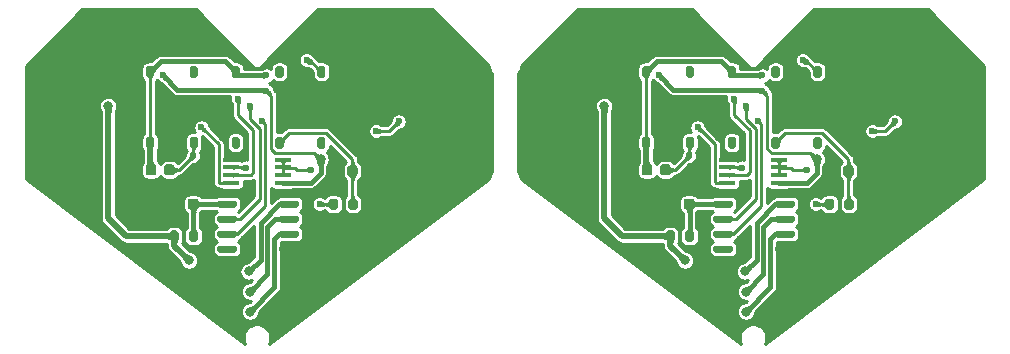
<source format=gbr>
%TF.GenerationSoftware,KiCad,Pcbnew,(5.1.8)-1*%
%TF.CreationDate,2020-11-25T19:34:47+08:00*%
%TF.ProjectId,The_Girls'Gift,5468655f-4769-4726-9c73-27476966742e,V0.8 Beta*%
%TF.SameCoordinates,Original*%
%TF.FileFunction,Copper,L2,Bot*%
%TF.FilePolarity,Positive*%
%FSLAX46Y46*%
G04 Gerber Fmt 4.6, Leading zero omitted, Abs format (unit mm)*
G04 Created by KiCad (PCBNEW (5.1.8)-1) date 2020-11-25 19:34:47*
%MOMM*%
%LPD*%
G01*
G04 APERTURE LIST*
%TA.AperFunction,SMDPad,CuDef*%
%ADD10R,1.450000X0.450000*%
%TD*%
%TA.AperFunction,ComponentPad*%
%ADD11C,1.450000*%
%TD*%
%TA.AperFunction,ComponentPad*%
%ADD12O,1.900000X1.200000*%
%TD*%
%TA.AperFunction,ViaPad*%
%ADD13C,0.600000*%
%TD*%
%TA.AperFunction,ViaPad*%
%ADD14C,0.800000*%
%TD*%
%TA.AperFunction,Conductor*%
%ADD15C,0.381000*%
%TD*%
%TA.AperFunction,Conductor*%
%ADD16C,0.254000*%
%TD*%
%TA.AperFunction,Conductor*%
%ADD17C,0.250000*%
%TD*%
%TA.AperFunction,Conductor*%
%ADD18C,0.508000*%
%TD*%
%TA.AperFunction,Conductor*%
%ADD19C,0.100000*%
%TD*%
%TA.AperFunction,Conductor*%
%ADD20C,0.025400*%
%TD*%
G04 APERTURE END LIST*
%TO.P,C8,2*%
%TO.N,+3V3*%
%TA.AperFunction,SMDPad,CuDef*%
G36*
G01*
X198475000Y-83750000D02*
X198475000Y-84250000D01*
G75*
G02*
X198250000Y-84475000I-225000J0D01*
G01*
X197800000Y-84475000D01*
G75*
G02*
X197575000Y-84250000I0J225000D01*
G01*
X197575000Y-83750000D01*
G75*
G02*
X197800000Y-83525000I225000J0D01*
G01*
X198250000Y-83525000D01*
G75*
G02*
X198475000Y-83750000I0J-225000D01*
G01*
G37*
%TD.AperFunction*%
%TO.P,C8,1*%
%TO.N,/RST*%
%TA.AperFunction,SMDPad,CuDef*%
G36*
G01*
X200025000Y-83750000D02*
X200025000Y-84250000D01*
G75*
G02*
X199800000Y-84475000I-225000J0D01*
G01*
X199350000Y-84475000D01*
G75*
G02*
X199125000Y-84250000I0J225000D01*
G01*
X199125000Y-83750000D01*
G75*
G02*
X199350000Y-83525000I225000J0D01*
G01*
X199800000Y-83525000D01*
G75*
G02*
X200025000Y-83750000I0J-225000D01*
G01*
G37*
%TD.AperFunction*%
%TD*%
%TO.P,C10,2*%
%TO.N,GND*%
%TA.AperFunction,SMDPad,CuDef*%
G36*
G01*
X200475000Y-86650000D02*
X200475000Y-87150000D01*
G75*
G02*
X200250000Y-87375000I-225000J0D01*
G01*
X199800000Y-87375000D01*
G75*
G02*
X199575000Y-87150000I0J225000D01*
G01*
X199575000Y-86650000D01*
G75*
G02*
X199800000Y-86425000I225000J0D01*
G01*
X200250000Y-86425000D01*
G75*
G02*
X200475000Y-86650000I0J-225000D01*
G01*
G37*
%TD.AperFunction*%
%TO.P,C10,1*%
%TO.N,Net-(C10-Pad1)*%
%TA.AperFunction,SMDPad,CuDef*%
G36*
G01*
X202025000Y-86650000D02*
X202025000Y-87150000D01*
G75*
G02*
X201800000Y-87375000I-225000J0D01*
G01*
X201350000Y-87375000D01*
G75*
G02*
X201125000Y-87150000I0J225000D01*
G01*
X201125000Y-86650000D01*
G75*
G02*
X201350000Y-86425000I225000J0D01*
G01*
X201800000Y-86425000D01*
G75*
G02*
X202025000Y-86650000I0J-225000D01*
G01*
G37*
%TD.AperFunction*%
%TD*%
%TO.P,C9,2*%
%TO.N,Net-(C9-Pad2)*%
%TA.AperFunction,SMDPad,CuDef*%
G36*
G01*
X214625000Y-84350000D02*
X214625000Y-83850000D01*
G75*
G02*
X214850000Y-83625000I225000J0D01*
G01*
X215300000Y-83625000D01*
G75*
G02*
X215525000Y-83850000I0J-225000D01*
G01*
X215525000Y-84350000D01*
G75*
G02*
X215300000Y-84575000I-225000J0D01*
G01*
X214850000Y-84575000D01*
G75*
G02*
X214625000Y-84350000I0J225000D01*
G01*
G37*
%TD.AperFunction*%
%TO.P,C9,1*%
%TO.N,GND*%
%TA.AperFunction,SMDPad,CuDef*%
G36*
G01*
X213075000Y-84350000D02*
X213075000Y-83850000D01*
G75*
G02*
X213300000Y-83625000I225000J0D01*
G01*
X213750000Y-83625000D01*
G75*
G02*
X213975000Y-83850000I0J-225000D01*
G01*
X213975000Y-84350000D01*
G75*
G02*
X213750000Y-84575000I-225000J0D01*
G01*
X213300000Y-84575000D01*
G75*
G02*
X213075000Y-84350000I0J225000D01*
G01*
G37*
%TD.AperFunction*%
%TD*%
%TO.P,R7,2*%
%TO.N,+5V*%
%TA.AperFunction,SMDPad,CuDef*%
G36*
G01*
X200375000Y-89325000D02*
X200375000Y-89875000D01*
G75*
G02*
X200175000Y-90075000I-200000J0D01*
G01*
X199775000Y-90075000D01*
G75*
G02*
X199575000Y-89875000I0J200000D01*
G01*
X199575000Y-89325000D01*
G75*
G02*
X199775000Y-89125000I200000J0D01*
G01*
X200175000Y-89125000D01*
G75*
G02*
X200375000Y-89325000I0J-200000D01*
G01*
G37*
%TD.AperFunction*%
%TO.P,R7,1*%
%TO.N,Net-(C10-Pad1)*%
%TA.AperFunction,SMDPad,CuDef*%
G36*
G01*
X202025000Y-89325000D02*
X202025000Y-89875000D01*
G75*
G02*
X201825000Y-90075000I-200000J0D01*
G01*
X201425000Y-90075000D01*
G75*
G02*
X201225000Y-89875000I0J200000D01*
G01*
X201225000Y-89325000D01*
G75*
G02*
X201425000Y-89125000I200000J0D01*
G01*
X201825000Y-89125000D01*
G75*
G02*
X202025000Y-89325000I0J-200000D01*
G01*
G37*
%TD.AperFunction*%
%TD*%
%TO.P,R8,2*%
%TO.N,Net-(C9-Pad2)*%
%TA.AperFunction,SMDPad,CuDef*%
G36*
G01*
X214725000Y-87175000D02*
X214725000Y-86625000D01*
G75*
G02*
X214925000Y-86425000I200000J0D01*
G01*
X215325000Y-86425000D01*
G75*
G02*
X215525000Y-86625000I0J-200000D01*
G01*
X215525000Y-87175000D01*
G75*
G02*
X215325000Y-87375000I-200000J0D01*
G01*
X214925000Y-87375000D01*
G75*
G02*
X214725000Y-87175000I0J200000D01*
G01*
G37*
%TD.AperFunction*%
%TO.P,R8,1*%
%TO.N,/P36*%
%TA.AperFunction,SMDPad,CuDef*%
G36*
G01*
X213075000Y-87175000D02*
X213075000Y-86625000D01*
G75*
G02*
X213275000Y-86425000I200000J0D01*
G01*
X213675000Y-86425000D01*
G75*
G02*
X213875000Y-86625000I0J-200000D01*
G01*
X213875000Y-87175000D01*
G75*
G02*
X213675000Y-87375000I-200000J0D01*
G01*
X213275000Y-87375000D01*
G75*
G02*
X213075000Y-87175000I0J200000D01*
G01*
G37*
%TD.AperFunction*%
%TD*%
%TO.P,SW1,1*%
%TO.N,+3V3*%
%TA.AperFunction,SMDPad,CuDef*%
G36*
G01*
X205025000Y-81200000D02*
X205375000Y-81200000D01*
G75*
G02*
X205550000Y-81375000I0J-175000D01*
G01*
X205550000Y-82025000D01*
G75*
G02*
X205375000Y-82200000I-175000J0D01*
G01*
X205025000Y-82200000D01*
G75*
G02*
X204850000Y-82025000I0J175000D01*
G01*
X204850000Y-81375000D01*
G75*
G02*
X205025000Y-81200000I175000J0D01*
G01*
G37*
%TD.AperFunction*%
%TA.AperFunction,SMDPad,CuDef*%
G36*
G01*
X205025000Y-75200000D02*
X205375000Y-75200000D01*
G75*
G02*
X205550000Y-75375000I0J-175000D01*
G01*
X205550000Y-76025000D01*
G75*
G02*
X205375000Y-76200000I-175000J0D01*
G01*
X205025000Y-76200000D01*
G75*
G02*
X204850000Y-76025000I0J175000D01*
G01*
X204850000Y-75375000D01*
G75*
G02*
X205025000Y-75200000I175000J0D01*
G01*
G37*
%TD.AperFunction*%
%TO.P,SW1,2*%
%TO.N,Net-(C9-Pad2)*%
%TA.AperFunction,SMDPad,CuDef*%
G36*
G01*
X208725000Y-75200000D02*
X209075000Y-75200000D01*
G75*
G02*
X209250000Y-75375000I0J-175000D01*
G01*
X209250000Y-76025000D01*
G75*
G02*
X209075000Y-76200000I-175000J0D01*
G01*
X208725000Y-76200000D01*
G75*
G02*
X208550000Y-76025000I0J175000D01*
G01*
X208550000Y-75375000D01*
G75*
G02*
X208725000Y-75200000I175000J0D01*
G01*
G37*
%TD.AperFunction*%
%TA.AperFunction,SMDPad,CuDef*%
G36*
G01*
X208725000Y-81200000D02*
X209075000Y-81200000D01*
G75*
G02*
X209250000Y-81375000I0J-175000D01*
G01*
X209250000Y-82025000D01*
G75*
G02*
X209075000Y-82200000I-175000J0D01*
G01*
X208725000Y-82200000D01*
G75*
G02*
X208550000Y-82025000I0J175000D01*
G01*
X208550000Y-81375000D01*
G75*
G02*
X208725000Y-81200000I175000J0D01*
G01*
G37*
%TD.AperFunction*%
%TD*%
D10*
%TO.P,U3,8*%
%TO.N,VCC*%
X209200000Y-85075000D03*
%TO.P,U3,7*%
%TO.N,/P11*%
X209200000Y-84425000D03*
%TO.P,U3,6*%
X209200000Y-83775000D03*
%TO.P,U3,5*%
X209200000Y-83125000D03*
%TO.P,U3,4*%
%TO.N,GND*%
X204800000Y-83125000D03*
%TO.P,U3,3*%
%TO.N,/P33*%
X204800000Y-83775000D03*
%TO.P,U3,2*%
%TO.N,/P14*%
X204800000Y-84425000D03*
%TO.P,U3,1*%
%TO.N,/P17*%
X204800000Y-85075000D03*
%TD*%
%TO.P,U5,8*%
%TO.N,Net-(C10-Pad1)*%
%TA.AperFunction,SMDPad,CuDef*%
G36*
G01*
X205300000Y-86745000D02*
X205300000Y-87045000D01*
G75*
G02*
X205150000Y-87195000I-150000J0D01*
G01*
X203800000Y-87195000D01*
G75*
G02*
X203650000Y-87045000I0J150000D01*
G01*
X203650000Y-86745000D01*
G75*
G02*
X203800000Y-86595000I150000J0D01*
G01*
X205150000Y-86595000D01*
G75*
G02*
X205300000Y-86745000I0J-150000D01*
G01*
G37*
%TD.AperFunction*%
%TO.P,U5,7*%
%TO.N,/P15*%
%TA.AperFunction,SMDPad,CuDef*%
G36*
G01*
X205300000Y-88015000D02*
X205300000Y-88315000D01*
G75*
G02*
X205150000Y-88465000I-150000J0D01*
G01*
X203800000Y-88465000D01*
G75*
G02*
X203650000Y-88315000I0J150000D01*
G01*
X203650000Y-88015000D01*
G75*
G02*
X203800000Y-87865000I150000J0D01*
G01*
X205150000Y-87865000D01*
G75*
G02*
X205300000Y-88015000I0J-150000D01*
G01*
G37*
%TD.AperFunction*%
%TO.P,U5,6*%
%TO.N,/P16*%
%TA.AperFunction,SMDPad,CuDef*%
G36*
G01*
X205300000Y-89285000D02*
X205300000Y-89585000D01*
G75*
G02*
X205150000Y-89735000I-150000J0D01*
G01*
X203800000Y-89735000D01*
G75*
G02*
X203650000Y-89585000I0J150000D01*
G01*
X203650000Y-89285000D01*
G75*
G02*
X203800000Y-89135000I150000J0D01*
G01*
X205150000Y-89135000D01*
G75*
G02*
X205300000Y-89285000I0J-150000D01*
G01*
G37*
%TD.AperFunction*%
%TO.P,U5,5*%
%TO.N,N/C*%
%TA.AperFunction,SMDPad,CuDef*%
G36*
G01*
X205300000Y-90555000D02*
X205300000Y-90855000D01*
G75*
G02*
X205150000Y-91005000I-150000J0D01*
G01*
X203800000Y-91005000D01*
G75*
G02*
X203650000Y-90855000I0J150000D01*
G01*
X203650000Y-90555000D01*
G75*
G02*
X203800000Y-90405000I150000J0D01*
G01*
X205150000Y-90405000D01*
G75*
G02*
X205300000Y-90555000I0J-150000D01*
G01*
G37*
%TD.AperFunction*%
%TO.P,U5,4*%
%TO.N,GND*%
%TA.AperFunction,SMDPad,CuDef*%
G36*
G01*
X210550000Y-90555000D02*
X210550000Y-90855000D01*
G75*
G02*
X210400000Y-91005000I-150000J0D01*
G01*
X209050000Y-91005000D01*
G75*
G02*
X208900000Y-90855000I0J150000D01*
G01*
X208900000Y-90555000D01*
G75*
G02*
X209050000Y-90405000I150000J0D01*
G01*
X210400000Y-90405000D01*
G75*
G02*
X210550000Y-90555000I0J-150000D01*
G01*
G37*
%TD.AperFunction*%
%TO.P,U5,3*%
%TO.N,/OUTB*%
%TA.AperFunction,SMDPad,CuDef*%
G36*
G01*
X210550000Y-89285000D02*
X210550000Y-89585000D01*
G75*
G02*
X210400000Y-89735000I-150000J0D01*
G01*
X209050000Y-89735000D01*
G75*
G02*
X208900000Y-89585000I0J150000D01*
G01*
X208900000Y-89285000D01*
G75*
G02*
X209050000Y-89135000I150000J0D01*
G01*
X210400000Y-89135000D01*
G75*
G02*
X210550000Y-89285000I0J-150000D01*
G01*
G37*
%TD.AperFunction*%
%TO.P,U5,2*%
%TO.N,/OUTG*%
%TA.AperFunction,SMDPad,CuDef*%
G36*
G01*
X210550000Y-88015000D02*
X210550000Y-88315000D01*
G75*
G02*
X210400000Y-88465000I-150000J0D01*
G01*
X209050000Y-88465000D01*
G75*
G02*
X208900000Y-88315000I0J150000D01*
G01*
X208900000Y-88015000D01*
G75*
G02*
X209050000Y-87865000I150000J0D01*
G01*
X210400000Y-87865000D01*
G75*
G02*
X210550000Y-88015000I0J-150000D01*
G01*
G37*
%TD.AperFunction*%
%TO.P,U5,1*%
%TO.N,/OUTR*%
%TA.AperFunction,SMDPad,CuDef*%
G36*
G01*
X210550000Y-86745000D02*
X210550000Y-87045000D01*
G75*
G02*
X210400000Y-87195000I-150000J0D01*
G01*
X209050000Y-87195000D01*
G75*
G02*
X208900000Y-87045000I0J150000D01*
G01*
X208900000Y-86745000D01*
G75*
G02*
X209050000Y-86595000I150000J0D01*
G01*
X210400000Y-86595000D01*
G75*
G02*
X210550000Y-86745000I0J-150000D01*
G01*
G37*
%TD.AperFunction*%
%TD*%
%TO.P,SW2,1*%
%TO.N,+3V3*%
%TA.AperFunction,SMDPad,CuDef*%
G36*
G01*
X197775000Y-81200000D02*
X198125000Y-81200000D01*
G75*
G02*
X198300000Y-81375000I0J-175000D01*
G01*
X198300000Y-82025000D01*
G75*
G02*
X198125000Y-82200000I-175000J0D01*
G01*
X197775000Y-82200000D01*
G75*
G02*
X197600000Y-82025000I0J175000D01*
G01*
X197600000Y-81375000D01*
G75*
G02*
X197775000Y-81200000I175000J0D01*
G01*
G37*
%TD.AperFunction*%
%TA.AperFunction,SMDPad,CuDef*%
G36*
G01*
X197775000Y-75200000D02*
X198125000Y-75200000D01*
G75*
G02*
X198300000Y-75375000I0J-175000D01*
G01*
X198300000Y-76025000D01*
G75*
G02*
X198125000Y-76200000I-175000J0D01*
G01*
X197775000Y-76200000D01*
G75*
G02*
X197600000Y-76025000I0J175000D01*
G01*
X197600000Y-75375000D01*
G75*
G02*
X197775000Y-75200000I175000J0D01*
G01*
G37*
%TD.AperFunction*%
%TO.P,SW2,2*%
%TO.N,/RST*%
%TA.AperFunction,SMDPad,CuDef*%
G36*
G01*
X201475000Y-75200000D02*
X201825000Y-75200000D01*
G75*
G02*
X202000000Y-75375000I0J-175000D01*
G01*
X202000000Y-76025000D01*
G75*
G02*
X201825000Y-76200000I-175000J0D01*
G01*
X201475000Y-76200000D01*
G75*
G02*
X201300000Y-76025000I0J175000D01*
G01*
X201300000Y-75375000D01*
G75*
G02*
X201475000Y-75200000I175000J0D01*
G01*
G37*
%TD.AperFunction*%
%TA.AperFunction,SMDPad,CuDef*%
G36*
G01*
X201475000Y-81200000D02*
X201825000Y-81200000D01*
G75*
G02*
X202000000Y-81375000I0J-175000D01*
G01*
X202000000Y-82025000D01*
G75*
G02*
X201825000Y-82200000I-175000J0D01*
G01*
X201475000Y-82200000D01*
G75*
G02*
X201300000Y-82025000I0J175000D01*
G01*
X201300000Y-81375000D01*
G75*
G02*
X201475000Y-81200000I175000J0D01*
G01*
G37*
%TD.AperFunction*%
%TD*%
%TO.P,SW3,1*%
%TO.N,/P32*%
%TA.AperFunction,SMDPad,CuDef*%
G36*
G01*
X212275000Y-81200000D02*
X212625000Y-81200000D01*
G75*
G02*
X212800000Y-81375000I0J-175000D01*
G01*
X212800000Y-82025000D01*
G75*
G02*
X212625000Y-82200000I-175000J0D01*
G01*
X212275000Y-82200000D01*
G75*
G02*
X212100000Y-82025000I0J175000D01*
G01*
X212100000Y-81375000D01*
G75*
G02*
X212275000Y-81200000I175000J0D01*
G01*
G37*
%TD.AperFunction*%
%TA.AperFunction,SMDPad,CuDef*%
G36*
G01*
X212275000Y-75200000D02*
X212625000Y-75200000D01*
G75*
G02*
X212800000Y-75375000I0J-175000D01*
G01*
X212800000Y-76025000D01*
G75*
G02*
X212625000Y-76200000I-175000J0D01*
G01*
X212275000Y-76200000D01*
G75*
G02*
X212100000Y-76025000I0J175000D01*
G01*
X212100000Y-75375000D01*
G75*
G02*
X212275000Y-75200000I175000J0D01*
G01*
G37*
%TD.AperFunction*%
%TO.P,SW3,2*%
%TO.N,GND*%
%TA.AperFunction,SMDPad,CuDef*%
G36*
G01*
X215975000Y-75200000D02*
X216325000Y-75200000D01*
G75*
G02*
X216500000Y-75375000I0J-175000D01*
G01*
X216500000Y-76025000D01*
G75*
G02*
X216325000Y-76200000I-175000J0D01*
G01*
X215975000Y-76200000D01*
G75*
G02*
X215800000Y-76025000I0J175000D01*
G01*
X215800000Y-75375000D01*
G75*
G02*
X215975000Y-75200000I175000J0D01*
G01*
G37*
%TD.AperFunction*%
%TA.AperFunction,SMDPad,CuDef*%
G36*
G01*
X215975000Y-81200000D02*
X216325000Y-81200000D01*
G75*
G02*
X216500000Y-81375000I0J-175000D01*
G01*
X216500000Y-82025000D01*
G75*
G02*
X216325000Y-82200000I-175000J0D01*
G01*
X215975000Y-82200000D01*
G75*
G02*
X215800000Y-82025000I0J175000D01*
G01*
X215800000Y-81375000D01*
G75*
G02*
X215975000Y-81200000I175000J0D01*
G01*
G37*
%TD.AperFunction*%
%TD*%
D11*
%TO.P,J1,6*%
%TO.N,GND*%
X222100000Y-82400000D03*
X222100000Y-77400000D03*
D12*
X224800000Y-83400000D03*
X224800000Y-76400000D03*
%TD*%
%TO.P,J1,6*%
%TO.N,GND*%
X182800000Y-76400000D03*
X182800000Y-83400000D03*
D11*
X180100000Y-77400000D03*
X180100000Y-82400000D03*
%TD*%
%TO.P,U5,1*%
%TO.N,/OUTR*%
%TA.AperFunction,SMDPad,CuDef*%
G36*
G01*
X168550000Y-86745000D02*
X168550000Y-87045000D01*
G75*
G02*
X168400000Y-87195000I-150000J0D01*
G01*
X167050000Y-87195000D01*
G75*
G02*
X166900000Y-87045000I0J150000D01*
G01*
X166900000Y-86745000D01*
G75*
G02*
X167050000Y-86595000I150000J0D01*
G01*
X168400000Y-86595000D01*
G75*
G02*
X168550000Y-86745000I0J-150000D01*
G01*
G37*
%TD.AperFunction*%
%TO.P,U5,2*%
%TO.N,/OUTG*%
%TA.AperFunction,SMDPad,CuDef*%
G36*
G01*
X168550000Y-88015000D02*
X168550000Y-88315000D01*
G75*
G02*
X168400000Y-88465000I-150000J0D01*
G01*
X167050000Y-88465000D01*
G75*
G02*
X166900000Y-88315000I0J150000D01*
G01*
X166900000Y-88015000D01*
G75*
G02*
X167050000Y-87865000I150000J0D01*
G01*
X168400000Y-87865000D01*
G75*
G02*
X168550000Y-88015000I0J-150000D01*
G01*
G37*
%TD.AperFunction*%
%TO.P,U5,3*%
%TO.N,/OUTB*%
%TA.AperFunction,SMDPad,CuDef*%
G36*
G01*
X168550000Y-89285000D02*
X168550000Y-89585000D01*
G75*
G02*
X168400000Y-89735000I-150000J0D01*
G01*
X167050000Y-89735000D01*
G75*
G02*
X166900000Y-89585000I0J150000D01*
G01*
X166900000Y-89285000D01*
G75*
G02*
X167050000Y-89135000I150000J0D01*
G01*
X168400000Y-89135000D01*
G75*
G02*
X168550000Y-89285000I0J-150000D01*
G01*
G37*
%TD.AperFunction*%
%TO.P,U5,4*%
%TO.N,GND*%
%TA.AperFunction,SMDPad,CuDef*%
G36*
G01*
X168550000Y-90555000D02*
X168550000Y-90855000D01*
G75*
G02*
X168400000Y-91005000I-150000J0D01*
G01*
X167050000Y-91005000D01*
G75*
G02*
X166900000Y-90855000I0J150000D01*
G01*
X166900000Y-90555000D01*
G75*
G02*
X167050000Y-90405000I150000J0D01*
G01*
X168400000Y-90405000D01*
G75*
G02*
X168550000Y-90555000I0J-150000D01*
G01*
G37*
%TD.AperFunction*%
%TO.P,U5,5*%
%TO.N,N/C*%
%TA.AperFunction,SMDPad,CuDef*%
G36*
G01*
X163300000Y-90555000D02*
X163300000Y-90855000D01*
G75*
G02*
X163150000Y-91005000I-150000J0D01*
G01*
X161800000Y-91005000D01*
G75*
G02*
X161650000Y-90855000I0J150000D01*
G01*
X161650000Y-90555000D01*
G75*
G02*
X161800000Y-90405000I150000J0D01*
G01*
X163150000Y-90405000D01*
G75*
G02*
X163300000Y-90555000I0J-150000D01*
G01*
G37*
%TD.AperFunction*%
%TO.P,U5,6*%
%TO.N,/P16*%
%TA.AperFunction,SMDPad,CuDef*%
G36*
G01*
X163300000Y-89285000D02*
X163300000Y-89585000D01*
G75*
G02*
X163150000Y-89735000I-150000J0D01*
G01*
X161800000Y-89735000D01*
G75*
G02*
X161650000Y-89585000I0J150000D01*
G01*
X161650000Y-89285000D01*
G75*
G02*
X161800000Y-89135000I150000J0D01*
G01*
X163150000Y-89135000D01*
G75*
G02*
X163300000Y-89285000I0J-150000D01*
G01*
G37*
%TD.AperFunction*%
%TO.P,U5,7*%
%TO.N,/P15*%
%TA.AperFunction,SMDPad,CuDef*%
G36*
G01*
X163300000Y-88015000D02*
X163300000Y-88315000D01*
G75*
G02*
X163150000Y-88465000I-150000J0D01*
G01*
X161800000Y-88465000D01*
G75*
G02*
X161650000Y-88315000I0J150000D01*
G01*
X161650000Y-88015000D01*
G75*
G02*
X161800000Y-87865000I150000J0D01*
G01*
X163150000Y-87865000D01*
G75*
G02*
X163300000Y-88015000I0J-150000D01*
G01*
G37*
%TD.AperFunction*%
%TO.P,U5,8*%
%TO.N,Net-(C10-Pad1)*%
%TA.AperFunction,SMDPad,CuDef*%
G36*
G01*
X163300000Y-86745000D02*
X163300000Y-87045000D01*
G75*
G02*
X163150000Y-87195000I-150000J0D01*
G01*
X161800000Y-87195000D01*
G75*
G02*
X161650000Y-87045000I0J150000D01*
G01*
X161650000Y-86745000D01*
G75*
G02*
X161800000Y-86595000I150000J0D01*
G01*
X163150000Y-86595000D01*
G75*
G02*
X163300000Y-86745000I0J-150000D01*
G01*
G37*
%TD.AperFunction*%
%TD*%
D10*
%TO.P,U3,1*%
%TO.N,/P17*%
X162800000Y-85075000D03*
%TO.P,U3,2*%
%TO.N,/P14*%
X162800000Y-84425000D03*
%TO.P,U3,3*%
%TO.N,/P33*%
X162800000Y-83775000D03*
%TO.P,U3,4*%
%TO.N,GND*%
X162800000Y-83125000D03*
%TO.P,U3,5*%
%TO.N,/P11*%
X167200000Y-83125000D03*
%TO.P,U3,6*%
X167200000Y-83775000D03*
%TO.P,U3,7*%
X167200000Y-84425000D03*
%TO.P,U3,8*%
%TO.N,VCC*%
X167200000Y-85075000D03*
%TD*%
%TO.P,SW3,2*%
%TO.N,GND*%
%TA.AperFunction,SMDPad,CuDef*%
G36*
G01*
X173975000Y-81200000D02*
X174325000Y-81200000D01*
G75*
G02*
X174500000Y-81375000I0J-175000D01*
G01*
X174500000Y-82025000D01*
G75*
G02*
X174325000Y-82200000I-175000J0D01*
G01*
X173975000Y-82200000D01*
G75*
G02*
X173800000Y-82025000I0J175000D01*
G01*
X173800000Y-81375000D01*
G75*
G02*
X173975000Y-81200000I175000J0D01*
G01*
G37*
%TD.AperFunction*%
%TA.AperFunction,SMDPad,CuDef*%
G36*
G01*
X173975000Y-75200000D02*
X174325000Y-75200000D01*
G75*
G02*
X174500000Y-75375000I0J-175000D01*
G01*
X174500000Y-76025000D01*
G75*
G02*
X174325000Y-76200000I-175000J0D01*
G01*
X173975000Y-76200000D01*
G75*
G02*
X173800000Y-76025000I0J175000D01*
G01*
X173800000Y-75375000D01*
G75*
G02*
X173975000Y-75200000I175000J0D01*
G01*
G37*
%TD.AperFunction*%
%TO.P,SW3,1*%
%TO.N,/P32*%
%TA.AperFunction,SMDPad,CuDef*%
G36*
G01*
X170275000Y-75200000D02*
X170625000Y-75200000D01*
G75*
G02*
X170800000Y-75375000I0J-175000D01*
G01*
X170800000Y-76025000D01*
G75*
G02*
X170625000Y-76200000I-175000J0D01*
G01*
X170275000Y-76200000D01*
G75*
G02*
X170100000Y-76025000I0J175000D01*
G01*
X170100000Y-75375000D01*
G75*
G02*
X170275000Y-75200000I175000J0D01*
G01*
G37*
%TD.AperFunction*%
%TA.AperFunction,SMDPad,CuDef*%
G36*
G01*
X170275000Y-81200000D02*
X170625000Y-81200000D01*
G75*
G02*
X170800000Y-81375000I0J-175000D01*
G01*
X170800000Y-82025000D01*
G75*
G02*
X170625000Y-82200000I-175000J0D01*
G01*
X170275000Y-82200000D01*
G75*
G02*
X170100000Y-82025000I0J175000D01*
G01*
X170100000Y-81375000D01*
G75*
G02*
X170275000Y-81200000I175000J0D01*
G01*
G37*
%TD.AperFunction*%
%TD*%
%TO.P,SW2,2*%
%TO.N,/RST*%
%TA.AperFunction,SMDPad,CuDef*%
G36*
G01*
X159475000Y-81200000D02*
X159825000Y-81200000D01*
G75*
G02*
X160000000Y-81375000I0J-175000D01*
G01*
X160000000Y-82025000D01*
G75*
G02*
X159825000Y-82200000I-175000J0D01*
G01*
X159475000Y-82200000D01*
G75*
G02*
X159300000Y-82025000I0J175000D01*
G01*
X159300000Y-81375000D01*
G75*
G02*
X159475000Y-81200000I175000J0D01*
G01*
G37*
%TD.AperFunction*%
%TA.AperFunction,SMDPad,CuDef*%
G36*
G01*
X159475000Y-75200000D02*
X159825000Y-75200000D01*
G75*
G02*
X160000000Y-75375000I0J-175000D01*
G01*
X160000000Y-76025000D01*
G75*
G02*
X159825000Y-76200000I-175000J0D01*
G01*
X159475000Y-76200000D01*
G75*
G02*
X159300000Y-76025000I0J175000D01*
G01*
X159300000Y-75375000D01*
G75*
G02*
X159475000Y-75200000I175000J0D01*
G01*
G37*
%TD.AperFunction*%
%TO.P,SW2,1*%
%TO.N,+3V3*%
%TA.AperFunction,SMDPad,CuDef*%
G36*
G01*
X155775000Y-75200000D02*
X156125000Y-75200000D01*
G75*
G02*
X156300000Y-75375000I0J-175000D01*
G01*
X156300000Y-76025000D01*
G75*
G02*
X156125000Y-76200000I-175000J0D01*
G01*
X155775000Y-76200000D01*
G75*
G02*
X155600000Y-76025000I0J175000D01*
G01*
X155600000Y-75375000D01*
G75*
G02*
X155775000Y-75200000I175000J0D01*
G01*
G37*
%TD.AperFunction*%
%TA.AperFunction,SMDPad,CuDef*%
G36*
G01*
X155775000Y-81200000D02*
X156125000Y-81200000D01*
G75*
G02*
X156300000Y-81375000I0J-175000D01*
G01*
X156300000Y-82025000D01*
G75*
G02*
X156125000Y-82200000I-175000J0D01*
G01*
X155775000Y-82200000D01*
G75*
G02*
X155600000Y-82025000I0J175000D01*
G01*
X155600000Y-81375000D01*
G75*
G02*
X155775000Y-81200000I175000J0D01*
G01*
G37*
%TD.AperFunction*%
%TD*%
%TO.P,SW1,2*%
%TO.N,Net-(C9-Pad2)*%
%TA.AperFunction,SMDPad,CuDef*%
G36*
G01*
X166725000Y-81200000D02*
X167075000Y-81200000D01*
G75*
G02*
X167250000Y-81375000I0J-175000D01*
G01*
X167250000Y-82025000D01*
G75*
G02*
X167075000Y-82200000I-175000J0D01*
G01*
X166725000Y-82200000D01*
G75*
G02*
X166550000Y-82025000I0J175000D01*
G01*
X166550000Y-81375000D01*
G75*
G02*
X166725000Y-81200000I175000J0D01*
G01*
G37*
%TD.AperFunction*%
%TA.AperFunction,SMDPad,CuDef*%
G36*
G01*
X166725000Y-75200000D02*
X167075000Y-75200000D01*
G75*
G02*
X167250000Y-75375000I0J-175000D01*
G01*
X167250000Y-76025000D01*
G75*
G02*
X167075000Y-76200000I-175000J0D01*
G01*
X166725000Y-76200000D01*
G75*
G02*
X166550000Y-76025000I0J175000D01*
G01*
X166550000Y-75375000D01*
G75*
G02*
X166725000Y-75200000I175000J0D01*
G01*
G37*
%TD.AperFunction*%
%TO.P,SW1,1*%
%TO.N,+3V3*%
%TA.AperFunction,SMDPad,CuDef*%
G36*
G01*
X163025000Y-75200000D02*
X163375000Y-75200000D01*
G75*
G02*
X163550000Y-75375000I0J-175000D01*
G01*
X163550000Y-76025000D01*
G75*
G02*
X163375000Y-76200000I-175000J0D01*
G01*
X163025000Y-76200000D01*
G75*
G02*
X162850000Y-76025000I0J175000D01*
G01*
X162850000Y-75375000D01*
G75*
G02*
X163025000Y-75200000I175000J0D01*
G01*
G37*
%TD.AperFunction*%
%TA.AperFunction,SMDPad,CuDef*%
G36*
G01*
X163025000Y-81200000D02*
X163375000Y-81200000D01*
G75*
G02*
X163550000Y-81375000I0J-175000D01*
G01*
X163550000Y-82025000D01*
G75*
G02*
X163375000Y-82200000I-175000J0D01*
G01*
X163025000Y-82200000D01*
G75*
G02*
X162850000Y-82025000I0J175000D01*
G01*
X162850000Y-81375000D01*
G75*
G02*
X163025000Y-81200000I175000J0D01*
G01*
G37*
%TD.AperFunction*%
%TD*%
%TO.P,R8,1*%
%TO.N,/P36*%
%TA.AperFunction,SMDPad,CuDef*%
G36*
G01*
X171075000Y-87175000D02*
X171075000Y-86625000D01*
G75*
G02*
X171275000Y-86425000I200000J0D01*
G01*
X171675000Y-86425000D01*
G75*
G02*
X171875000Y-86625000I0J-200000D01*
G01*
X171875000Y-87175000D01*
G75*
G02*
X171675000Y-87375000I-200000J0D01*
G01*
X171275000Y-87375000D01*
G75*
G02*
X171075000Y-87175000I0J200000D01*
G01*
G37*
%TD.AperFunction*%
%TO.P,R8,2*%
%TO.N,Net-(C9-Pad2)*%
%TA.AperFunction,SMDPad,CuDef*%
G36*
G01*
X172725000Y-87175000D02*
X172725000Y-86625000D01*
G75*
G02*
X172925000Y-86425000I200000J0D01*
G01*
X173325000Y-86425000D01*
G75*
G02*
X173525000Y-86625000I0J-200000D01*
G01*
X173525000Y-87175000D01*
G75*
G02*
X173325000Y-87375000I-200000J0D01*
G01*
X172925000Y-87375000D01*
G75*
G02*
X172725000Y-87175000I0J200000D01*
G01*
G37*
%TD.AperFunction*%
%TD*%
%TO.P,R7,1*%
%TO.N,Net-(C10-Pad1)*%
%TA.AperFunction,SMDPad,CuDef*%
G36*
G01*
X160025000Y-89325000D02*
X160025000Y-89875000D01*
G75*
G02*
X159825000Y-90075000I-200000J0D01*
G01*
X159425000Y-90075000D01*
G75*
G02*
X159225000Y-89875000I0J200000D01*
G01*
X159225000Y-89325000D01*
G75*
G02*
X159425000Y-89125000I200000J0D01*
G01*
X159825000Y-89125000D01*
G75*
G02*
X160025000Y-89325000I0J-200000D01*
G01*
G37*
%TD.AperFunction*%
%TO.P,R7,2*%
%TO.N,+5V*%
%TA.AperFunction,SMDPad,CuDef*%
G36*
G01*
X158375000Y-89325000D02*
X158375000Y-89875000D01*
G75*
G02*
X158175000Y-90075000I-200000J0D01*
G01*
X157775000Y-90075000D01*
G75*
G02*
X157575000Y-89875000I0J200000D01*
G01*
X157575000Y-89325000D01*
G75*
G02*
X157775000Y-89125000I200000J0D01*
G01*
X158175000Y-89125000D01*
G75*
G02*
X158375000Y-89325000I0J-200000D01*
G01*
G37*
%TD.AperFunction*%
%TD*%
%TO.P,C10,1*%
%TO.N,Net-(C10-Pad1)*%
%TA.AperFunction,SMDPad,CuDef*%
G36*
G01*
X160025000Y-86650000D02*
X160025000Y-87150000D01*
G75*
G02*
X159800000Y-87375000I-225000J0D01*
G01*
X159350000Y-87375000D01*
G75*
G02*
X159125000Y-87150000I0J225000D01*
G01*
X159125000Y-86650000D01*
G75*
G02*
X159350000Y-86425000I225000J0D01*
G01*
X159800000Y-86425000D01*
G75*
G02*
X160025000Y-86650000I0J-225000D01*
G01*
G37*
%TD.AperFunction*%
%TO.P,C10,2*%
%TO.N,GND*%
%TA.AperFunction,SMDPad,CuDef*%
G36*
G01*
X158475000Y-86650000D02*
X158475000Y-87150000D01*
G75*
G02*
X158250000Y-87375000I-225000J0D01*
G01*
X157800000Y-87375000D01*
G75*
G02*
X157575000Y-87150000I0J225000D01*
G01*
X157575000Y-86650000D01*
G75*
G02*
X157800000Y-86425000I225000J0D01*
G01*
X158250000Y-86425000D01*
G75*
G02*
X158475000Y-86650000I0J-225000D01*
G01*
G37*
%TD.AperFunction*%
%TD*%
%TO.P,C9,1*%
%TO.N,GND*%
%TA.AperFunction,SMDPad,CuDef*%
G36*
G01*
X171075000Y-84350000D02*
X171075000Y-83850000D01*
G75*
G02*
X171300000Y-83625000I225000J0D01*
G01*
X171750000Y-83625000D01*
G75*
G02*
X171975000Y-83850000I0J-225000D01*
G01*
X171975000Y-84350000D01*
G75*
G02*
X171750000Y-84575000I-225000J0D01*
G01*
X171300000Y-84575000D01*
G75*
G02*
X171075000Y-84350000I0J225000D01*
G01*
G37*
%TD.AperFunction*%
%TO.P,C9,2*%
%TO.N,Net-(C9-Pad2)*%
%TA.AperFunction,SMDPad,CuDef*%
G36*
G01*
X172625000Y-84350000D02*
X172625000Y-83850000D01*
G75*
G02*
X172850000Y-83625000I225000J0D01*
G01*
X173300000Y-83625000D01*
G75*
G02*
X173525000Y-83850000I0J-225000D01*
G01*
X173525000Y-84350000D01*
G75*
G02*
X173300000Y-84575000I-225000J0D01*
G01*
X172850000Y-84575000D01*
G75*
G02*
X172625000Y-84350000I0J225000D01*
G01*
G37*
%TD.AperFunction*%
%TD*%
%TO.P,C8,1*%
%TO.N,/RST*%
%TA.AperFunction,SMDPad,CuDef*%
G36*
G01*
X158025000Y-83750000D02*
X158025000Y-84250000D01*
G75*
G02*
X157800000Y-84475000I-225000J0D01*
G01*
X157350000Y-84475000D01*
G75*
G02*
X157125000Y-84250000I0J225000D01*
G01*
X157125000Y-83750000D01*
G75*
G02*
X157350000Y-83525000I225000J0D01*
G01*
X157800000Y-83525000D01*
G75*
G02*
X158025000Y-83750000I0J-225000D01*
G01*
G37*
%TD.AperFunction*%
%TO.P,C8,2*%
%TO.N,+3V3*%
%TA.AperFunction,SMDPad,CuDef*%
G36*
G01*
X156475000Y-83750000D02*
X156475000Y-84250000D01*
G75*
G02*
X156250000Y-84475000I-225000J0D01*
G01*
X155800000Y-84475000D01*
G75*
G02*
X155575000Y-84250000I0J225000D01*
G01*
X155575000Y-83750000D01*
G75*
G02*
X155800000Y-83525000I225000J0D01*
G01*
X156250000Y-83525000D01*
G75*
G02*
X156475000Y-83750000I0J-225000D01*
G01*
G37*
%TD.AperFunction*%
%TD*%
D13*
%TO.N,GND*%
X157900000Y-79100000D03*
X158900000Y-79100000D03*
X157900000Y-80100000D03*
X158900000Y-80100000D03*
D14*
X154700000Y-91100000D03*
X157600000Y-93400000D03*
D13*
X199900000Y-80100000D03*
X200900000Y-80100000D03*
X199900000Y-79100000D03*
X200900000Y-79100000D03*
D14*
X199600000Y-93400000D03*
X196700000Y-91100000D03*
%TO.N,VCC*%
X170387057Y-83118645D03*
D13*
X157025000Y-75975000D03*
X165800000Y-77300000D03*
D14*
X212387057Y-83118645D03*
D13*
X207800000Y-77300000D03*
X199025000Y-75975000D03*
%TO.N,+3V3*%
X165800000Y-76000000D03*
X207800000Y-76000000D03*
D14*
%TO.N,+5V*%
X159240501Y-91659499D03*
X152400000Y-78600000D03*
X201240501Y-91659499D03*
X194400000Y-78600000D03*
D13*
%TO.N,/RST*%
X159575000Y-82825000D03*
X201575000Y-82825000D03*
D14*
%TO.N,/OUTB*%
X164400000Y-96000000D03*
X206400000Y-96000000D03*
%TO.N,/OUTG*%
X164399990Y-94300000D03*
X206399990Y-94300000D03*
%TO.N,/OUTR*%
X164299994Y-92600000D03*
X206299994Y-92600000D03*
D13*
%TO.N,/P36*%
X175100000Y-80700000D03*
X177000000Y-79900000D03*
X170300000Y-86900000D03*
X217100000Y-80700000D03*
X219000000Y-79900000D03*
X212300000Y-86900000D03*
%TO.N,/P32*%
X169200000Y-74700000D03*
X211200000Y-74700000D03*
%TO.N,/P33*%
X164075000Y-83800000D03*
X206075000Y-83800000D03*
%TO.N,/P11*%
X169600000Y-84000000D03*
X211600000Y-84000000D03*
%TO.N,/P17*%
X160300000Y-80400000D03*
X202300000Y-80400000D03*
%TO.N,/P16*%
X165425010Y-79828784D03*
X207425010Y-79828784D03*
%TO.N,/P15*%
X164400000Y-78600000D03*
X206400000Y-78600000D03*
%TO.N,/P14*%
X163400000Y-77970000D03*
X205400000Y-77970000D03*
%TD*%
D15*
%TO.N,VCC*%
X170387057Y-84234885D02*
X170387057Y-83118645D01*
X167200000Y-85075000D02*
X169546942Y-85075000D01*
X169546942Y-85075000D02*
X170387057Y-84234885D01*
X158250000Y-77200000D02*
X157025000Y-75975000D01*
X165700000Y-77200000D02*
X158250000Y-77200000D01*
X165800000Y-77300000D02*
X165700000Y-77200000D01*
D16*
X169841411Y-82572999D02*
X170387057Y-83118645D01*
X166563047Y-82572999D02*
X169841411Y-82572999D01*
X166222990Y-82232942D02*
X166563047Y-82572999D01*
X166222990Y-77722990D02*
X166222990Y-82232942D01*
X165800000Y-77300000D02*
X166222990Y-77722990D01*
D15*
X212387057Y-84234885D02*
X212387057Y-83118645D01*
X200250000Y-77200000D02*
X199025000Y-75975000D01*
X207800000Y-77300000D02*
X207700000Y-77200000D01*
D16*
X208222990Y-77722990D02*
X208222990Y-82232942D01*
D15*
X209200000Y-85075000D02*
X211546942Y-85075000D01*
D16*
X211841411Y-82572999D02*
X212387057Y-83118645D01*
X208222990Y-82232942D02*
X208563047Y-82572999D01*
X207800000Y-77300000D02*
X208222990Y-77722990D01*
X208563047Y-82572999D02*
X211841411Y-82572999D01*
D15*
X211546942Y-85075000D02*
X212387057Y-84234885D01*
X207700000Y-77200000D02*
X200250000Y-77200000D01*
D17*
%TO.N,+3V3*%
X155950000Y-75700000D02*
X155950000Y-81700000D01*
D15*
X163500000Y-76000000D02*
X163200000Y-75700000D01*
X165800000Y-76000000D02*
X163500000Y-76000000D01*
X162309490Y-74809490D02*
X156840510Y-74809490D01*
X156840510Y-74809490D02*
X155950000Y-75700000D01*
X163200000Y-75700000D02*
X162309490Y-74809490D01*
D18*
X155950000Y-83925000D02*
X156025000Y-84000000D01*
X155950000Y-81700000D02*
X155950000Y-83925000D01*
D15*
X198840510Y-74809490D02*
X197950000Y-75700000D01*
X205200000Y-75700000D02*
X204309490Y-74809490D01*
D17*
X197950000Y-75700000D02*
X197950000Y-81700000D01*
D18*
X197950000Y-81700000D02*
X197950000Y-83925000D01*
D15*
X204309490Y-74809490D02*
X198840510Y-74809490D01*
D18*
X197950000Y-83925000D02*
X198025000Y-84000000D01*
D15*
X207800000Y-76000000D02*
X205500000Y-76000000D01*
X205500000Y-76000000D02*
X205200000Y-75700000D01*
D18*
%TO.N,+5V*%
X158000000Y-89625000D02*
X157975000Y-89600000D01*
X158000000Y-90418998D02*
X158000000Y-89625000D01*
X159240501Y-91659499D02*
X158000000Y-90418998D01*
X152400000Y-88100000D02*
X152400000Y-78600000D01*
X153900000Y-89600000D02*
X152400000Y-88100000D01*
X157975000Y-89600000D02*
X153900000Y-89600000D01*
X200000000Y-89625000D02*
X199975000Y-89600000D01*
X200000000Y-90418998D02*
X200000000Y-89625000D01*
X201240501Y-91659499D02*
X200000000Y-90418998D01*
X195900000Y-89600000D02*
X194400000Y-88100000D01*
X199975000Y-89600000D02*
X195900000Y-89600000D01*
X194400000Y-88100000D02*
X194400000Y-78600000D01*
D17*
%TO.N,/RST*%
X159575000Y-81775000D02*
X159650000Y-81700000D01*
X159575000Y-82825000D02*
X159575000Y-81775000D01*
D16*
X158400000Y-84000000D02*
X157575000Y-84000000D01*
X159575000Y-82825000D02*
X158400000Y-84000000D01*
D17*
X201575000Y-82825000D02*
X201575000Y-81775000D01*
D16*
X200400000Y-84000000D02*
X199575000Y-84000000D01*
D17*
X201575000Y-81775000D02*
X201650000Y-81700000D01*
D16*
X201575000Y-82825000D02*
X200400000Y-84000000D01*
D17*
%TO.N,Net-(C9-Pad2)*%
X173075000Y-86850000D02*
X173125000Y-86900000D01*
X173075000Y-84100000D02*
X173075000Y-86850000D01*
X166900000Y-81700000D02*
X167725010Y-80874990D01*
X170832114Y-80874990D02*
X173075000Y-83117876D01*
X167725010Y-80874990D02*
X170832114Y-80874990D01*
X173075000Y-83117876D02*
X173075000Y-84100000D01*
X209725010Y-80874990D02*
X212832114Y-80874990D01*
X215075000Y-86850000D02*
X215125000Y-86900000D01*
X212832114Y-80874990D02*
X215075000Y-83117876D01*
X215075000Y-84100000D02*
X215075000Y-86850000D01*
X215075000Y-83117876D02*
X215075000Y-84100000D01*
X208900000Y-81700000D02*
X209725010Y-80874990D01*
D15*
%TO.N,Net-(C10-Pad1)*%
X159625000Y-86950000D02*
X159575000Y-86900000D01*
X159625000Y-89600000D02*
X159625000Y-86950000D01*
X159580000Y-86895000D02*
X159575000Y-86900000D01*
X162475000Y-86895000D02*
X159580000Y-86895000D01*
X201625000Y-86950000D02*
X201575000Y-86900000D01*
X201580000Y-86895000D02*
X201575000Y-86900000D01*
X201625000Y-89600000D02*
X201625000Y-86950000D01*
X204475000Y-86895000D02*
X201580000Y-86895000D01*
%TO.N,/OUTB*%
X167725000Y-89435000D02*
X166900000Y-89435000D01*
X166900000Y-89435000D02*
X166462022Y-89872978D01*
X166462022Y-89872978D02*
X166462022Y-93937978D01*
X166462022Y-93937978D02*
X164400000Y-96000000D01*
X208462022Y-89872978D02*
X208462022Y-93937978D01*
X209725000Y-89435000D02*
X208900000Y-89435000D01*
X208462022Y-93937978D02*
X206400000Y-96000000D01*
X208900000Y-89435000D02*
X208462022Y-89872978D01*
%TO.N,/OUTG*%
X167725000Y-88165000D02*
X166535000Y-88165000D01*
X166535000Y-88165000D02*
X165881011Y-88818989D01*
X165881011Y-88818989D02*
X165881011Y-92818979D01*
X165881011Y-92818979D02*
X164399990Y-94300000D01*
X209725000Y-88165000D02*
X208535000Y-88165000D01*
X207881011Y-88818989D02*
X207881011Y-92818979D01*
X208535000Y-88165000D02*
X207881011Y-88818989D01*
X207881011Y-92818979D02*
X206399990Y-94300000D01*
%TO.N,/OUTR*%
X165300000Y-88495000D02*
X165300000Y-91599994D01*
X166900000Y-86895000D02*
X165300000Y-88495000D01*
X165300000Y-91599994D02*
X164299994Y-92600000D01*
X167725000Y-86895000D02*
X166900000Y-86895000D01*
X209725000Y-86895000D02*
X208900000Y-86895000D01*
X208900000Y-86895000D02*
X207300000Y-88495000D01*
X207300000Y-91599994D02*
X206299994Y-92600000D01*
X207300000Y-88495000D02*
X207300000Y-91599994D01*
D16*
%TO.N,/P36*%
X175100000Y-80700000D02*
X176200000Y-80700000D01*
X176200000Y-80700000D02*
X177000000Y-79900000D01*
X170300000Y-86900000D02*
X171475000Y-86900000D01*
X218200000Y-80700000D02*
X219000000Y-79900000D01*
X217100000Y-80700000D02*
X218200000Y-80700000D01*
X212300000Y-86900000D02*
X213475000Y-86900000D01*
%TO.N,/P32*%
X169450000Y-74700000D02*
X170450000Y-75700000D01*
X169200000Y-74700000D02*
X169450000Y-74700000D01*
X211200000Y-74700000D02*
X211450000Y-74700000D01*
X211450000Y-74700000D02*
X212450000Y-75700000D01*
D17*
%TO.N,/P33*%
X164050000Y-83775000D02*
X164075000Y-83800000D01*
X162800000Y-83775000D02*
X164050000Y-83775000D01*
X206050000Y-83775000D02*
X206075000Y-83800000D01*
X204800000Y-83775000D02*
X206050000Y-83775000D01*
%TO.N,/P11*%
X167200000Y-83125000D02*
X167200000Y-84425000D01*
X168200000Y-83800000D02*
X167225000Y-83800000D01*
X168400000Y-84000000D02*
X168200000Y-83800000D01*
X167225000Y-83800000D02*
X167200000Y-83775000D01*
X169600000Y-84000000D02*
X168400000Y-84000000D01*
X211600000Y-84000000D02*
X210400000Y-84000000D01*
X210200000Y-83800000D02*
X209225000Y-83800000D01*
X209200000Y-83125000D02*
X209200000Y-84425000D01*
X210400000Y-84000000D02*
X210200000Y-83800000D01*
X209225000Y-83800000D02*
X209200000Y-83775000D01*
%TO.N,/P17*%
X161749999Y-84999999D02*
X161749999Y-81849999D01*
X161825000Y-85075000D02*
X161749999Y-84999999D01*
X161749999Y-81849999D02*
X160300000Y-80400000D01*
X162800000Y-85075000D02*
X161825000Y-85075000D01*
X203825000Y-85075000D02*
X203749999Y-84999999D01*
X204800000Y-85075000D02*
X203825000Y-85075000D01*
X203749999Y-81849999D02*
X202300000Y-80400000D01*
X203749999Y-84999999D02*
X203749999Y-81849999D01*
%TO.N,/P16*%
X165700000Y-87035000D02*
X165700000Y-80103774D01*
X163300000Y-89435000D02*
X165700000Y-87035000D01*
X162475000Y-89435000D02*
X163300000Y-89435000D01*
X165700000Y-80103774D02*
X165425010Y-79828784D01*
X205300000Y-89435000D02*
X207700000Y-87035000D01*
X204475000Y-89435000D02*
X205300000Y-89435000D01*
X207700000Y-87035000D02*
X207700000Y-80103774D01*
X207700000Y-80103774D02*
X207425010Y-79828784D01*
%TO.N,/P15*%
X162475000Y-88165000D02*
X163535000Y-88165000D01*
X163535000Y-88165000D02*
X165249989Y-86450011D01*
X165249989Y-86450011D02*
X165249989Y-80574253D01*
X165249989Y-80574253D02*
X164400000Y-79724264D01*
X164400000Y-79724264D02*
X164400000Y-78600000D01*
X204475000Y-88165000D02*
X205535000Y-88165000D01*
X207249989Y-86450011D02*
X207249989Y-80574253D01*
X206400000Y-79724264D02*
X206400000Y-78600000D01*
X207249989Y-80574253D02*
X206400000Y-79724264D01*
X205535000Y-88165000D02*
X207249989Y-86450011D01*
%TO.N,/P14*%
X163400000Y-79360674D02*
X163400000Y-77970000D01*
X164700001Y-80660675D02*
X163400000Y-79360674D01*
X164700001Y-84200000D02*
X164700001Y-80660675D01*
X164475001Y-84425000D02*
X164700001Y-84200000D01*
X162800000Y-84425000D02*
X164475001Y-84425000D01*
X206475001Y-84425000D02*
X206700001Y-84200000D01*
X206700001Y-84200000D02*
X206700001Y-80660675D01*
X204800000Y-84425000D02*
X206475001Y-84425000D01*
X205400000Y-79360674D02*
X205400000Y-77970000D01*
X206700001Y-80660675D02*
X205400000Y-79360674D01*
%TD*%
D16*
%TO.N,GND*%
X164698814Y-75272984D02*
X164711526Y-75288474D01*
X164730440Y-75303996D01*
X164773347Y-75339209D01*
X164843878Y-75376909D01*
X164920410Y-75400125D01*
X165000000Y-75407963D01*
X165079589Y-75400125D01*
X165156121Y-75376909D01*
X165226652Y-75339209D01*
X165232145Y-75334701D01*
X165288474Y-75288474D01*
X165301191Y-75272978D01*
X165941242Y-74632927D01*
X168519000Y-74632927D01*
X168519000Y-74767073D01*
X168545171Y-74898640D01*
X168596506Y-75022574D01*
X168671033Y-75134112D01*
X168765888Y-75228967D01*
X168877426Y-75303494D01*
X169001360Y-75354829D01*
X169132927Y-75381000D01*
X169198820Y-75381000D01*
X169208413Y-75381242D01*
X169220187Y-75382186D01*
X169240970Y-75384699D01*
X169269153Y-75388993D01*
X169303978Y-75395174D01*
X169344708Y-75403232D01*
X169391018Y-75413180D01*
X169442541Y-75424984D01*
X169461024Y-75429444D01*
X169705416Y-75673836D01*
X169714662Y-75683748D01*
X169717157Y-75686845D01*
X169717157Y-76025000D01*
X169727876Y-76133830D01*
X169759620Y-76238477D01*
X169811170Y-76334921D01*
X169880545Y-76419455D01*
X169965079Y-76488830D01*
X170061523Y-76540380D01*
X170166170Y-76572124D01*
X170275000Y-76582843D01*
X170625000Y-76582843D01*
X170733830Y-76572124D01*
X170838477Y-76540380D01*
X170934921Y-76488830D01*
X171019455Y-76419455D01*
X171088830Y-76334921D01*
X171140380Y-76238477D01*
X171172124Y-76133830D01*
X171182843Y-76025000D01*
X171182843Y-75375000D01*
X171172124Y-75266170D01*
X171140380Y-75161523D01*
X171088830Y-75065079D01*
X171019455Y-74980545D01*
X170934921Y-74911170D01*
X170838477Y-74859620D01*
X170733830Y-74827876D01*
X170625000Y-74817157D01*
X170285577Y-74817157D01*
X169826855Y-74358435D01*
X169810948Y-74339052D01*
X169737673Y-74278918D01*
X169728967Y-74265888D01*
X169634112Y-74171033D01*
X169522574Y-74096506D01*
X169398640Y-74045171D01*
X169267073Y-74019000D01*
X169132927Y-74019000D01*
X169001360Y-74045171D01*
X168877426Y-74096506D01*
X168765888Y-74171033D01*
X168671033Y-74265888D01*
X168596506Y-74377426D01*
X168545171Y-74501360D01*
X168519000Y-74632927D01*
X165941242Y-74632927D01*
X170168170Y-70406000D01*
X179831831Y-70406000D01*
X184610724Y-75184894D01*
X184618382Y-75253168D01*
X184626042Y-75289205D01*
X184633181Y-75325260D01*
X184634857Y-75330676D01*
X184693870Y-75516706D01*
X184708379Y-75550557D01*
X184722389Y-75584547D01*
X184725083Y-75589530D01*
X184725085Y-75589535D01*
X184725088Y-75589539D01*
X184819107Y-75760560D01*
X184839902Y-75790931D01*
X184860259Y-75821570D01*
X184863869Y-75825933D01*
X184863873Y-75825939D01*
X184863878Y-75825944D01*
X184873000Y-75836815D01*
X184873000Y-84164810D01*
X184852452Y-84190004D01*
X184832078Y-84220669D01*
X184811299Y-84251016D01*
X184808605Y-84255998D01*
X184808602Y-84256002D01*
X184808602Y-84256003D01*
X184716977Y-84428325D01*
X184702949Y-84462360D01*
X184688459Y-84496168D01*
X184686782Y-84501583D01*
X184630373Y-84688419D01*
X184623211Y-84724589D01*
X184615576Y-84760509D01*
X184614984Y-84766136D01*
X184614982Y-84766147D01*
X184614982Y-84766157D01*
X184613383Y-84782463D01*
X165995499Y-98745876D01*
X166002279Y-98735729D01*
X166087536Y-98529900D01*
X166131000Y-98311394D01*
X166131000Y-98088606D01*
X166087536Y-97870100D01*
X166002279Y-97664271D01*
X165878505Y-97479030D01*
X165720970Y-97321495D01*
X165535729Y-97197721D01*
X165329900Y-97112464D01*
X165111394Y-97069000D01*
X164888606Y-97069000D01*
X164670100Y-97112464D01*
X164464271Y-97197721D01*
X164279030Y-97321495D01*
X164121495Y-97479030D01*
X163997721Y-97664271D01*
X163912464Y-97870100D01*
X163869000Y-98088606D01*
X163869000Y-98311394D01*
X163912464Y-98529900D01*
X163997721Y-98735729D01*
X164004501Y-98745876D01*
X145406000Y-84797001D01*
X145406000Y-78523078D01*
X151619000Y-78523078D01*
X151619000Y-78676922D01*
X151649013Y-78827809D01*
X151707887Y-78969942D01*
X151764066Y-79054020D01*
X151764123Y-79055449D01*
X151764767Y-79085397D01*
X151765001Y-79121394D01*
X151765000Y-88068819D01*
X151761929Y-88100000D01*
X151765000Y-88131181D01*
X151765000Y-88131191D01*
X151774188Y-88224481D01*
X151810498Y-88344179D01*
X151869463Y-88454493D01*
X151948815Y-88551185D01*
X151973050Y-88571074D01*
X153428930Y-90026955D01*
X153448815Y-90051185D01*
X153491973Y-90086604D01*
X153545505Y-90130537D01*
X153566214Y-90141606D01*
X153655820Y-90189502D01*
X153775518Y-90225812D01*
X153868808Y-90235000D01*
X153868818Y-90235000D01*
X153899999Y-90238071D01*
X153931180Y-90235000D01*
X157320084Y-90235000D01*
X157362868Y-90287132D01*
X157365000Y-90288882D01*
X157365000Y-90387817D01*
X157361929Y-90418998D01*
X157365000Y-90450179D01*
X157365000Y-90450189D01*
X157374188Y-90543479D01*
X157410498Y-90663177D01*
X157469463Y-90773491D01*
X157548815Y-90870183D01*
X157573050Y-90890072D01*
X158422859Y-91739882D01*
X158448101Y-91765455D01*
X158468777Y-91787039D01*
X158469787Y-91788133D01*
X158489514Y-91887308D01*
X158548388Y-92029441D01*
X158633859Y-92157358D01*
X158742642Y-92266141D01*
X158870559Y-92351612D01*
X159012692Y-92410486D01*
X159163579Y-92440499D01*
X159317423Y-92440499D01*
X159468310Y-92410486D01*
X159610443Y-92351612D01*
X159738360Y-92266141D01*
X159847143Y-92157358D01*
X159932614Y-92029441D01*
X159991488Y-91887308D01*
X160021501Y-91736421D01*
X160021501Y-91582577D01*
X159991488Y-91431690D01*
X159932614Y-91289557D01*
X159847143Y-91161640D01*
X159738360Y-91052857D01*
X159610443Y-90967386D01*
X159468310Y-90908512D01*
X159369135Y-90888785D01*
X159368041Y-90887775D01*
X159346457Y-90867099D01*
X159320884Y-90841857D01*
X158665963Y-90186936D01*
X158713477Y-90098044D01*
X158746644Y-89988707D01*
X158757843Y-89875000D01*
X158757843Y-89325000D01*
X158746644Y-89211293D01*
X158713477Y-89101956D01*
X158659616Y-89001190D01*
X158587132Y-88912868D01*
X158498810Y-88840384D01*
X158398044Y-88786523D01*
X158288707Y-88753356D01*
X158175000Y-88742157D01*
X157775000Y-88742157D01*
X157661293Y-88753356D01*
X157551956Y-88786523D01*
X157451190Y-88840384D01*
X157362868Y-88912868D01*
X157320084Y-88965000D01*
X154163025Y-88965000D01*
X153035000Y-87836976D01*
X153035000Y-83750000D01*
X155192157Y-83750000D01*
X155192157Y-84250000D01*
X155203837Y-84368584D01*
X155238426Y-84482611D01*
X155294597Y-84587699D01*
X155370190Y-84679810D01*
X155462301Y-84755403D01*
X155567389Y-84811574D01*
X155681416Y-84846163D01*
X155800000Y-84857843D01*
X156250000Y-84857843D01*
X156368584Y-84846163D01*
X156482611Y-84811574D01*
X156587699Y-84755403D01*
X156679810Y-84679810D01*
X156755403Y-84587699D01*
X156800000Y-84504264D01*
X156844597Y-84587699D01*
X156920190Y-84679810D01*
X157012301Y-84755403D01*
X157117389Y-84811574D01*
X157231416Y-84846163D01*
X157350000Y-84857843D01*
X157800000Y-84857843D01*
X157918584Y-84846163D01*
X158032611Y-84811574D01*
X158137699Y-84755403D01*
X158229810Y-84679810D01*
X158305403Y-84587699D01*
X158347748Y-84508477D01*
X158361433Y-84508000D01*
X158375056Y-84508000D01*
X158400000Y-84510457D01*
X158424944Y-84508000D01*
X158424947Y-84508000D01*
X158499585Y-84500649D01*
X158595343Y-84471601D01*
X158683595Y-84424429D01*
X158760948Y-84360948D01*
X158776855Y-84341565D01*
X159612421Y-83506000D01*
X159642073Y-83506000D01*
X159773640Y-83479829D01*
X159897574Y-83428494D01*
X160009112Y-83353967D01*
X160103967Y-83259112D01*
X160178494Y-83147574D01*
X160229829Y-83023640D01*
X160256000Y-82892073D01*
X160256000Y-82757927D01*
X160229829Y-82626360D01*
X160178494Y-82502426D01*
X160157195Y-82470550D01*
X160219455Y-82419455D01*
X160288830Y-82334921D01*
X160340380Y-82238477D01*
X160372124Y-82133830D01*
X160382843Y-82025000D01*
X160382843Y-81375000D01*
X160372124Y-81266170D01*
X160340380Y-81161523D01*
X160334005Y-81149596D01*
X161244000Y-82059592D01*
X161243999Y-84975153D01*
X161241552Y-84999999D01*
X161243999Y-85024845D01*
X161243999Y-85024852D01*
X161251321Y-85099191D01*
X161280254Y-85194573D01*
X161327240Y-85282478D01*
X161390472Y-85359526D01*
X161409784Y-85375375D01*
X161449624Y-85415215D01*
X161465473Y-85434527D01*
X161542521Y-85497759D01*
X161630425Y-85544745D01*
X161725807Y-85573678D01*
X161800146Y-85581000D01*
X161800153Y-85581000D01*
X161819100Y-85582866D01*
X161862304Y-85618322D01*
X161928492Y-85653701D01*
X162000311Y-85675487D01*
X162075000Y-85682843D01*
X163525000Y-85682843D01*
X163599689Y-85675487D01*
X163671508Y-85653701D01*
X163737696Y-85618322D01*
X163795711Y-85570711D01*
X163843322Y-85512696D01*
X163878701Y-85446508D01*
X163900487Y-85374689D01*
X163907843Y-85300000D01*
X163907843Y-84931000D01*
X164450155Y-84931000D01*
X164475001Y-84933447D01*
X164499847Y-84931000D01*
X164499855Y-84931000D01*
X164574194Y-84923678D01*
X164669576Y-84894745D01*
X164743989Y-84854970D01*
X164743989Y-86240419D01*
X163424149Y-87560260D01*
X163367536Y-87530000D01*
X163446032Y-87488043D01*
X163526777Y-87421777D01*
X163593043Y-87341032D01*
X163642283Y-87248910D01*
X163672605Y-87148953D01*
X163682843Y-87045000D01*
X163682843Y-86745000D01*
X163672605Y-86641047D01*
X163642283Y-86541090D01*
X163593043Y-86448968D01*
X163526777Y-86368223D01*
X163446032Y-86301957D01*
X163353910Y-86252717D01*
X163253953Y-86222395D01*
X163150000Y-86212157D01*
X161800000Y-86212157D01*
X161696047Y-86222395D01*
X161596090Y-86252717D01*
X161503968Y-86301957D01*
X161477718Y-86323500D01*
X160311389Y-86323500D01*
X160305403Y-86312301D01*
X160229810Y-86220190D01*
X160137699Y-86144597D01*
X160032611Y-86088426D01*
X159918584Y-86053837D01*
X159800000Y-86042157D01*
X159350000Y-86042157D01*
X159231416Y-86053837D01*
X159117389Y-86088426D01*
X159012301Y-86144597D01*
X158920190Y-86220190D01*
X158844597Y-86312301D01*
X158788426Y-86417389D01*
X158753837Y-86531416D01*
X158742157Y-86650000D01*
X158742157Y-87150000D01*
X158753837Y-87268584D01*
X158788426Y-87382611D01*
X158844597Y-87487699D01*
X158920190Y-87579810D01*
X159012301Y-87655403D01*
X159053501Y-87677425D01*
X159053500Y-88879522D01*
X159012868Y-88912868D01*
X158940384Y-89001190D01*
X158886523Y-89101956D01*
X158853356Y-89211293D01*
X158842157Y-89325000D01*
X158842157Y-89875000D01*
X158853356Y-89988707D01*
X158886523Y-90098044D01*
X158940384Y-90198810D01*
X159012868Y-90287132D01*
X159101190Y-90359616D01*
X159201956Y-90413477D01*
X159311293Y-90446644D01*
X159425000Y-90457843D01*
X159825000Y-90457843D01*
X159938707Y-90446644D01*
X160048044Y-90413477D01*
X160148810Y-90359616D01*
X160237132Y-90287132D01*
X160309616Y-90198810D01*
X160363477Y-90098044D01*
X160396644Y-89988707D01*
X160407843Y-89875000D01*
X160407843Y-89325000D01*
X160396644Y-89211293D01*
X160363477Y-89101956D01*
X160309616Y-89001190D01*
X160237132Y-88912868D01*
X160196500Y-88879522D01*
X160196500Y-87607147D01*
X160229810Y-87579810D01*
X160305403Y-87487699D01*
X160316734Y-87466500D01*
X161477718Y-87466500D01*
X161503968Y-87488043D01*
X161582464Y-87530000D01*
X161503968Y-87571957D01*
X161423223Y-87638223D01*
X161356957Y-87718968D01*
X161307717Y-87811090D01*
X161277395Y-87911047D01*
X161267157Y-88015000D01*
X161267157Y-88315000D01*
X161277395Y-88418953D01*
X161307717Y-88518910D01*
X161356957Y-88611032D01*
X161423223Y-88691777D01*
X161503968Y-88758043D01*
X161582464Y-88800000D01*
X161503968Y-88841957D01*
X161423223Y-88908223D01*
X161356957Y-88988968D01*
X161307717Y-89081090D01*
X161277395Y-89181047D01*
X161267157Y-89285000D01*
X161267157Y-89585000D01*
X161277395Y-89688953D01*
X161307717Y-89788910D01*
X161356957Y-89881032D01*
X161423223Y-89961777D01*
X161503968Y-90028043D01*
X161582464Y-90070000D01*
X161503968Y-90111957D01*
X161423223Y-90178223D01*
X161356957Y-90258968D01*
X161307717Y-90351090D01*
X161277395Y-90451047D01*
X161267157Y-90555000D01*
X161267157Y-90855000D01*
X161277395Y-90958953D01*
X161307717Y-91058910D01*
X161356957Y-91151032D01*
X161423223Y-91231777D01*
X161503968Y-91298043D01*
X161596090Y-91347283D01*
X161696047Y-91377605D01*
X161800000Y-91387843D01*
X163150000Y-91387843D01*
X163253953Y-91377605D01*
X163353910Y-91347283D01*
X163446032Y-91298043D01*
X163526777Y-91231777D01*
X163593043Y-91151032D01*
X163642283Y-91058910D01*
X163672605Y-90958953D01*
X163682843Y-90855000D01*
X163682843Y-90555000D01*
X163672605Y-90451047D01*
X163642283Y-90351090D01*
X163593043Y-90258968D01*
X163526777Y-90178223D01*
X163446032Y-90111957D01*
X163367536Y-90070000D01*
X163446032Y-90028043D01*
X163526777Y-89961777D01*
X163593043Y-89881032D01*
X163623459Y-89824127D01*
X163659527Y-89794527D01*
X163675376Y-89775215D01*
X164728500Y-88722091D01*
X164728501Y-91363270D01*
X164272772Y-91819000D01*
X164223072Y-91819000D01*
X164072185Y-91849013D01*
X163930052Y-91907887D01*
X163802135Y-91993358D01*
X163693352Y-92102141D01*
X163607881Y-92230058D01*
X163549007Y-92372191D01*
X163518994Y-92523078D01*
X163518994Y-92676922D01*
X163549007Y-92827809D01*
X163607881Y-92969942D01*
X163693352Y-93097859D01*
X163802135Y-93206642D01*
X163930052Y-93292113D01*
X164072185Y-93350987D01*
X164223072Y-93381000D01*
X164376916Y-93381000D01*
X164527803Y-93350987D01*
X164549957Y-93341810D01*
X164372768Y-93519000D01*
X164323068Y-93519000D01*
X164172181Y-93549013D01*
X164030048Y-93607887D01*
X163902131Y-93693358D01*
X163793348Y-93802141D01*
X163707877Y-93930058D01*
X163649003Y-94072191D01*
X163618990Y-94223078D01*
X163618990Y-94376922D01*
X163649003Y-94527809D01*
X163707877Y-94669942D01*
X163793348Y-94797859D01*
X163902131Y-94906642D01*
X164030048Y-94992113D01*
X164172181Y-95050987D01*
X164323068Y-95081000D01*
X164476912Y-95081000D01*
X164519187Y-95072591D01*
X164372778Y-95219000D01*
X164323078Y-95219000D01*
X164172191Y-95249013D01*
X164030058Y-95307887D01*
X163902141Y-95393358D01*
X163793358Y-95502141D01*
X163707887Y-95630058D01*
X163649013Y-95772191D01*
X163619000Y-95923078D01*
X163619000Y-96076922D01*
X163649013Y-96227809D01*
X163707887Y-96369942D01*
X163793358Y-96497859D01*
X163902141Y-96606642D01*
X164030058Y-96692113D01*
X164172191Y-96750987D01*
X164323078Y-96781000D01*
X164476922Y-96781000D01*
X164627809Y-96750987D01*
X164769942Y-96692113D01*
X164897859Y-96606642D01*
X165006642Y-96497859D01*
X165092113Y-96369942D01*
X165150987Y-96227809D01*
X165181000Y-96076922D01*
X165181000Y-96027222D01*
X166846279Y-94361944D01*
X166868089Y-94344045D01*
X166939506Y-94257023D01*
X166992574Y-94157740D01*
X167025253Y-94050012D01*
X167033522Y-93966052D01*
X167033522Y-93966051D01*
X167036287Y-93937979D01*
X167033522Y-93909907D01*
X167033522Y-90116220D01*
X167050000Y-90117843D01*
X168400000Y-90117843D01*
X168503953Y-90107605D01*
X168603910Y-90077283D01*
X168696032Y-90028043D01*
X168776777Y-89961777D01*
X168843043Y-89881032D01*
X168892283Y-89788910D01*
X168922605Y-89688953D01*
X168932843Y-89585000D01*
X168932843Y-89285000D01*
X168922605Y-89181047D01*
X168892283Y-89081090D01*
X168843043Y-88988968D01*
X168776777Y-88908223D01*
X168696032Y-88841957D01*
X168617536Y-88800000D01*
X168696032Y-88758043D01*
X168776777Y-88691777D01*
X168843043Y-88611032D01*
X168892283Y-88518910D01*
X168922605Y-88418953D01*
X168932843Y-88315000D01*
X168932843Y-88015000D01*
X168922605Y-87911047D01*
X168892283Y-87811090D01*
X168843043Y-87718968D01*
X168776777Y-87638223D01*
X168696032Y-87571957D01*
X168617536Y-87530000D01*
X168696032Y-87488043D01*
X168776777Y-87421777D01*
X168843043Y-87341032D01*
X168892283Y-87248910D01*
X168922605Y-87148953D01*
X168932843Y-87045000D01*
X168932843Y-86832927D01*
X169619000Y-86832927D01*
X169619000Y-86967073D01*
X169645171Y-87098640D01*
X169696506Y-87222574D01*
X169771033Y-87334112D01*
X169865888Y-87428967D01*
X169977426Y-87503494D01*
X170101360Y-87554829D01*
X170232927Y-87581000D01*
X170367073Y-87581000D01*
X170498640Y-87554829D01*
X170622574Y-87503494D01*
X170734112Y-87428967D01*
X170746455Y-87416624D01*
X170790384Y-87498810D01*
X170862868Y-87587132D01*
X170951190Y-87659616D01*
X171051956Y-87713477D01*
X171161293Y-87746644D01*
X171275000Y-87757843D01*
X171675000Y-87757843D01*
X171788707Y-87746644D01*
X171898044Y-87713477D01*
X171998810Y-87659616D01*
X172087132Y-87587132D01*
X172159616Y-87498810D01*
X172213477Y-87398044D01*
X172246644Y-87288707D01*
X172257843Y-87175000D01*
X172257843Y-86625000D01*
X172246644Y-86511293D01*
X172213477Y-86401956D01*
X172159616Y-86301190D01*
X172087132Y-86212868D01*
X171998810Y-86140384D01*
X171898044Y-86086523D01*
X171788707Y-86053356D01*
X171675000Y-86042157D01*
X171275000Y-86042157D01*
X171161293Y-86053356D01*
X171051956Y-86086523D01*
X170951190Y-86140384D01*
X170862868Y-86212868D01*
X170790384Y-86301190D01*
X170746455Y-86383376D01*
X170734112Y-86371033D01*
X170622574Y-86296506D01*
X170498640Y-86245171D01*
X170367073Y-86219000D01*
X170232927Y-86219000D01*
X170101360Y-86245171D01*
X169977426Y-86296506D01*
X169865888Y-86371033D01*
X169771033Y-86465888D01*
X169696506Y-86577426D01*
X169645171Y-86701360D01*
X169619000Y-86832927D01*
X168932843Y-86832927D01*
X168932843Y-86745000D01*
X168922605Y-86641047D01*
X168892283Y-86541090D01*
X168843043Y-86448968D01*
X168776777Y-86368223D01*
X168696032Y-86301957D01*
X168603910Y-86252717D01*
X168503953Y-86222395D01*
X168400000Y-86212157D01*
X167050000Y-86212157D01*
X166946047Y-86222395D01*
X166846090Y-86252717D01*
X166753968Y-86301957D01*
X166673312Y-86368150D01*
X166580955Y-86417516D01*
X166493933Y-86488933D01*
X166476034Y-86510743D01*
X166206000Y-86780777D01*
X166206000Y-85572115D01*
X166262304Y-85618322D01*
X166328492Y-85653701D01*
X166400311Y-85675487D01*
X166475000Y-85682843D01*
X167925000Y-85682843D01*
X167999689Y-85675487D01*
X168071508Y-85653701D01*
X168084980Y-85646500D01*
X169518868Y-85646500D01*
X169546942Y-85649265D01*
X169575016Y-85646500D01*
X169658976Y-85638231D01*
X169766704Y-85605552D01*
X169865987Y-85552484D01*
X169953009Y-85481067D01*
X169970912Y-85459252D01*
X170771315Y-84658850D01*
X170793124Y-84640952D01*
X170864541Y-84553930D01*
X170917609Y-84454647D01*
X170950288Y-84346919D01*
X170954661Y-84302518D01*
X170961322Y-84234886D01*
X170958557Y-84206812D01*
X170958557Y-83651646D01*
X170993699Y-83616504D01*
X171079170Y-83488587D01*
X171138044Y-83346454D01*
X171168057Y-83195567D01*
X171168057Y-83041723D01*
X171138044Y-82890836D01*
X171079170Y-82748703D01*
X170993699Y-82620786D01*
X170887233Y-82514320D01*
X170934921Y-82488830D01*
X171019455Y-82419455D01*
X171088830Y-82334921D01*
X171140380Y-82238477D01*
X171172124Y-82133830D01*
X171182843Y-82025000D01*
X171182843Y-81941310D01*
X172560413Y-83318881D01*
X172512301Y-83344597D01*
X172420190Y-83420190D01*
X172344597Y-83512301D01*
X172288426Y-83617389D01*
X172253837Y-83731416D01*
X172242157Y-83850000D01*
X172242157Y-84350000D01*
X172253837Y-84468584D01*
X172288426Y-84582611D01*
X172344597Y-84687699D01*
X172420190Y-84779810D01*
X172512301Y-84855403D01*
X172568803Y-84885604D01*
X172569000Y-84891273D01*
X172569001Y-86166801D01*
X172512868Y-86212868D01*
X172440384Y-86301190D01*
X172386523Y-86401956D01*
X172353356Y-86511293D01*
X172342157Y-86625000D01*
X172342157Y-87175000D01*
X172353356Y-87288707D01*
X172386523Y-87398044D01*
X172440384Y-87498810D01*
X172512868Y-87587132D01*
X172601190Y-87659616D01*
X172701956Y-87713477D01*
X172811293Y-87746644D01*
X172925000Y-87757843D01*
X173325000Y-87757843D01*
X173438707Y-87746644D01*
X173548044Y-87713477D01*
X173648810Y-87659616D01*
X173737132Y-87587132D01*
X173809616Y-87498810D01*
X173863477Y-87398044D01*
X173896644Y-87288707D01*
X173907843Y-87175000D01*
X173907843Y-86625000D01*
X173896644Y-86511293D01*
X173863477Y-86401956D01*
X173809616Y-86301190D01*
X173737132Y-86212868D01*
X173648810Y-86140384D01*
X173581000Y-86104138D01*
X173581000Y-84891265D01*
X173581197Y-84885604D01*
X173637699Y-84855403D01*
X173729810Y-84779810D01*
X173805403Y-84687699D01*
X173861574Y-84582611D01*
X173896163Y-84468584D01*
X173907843Y-84350000D01*
X173907843Y-83850000D01*
X173896163Y-83731416D01*
X173861574Y-83617389D01*
X173805403Y-83512301D01*
X173729810Y-83420190D01*
X173637699Y-83344597D01*
X173581197Y-83314396D01*
X173581000Y-83308734D01*
X173581000Y-83142730D01*
X173583448Y-83117876D01*
X173573678Y-83018683D01*
X173544745Y-82923301D01*
X173524124Y-82884723D01*
X173497759Y-82835397D01*
X173434527Y-82758349D01*
X173415220Y-82742504D01*
X171305643Y-80632927D01*
X174419000Y-80632927D01*
X174419000Y-80767073D01*
X174445171Y-80898640D01*
X174496506Y-81022574D01*
X174571033Y-81134112D01*
X174665888Y-81228967D01*
X174777426Y-81303494D01*
X174901360Y-81354829D01*
X175032927Y-81381000D01*
X175167073Y-81381000D01*
X175298640Y-81354829D01*
X175422574Y-81303494D01*
X175534112Y-81228967D01*
X175555079Y-81208000D01*
X176175056Y-81208000D01*
X176200000Y-81210457D01*
X176224944Y-81208000D01*
X176224947Y-81208000D01*
X176299585Y-81200649D01*
X176395343Y-81171601D01*
X176483595Y-81124429D01*
X176560948Y-81060948D01*
X176576855Y-81041565D01*
X177037420Y-80581000D01*
X177067073Y-80581000D01*
X177198640Y-80554829D01*
X177322574Y-80503494D01*
X177434112Y-80428967D01*
X177528967Y-80334112D01*
X177603494Y-80222574D01*
X177654829Y-80098640D01*
X177681000Y-79967073D01*
X177681000Y-79832927D01*
X177654829Y-79701360D01*
X177603494Y-79577426D01*
X177528967Y-79465888D01*
X177434112Y-79371033D01*
X177322574Y-79296506D01*
X177198640Y-79245171D01*
X177067073Y-79219000D01*
X176932927Y-79219000D01*
X176801360Y-79245171D01*
X176677426Y-79296506D01*
X176565888Y-79371033D01*
X176471033Y-79465888D01*
X176396506Y-79577426D01*
X176345171Y-79701360D01*
X176319000Y-79832927D01*
X176319000Y-79862580D01*
X175989580Y-80192000D01*
X175555079Y-80192000D01*
X175534112Y-80171033D01*
X175422574Y-80096506D01*
X175298640Y-80045171D01*
X175167073Y-80019000D01*
X175032927Y-80019000D01*
X174901360Y-80045171D01*
X174777426Y-80096506D01*
X174665888Y-80171033D01*
X174571033Y-80265888D01*
X174496506Y-80377426D01*
X174445171Y-80501360D01*
X174419000Y-80632927D01*
X171305643Y-80632927D01*
X171207490Y-80534775D01*
X171191641Y-80515463D01*
X171114593Y-80452231D01*
X171026689Y-80405245D01*
X170931307Y-80376312D01*
X170856968Y-80368990D01*
X170856960Y-80368990D01*
X170832114Y-80366543D01*
X170807268Y-80368990D01*
X167749855Y-80368990D01*
X167725009Y-80366543D01*
X167700163Y-80368990D01*
X167700156Y-80368990D01*
X167639818Y-80374933D01*
X167625816Y-80376312D01*
X167614720Y-80379678D01*
X167530435Y-80405245D01*
X167442531Y-80452231D01*
X167365483Y-80515463D01*
X167349638Y-80534770D01*
X167067251Y-80817157D01*
X166730990Y-80817157D01*
X166730990Y-77747933D01*
X166733447Y-77722989D01*
X166730990Y-77698043D01*
X166723639Y-77623405D01*
X166694591Y-77527647D01*
X166679950Y-77500255D01*
X166647419Y-77439394D01*
X166599840Y-77381419D01*
X166583938Y-77362042D01*
X166564560Y-77346139D01*
X166481000Y-77262579D01*
X166481000Y-77232927D01*
X166454829Y-77101360D01*
X166403494Y-76977426D01*
X166328967Y-76865888D01*
X166234112Y-76771033D01*
X166122574Y-76696506D01*
X166010298Y-76650000D01*
X166122574Y-76603494D01*
X166234112Y-76528967D01*
X166328967Y-76434112D01*
X166335851Y-76423809D01*
X166415079Y-76488830D01*
X166511523Y-76540380D01*
X166616170Y-76572124D01*
X166725000Y-76582843D01*
X167075000Y-76582843D01*
X167183830Y-76572124D01*
X167288477Y-76540380D01*
X167384921Y-76488830D01*
X167469455Y-76419455D01*
X167538830Y-76334921D01*
X167590380Y-76238477D01*
X167622124Y-76133830D01*
X167632843Y-76025000D01*
X167632843Y-75375000D01*
X167622124Y-75266170D01*
X167590380Y-75161523D01*
X167538830Y-75065079D01*
X167469455Y-74980545D01*
X167384921Y-74911170D01*
X167288477Y-74859620D01*
X167183830Y-74827876D01*
X167075000Y-74817157D01*
X166725000Y-74817157D01*
X166616170Y-74827876D01*
X166511523Y-74859620D01*
X166415079Y-74911170D01*
X166330545Y-74980545D01*
X166261170Y-75065079D01*
X166209620Y-75161523D01*
X166177876Y-75266170D01*
X166167157Y-75375000D01*
X166167157Y-75426295D01*
X166122574Y-75396506D01*
X165998640Y-75345171D01*
X165867073Y-75319000D01*
X165732927Y-75319000D01*
X165601360Y-75345171D01*
X165477426Y-75396506D01*
X165429748Y-75428364D01*
X165408752Y-75428500D01*
X163932843Y-75428500D01*
X163932843Y-75375000D01*
X163922124Y-75266170D01*
X163890380Y-75161523D01*
X163838830Y-75065079D01*
X163769455Y-74980545D01*
X163684921Y-74911170D01*
X163588477Y-74859620D01*
X163483830Y-74827876D01*
X163375000Y-74817157D01*
X163125379Y-74817157D01*
X162733460Y-74425238D01*
X162715557Y-74403423D01*
X162628535Y-74332006D01*
X162529252Y-74278938D01*
X162421524Y-74246259D01*
X162337564Y-74237990D01*
X162309490Y-74235225D01*
X162281416Y-74237990D01*
X156868581Y-74237990D01*
X156840509Y-74235225D01*
X156812437Y-74237990D01*
X156812436Y-74237990D01*
X156728476Y-74246259D01*
X156620748Y-74278938D01*
X156521465Y-74332006D01*
X156434443Y-74403423D01*
X156416544Y-74425233D01*
X156024620Y-74817157D01*
X155775000Y-74817157D01*
X155666170Y-74827876D01*
X155561523Y-74859620D01*
X155465079Y-74911170D01*
X155380545Y-74980545D01*
X155311170Y-75065079D01*
X155259620Y-75161523D01*
X155227876Y-75266170D01*
X155217157Y-75375000D01*
X155217157Y-76025000D01*
X155227876Y-76133830D01*
X155259620Y-76238477D01*
X155311170Y-76334921D01*
X155380545Y-76419455D01*
X155444000Y-76471531D01*
X155444001Y-80928468D01*
X155380545Y-80980545D01*
X155311170Y-81065079D01*
X155259620Y-81161523D01*
X155227876Y-81266170D01*
X155217157Y-81375000D01*
X155217157Y-82025000D01*
X155227876Y-82133830D01*
X155259620Y-82238477D01*
X155311170Y-82334921D01*
X155315000Y-82339588D01*
X155315001Y-83387439D01*
X155294597Y-83412301D01*
X155238426Y-83517389D01*
X155203837Y-83631416D01*
X155192157Y-83750000D01*
X153035000Y-83750000D01*
X153035000Y-79121249D01*
X153035233Y-79085397D01*
X153035877Y-79055449D01*
X153035934Y-79054020D01*
X153092113Y-78969942D01*
X153150987Y-78827809D01*
X153181000Y-78676922D01*
X153181000Y-78523078D01*
X153150987Y-78372191D01*
X153092113Y-78230058D01*
X153006642Y-78102141D01*
X152897859Y-77993358D01*
X152769942Y-77907887D01*
X152627809Y-77849013D01*
X152476922Y-77819000D01*
X152323078Y-77819000D01*
X152172191Y-77849013D01*
X152030058Y-77907887D01*
X151902141Y-77993358D01*
X151793358Y-78102141D01*
X151707887Y-78230058D01*
X151649013Y-78372191D01*
X151619000Y-78523078D01*
X145406000Y-78523078D01*
X145406000Y-75168169D01*
X150168170Y-70406000D01*
X159831831Y-70406000D01*
X164698814Y-75272984D01*
%TA.AperFunction,Conductor*%
D19*
G36*
X164698814Y-75272984D02*
G01*
X164711526Y-75288474D01*
X164730440Y-75303996D01*
X164773347Y-75339209D01*
X164843878Y-75376909D01*
X164920410Y-75400125D01*
X165000000Y-75407963D01*
X165079589Y-75400125D01*
X165156121Y-75376909D01*
X165226652Y-75339209D01*
X165232145Y-75334701D01*
X165288474Y-75288474D01*
X165301191Y-75272978D01*
X165941242Y-74632927D01*
X168519000Y-74632927D01*
X168519000Y-74767073D01*
X168545171Y-74898640D01*
X168596506Y-75022574D01*
X168671033Y-75134112D01*
X168765888Y-75228967D01*
X168877426Y-75303494D01*
X169001360Y-75354829D01*
X169132927Y-75381000D01*
X169198820Y-75381000D01*
X169208413Y-75381242D01*
X169220187Y-75382186D01*
X169240970Y-75384699D01*
X169269153Y-75388993D01*
X169303978Y-75395174D01*
X169344708Y-75403232D01*
X169391018Y-75413180D01*
X169442541Y-75424984D01*
X169461024Y-75429444D01*
X169705416Y-75673836D01*
X169714662Y-75683748D01*
X169717157Y-75686845D01*
X169717157Y-76025000D01*
X169727876Y-76133830D01*
X169759620Y-76238477D01*
X169811170Y-76334921D01*
X169880545Y-76419455D01*
X169965079Y-76488830D01*
X170061523Y-76540380D01*
X170166170Y-76572124D01*
X170275000Y-76582843D01*
X170625000Y-76582843D01*
X170733830Y-76572124D01*
X170838477Y-76540380D01*
X170934921Y-76488830D01*
X171019455Y-76419455D01*
X171088830Y-76334921D01*
X171140380Y-76238477D01*
X171172124Y-76133830D01*
X171182843Y-76025000D01*
X171182843Y-75375000D01*
X171172124Y-75266170D01*
X171140380Y-75161523D01*
X171088830Y-75065079D01*
X171019455Y-74980545D01*
X170934921Y-74911170D01*
X170838477Y-74859620D01*
X170733830Y-74827876D01*
X170625000Y-74817157D01*
X170285577Y-74817157D01*
X169826855Y-74358435D01*
X169810948Y-74339052D01*
X169737673Y-74278918D01*
X169728967Y-74265888D01*
X169634112Y-74171033D01*
X169522574Y-74096506D01*
X169398640Y-74045171D01*
X169267073Y-74019000D01*
X169132927Y-74019000D01*
X169001360Y-74045171D01*
X168877426Y-74096506D01*
X168765888Y-74171033D01*
X168671033Y-74265888D01*
X168596506Y-74377426D01*
X168545171Y-74501360D01*
X168519000Y-74632927D01*
X165941242Y-74632927D01*
X170168170Y-70406000D01*
X179831831Y-70406000D01*
X184610724Y-75184894D01*
X184618382Y-75253168D01*
X184626042Y-75289205D01*
X184633181Y-75325260D01*
X184634857Y-75330676D01*
X184693870Y-75516706D01*
X184708379Y-75550557D01*
X184722389Y-75584547D01*
X184725083Y-75589530D01*
X184725085Y-75589535D01*
X184725088Y-75589539D01*
X184819107Y-75760560D01*
X184839902Y-75790931D01*
X184860259Y-75821570D01*
X184863869Y-75825933D01*
X184863873Y-75825939D01*
X184863878Y-75825944D01*
X184873000Y-75836815D01*
X184873000Y-84164810D01*
X184852452Y-84190004D01*
X184832078Y-84220669D01*
X184811299Y-84251016D01*
X184808605Y-84255998D01*
X184808602Y-84256002D01*
X184808602Y-84256003D01*
X184716977Y-84428325D01*
X184702949Y-84462360D01*
X184688459Y-84496168D01*
X184686782Y-84501583D01*
X184630373Y-84688419D01*
X184623211Y-84724589D01*
X184615576Y-84760509D01*
X184614984Y-84766136D01*
X184614982Y-84766147D01*
X184614982Y-84766157D01*
X184613383Y-84782463D01*
X165995499Y-98745876D01*
X166002279Y-98735729D01*
X166087536Y-98529900D01*
X166131000Y-98311394D01*
X166131000Y-98088606D01*
X166087536Y-97870100D01*
X166002279Y-97664271D01*
X165878505Y-97479030D01*
X165720970Y-97321495D01*
X165535729Y-97197721D01*
X165329900Y-97112464D01*
X165111394Y-97069000D01*
X164888606Y-97069000D01*
X164670100Y-97112464D01*
X164464271Y-97197721D01*
X164279030Y-97321495D01*
X164121495Y-97479030D01*
X163997721Y-97664271D01*
X163912464Y-97870100D01*
X163869000Y-98088606D01*
X163869000Y-98311394D01*
X163912464Y-98529900D01*
X163997721Y-98735729D01*
X164004501Y-98745876D01*
X145406000Y-84797001D01*
X145406000Y-78523078D01*
X151619000Y-78523078D01*
X151619000Y-78676922D01*
X151649013Y-78827809D01*
X151707887Y-78969942D01*
X151764066Y-79054020D01*
X151764123Y-79055449D01*
X151764767Y-79085397D01*
X151765001Y-79121394D01*
X151765000Y-88068819D01*
X151761929Y-88100000D01*
X151765000Y-88131181D01*
X151765000Y-88131191D01*
X151774188Y-88224481D01*
X151810498Y-88344179D01*
X151869463Y-88454493D01*
X151948815Y-88551185D01*
X151973050Y-88571074D01*
X153428930Y-90026955D01*
X153448815Y-90051185D01*
X153491973Y-90086604D01*
X153545505Y-90130537D01*
X153566214Y-90141606D01*
X153655820Y-90189502D01*
X153775518Y-90225812D01*
X153868808Y-90235000D01*
X153868818Y-90235000D01*
X153899999Y-90238071D01*
X153931180Y-90235000D01*
X157320084Y-90235000D01*
X157362868Y-90287132D01*
X157365000Y-90288882D01*
X157365000Y-90387817D01*
X157361929Y-90418998D01*
X157365000Y-90450179D01*
X157365000Y-90450189D01*
X157374188Y-90543479D01*
X157410498Y-90663177D01*
X157469463Y-90773491D01*
X157548815Y-90870183D01*
X157573050Y-90890072D01*
X158422859Y-91739882D01*
X158448101Y-91765455D01*
X158468777Y-91787039D01*
X158469787Y-91788133D01*
X158489514Y-91887308D01*
X158548388Y-92029441D01*
X158633859Y-92157358D01*
X158742642Y-92266141D01*
X158870559Y-92351612D01*
X159012692Y-92410486D01*
X159163579Y-92440499D01*
X159317423Y-92440499D01*
X159468310Y-92410486D01*
X159610443Y-92351612D01*
X159738360Y-92266141D01*
X159847143Y-92157358D01*
X159932614Y-92029441D01*
X159991488Y-91887308D01*
X160021501Y-91736421D01*
X160021501Y-91582577D01*
X159991488Y-91431690D01*
X159932614Y-91289557D01*
X159847143Y-91161640D01*
X159738360Y-91052857D01*
X159610443Y-90967386D01*
X159468310Y-90908512D01*
X159369135Y-90888785D01*
X159368041Y-90887775D01*
X159346457Y-90867099D01*
X159320884Y-90841857D01*
X158665963Y-90186936D01*
X158713477Y-90098044D01*
X158746644Y-89988707D01*
X158757843Y-89875000D01*
X158757843Y-89325000D01*
X158746644Y-89211293D01*
X158713477Y-89101956D01*
X158659616Y-89001190D01*
X158587132Y-88912868D01*
X158498810Y-88840384D01*
X158398044Y-88786523D01*
X158288707Y-88753356D01*
X158175000Y-88742157D01*
X157775000Y-88742157D01*
X157661293Y-88753356D01*
X157551956Y-88786523D01*
X157451190Y-88840384D01*
X157362868Y-88912868D01*
X157320084Y-88965000D01*
X154163025Y-88965000D01*
X153035000Y-87836976D01*
X153035000Y-83750000D01*
X155192157Y-83750000D01*
X155192157Y-84250000D01*
X155203837Y-84368584D01*
X155238426Y-84482611D01*
X155294597Y-84587699D01*
X155370190Y-84679810D01*
X155462301Y-84755403D01*
X155567389Y-84811574D01*
X155681416Y-84846163D01*
X155800000Y-84857843D01*
X156250000Y-84857843D01*
X156368584Y-84846163D01*
X156482611Y-84811574D01*
X156587699Y-84755403D01*
X156679810Y-84679810D01*
X156755403Y-84587699D01*
X156800000Y-84504264D01*
X156844597Y-84587699D01*
X156920190Y-84679810D01*
X157012301Y-84755403D01*
X157117389Y-84811574D01*
X157231416Y-84846163D01*
X157350000Y-84857843D01*
X157800000Y-84857843D01*
X157918584Y-84846163D01*
X158032611Y-84811574D01*
X158137699Y-84755403D01*
X158229810Y-84679810D01*
X158305403Y-84587699D01*
X158347748Y-84508477D01*
X158361433Y-84508000D01*
X158375056Y-84508000D01*
X158400000Y-84510457D01*
X158424944Y-84508000D01*
X158424947Y-84508000D01*
X158499585Y-84500649D01*
X158595343Y-84471601D01*
X158683595Y-84424429D01*
X158760948Y-84360948D01*
X158776855Y-84341565D01*
X159612421Y-83506000D01*
X159642073Y-83506000D01*
X159773640Y-83479829D01*
X159897574Y-83428494D01*
X160009112Y-83353967D01*
X160103967Y-83259112D01*
X160178494Y-83147574D01*
X160229829Y-83023640D01*
X160256000Y-82892073D01*
X160256000Y-82757927D01*
X160229829Y-82626360D01*
X160178494Y-82502426D01*
X160157195Y-82470550D01*
X160219455Y-82419455D01*
X160288830Y-82334921D01*
X160340380Y-82238477D01*
X160372124Y-82133830D01*
X160382843Y-82025000D01*
X160382843Y-81375000D01*
X160372124Y-81266170D01*
X160340380Y-81161523D01*
X160334005Y-81149596D01*
X161244000Y-82059592D01*
X161243999Y-84975153D01*
X161241552Y-84999999D01*
X161243999Y-85024845D01*
X161243999Y-85024852D01*
X161251321Y-85099191D01*
X161280254Y-85194573D01*
X161327240Y-85282478D01*
X161390472Y-85359526D01*
X161409784Y-85375375D01*
X161449624Y-85415215D01*
X161465473Y-85434527D01*
X161542521Y-85497759D01*
X161630425Y-85544745D01*
X161725807Y-85573678D01*
X161800146Y-85581000D01*
X161800153Y-85581000D01*
X161819100Y-85582866D01*
X161862304Y-85618322D01*
X161928492Y-85653701D01*
X162000311Y-85675487D01*
X162075000Y-85682843D01*
X163525000Y-85682843D01*
X163599689Y-85675487D01*
X163671508Y-85653701D01*
X163737696Y-85618322D01*
X163795711Y-85570711D01*
X163843322Y-85512696D01*
X163878701Y-85446508D01*
X163900487Y-85374689D01*
X163907843Y-85300000D01*
X163907843Y-84931000D01*
X164450155Y-84931000D01*
X164475001Y-84933447D01*
X164499847Y-84931000D01*
X164499855Y-84931000D01*
X164574194Y-84923678D01*
X164669576Y-84894745D01*
X164743989Y-84854970D01*
X164743989Y-86240419D01*
X163424149Y-87560260D01*
X163367536Y-87530000D01*
X163446032Y-87488043D01*
X163526777Y-87421777D01*
X163593043Y-87341032D01*
X163642283Y-87248910D01*
X163672605Y-87148953D01*
X163682843Y-87045000D01*
X163682843Y-86745000D01*
X163672605Y-86641047D01*
X163642283Y-86541090D01*
X163593043Y-86448968D01*
X163526777Y-86368223D01*
X163446032Y-86301957D01*
X163353910Y-86252717D01*
X163253953Y-86222395D01*
X163150000Y-86212157D01*
X161800000Y-86212157D01*
X161696047Y-86222395D01*
X161596090Y-86252717D01*
X161503968Y-86301957D01*
X161477718Y-86323500D01*
X160311389Y-86323500D01*
X160305403Y-86312301D01*
X160229810Y-86220190D01*
X160137699Y-86144597D01*
X160032611Y-86088426D01*
X159918584Y-86053837D01*
X159800000Y-86042157D01*
X159350000Y-86042157D01*
X159231416Y-86053837D01*
X159117389Y-86088426D01*
X159012301Y-86144597D01*
X158920190Y-86220190D01*
X158844597Y-86312301D01*
X158788426Y-86417389D01*
X158753837Y-86531416D01*
X158742157Y-86650000D01*
X158742157Y-87150000D01*
X158753837Y-87268584D01*
X158788426Y-87382611D01*
X158844597Y-87487699D01*
X158920190Y-87579810D01*
X159012301Y-87655403D01*
X159053501Y-87677425D01*
X159053500Y-88879522D01*
X159012868Y-88912868D01*
X158940384Y-89001190D01*
X158886523Y-89101956D01*
X158853356Y-89211293D01*
X158842157Y-89325000D01*
X158842157Y-89875000D01*
X158853356Y-89988707D01*
X158886523Y-90098044D01*
X158940384Y-90198810D01*
X159012868Y-90287132D01*
X159101190Y-90359616D01*
X159201956Y-90413477D01*
X159311293Y-90446644D01*
X159425000Y-90457843D01*
X159825000Y-90457843D01*
X159938707Y-90446644D01*
X160048044Y-90413477D01*
X160148810Y-90359616D01*
X160237132Y-90287132D01*
X160309616Y-90198810D01*
X160363477Y-90098044D01*
X160396644Y-89988707D01*
X160407843Y-89875000D01*
X160407843Y-89325000D01*
X160396644Y-89211293D01*
X160363477Y-89101956D01*
X160309616Y-89001190D01*
X160237132Y-88912868D01*
X160196500Y-88879522D01*
X160196500Y-87607147D01*
X160229810Y-87579810D01*
X160305403Y-87487699D01*
X160316734Y-87466500D01*
X161477718Y-87466500D01*
X161503968Y-87488043D01*
X161582464Y-87530000D01*
X161503968Y-87571957D01*
X161423223Y-87638223D01*
X161356957Y-87718968D01*
X161307717Y-87811090D01*
X161277395Y-87911047D01*
X161267157Y-88015000D01*
X161267157Y-88315000D01*
X161277395Y-88418953D01*
X161307717Y-88518910D01*
X161356957Y-88611032D01*
X161423223Y-88691777D01*
X161503968Y-88758043D01*
X161582464Y-88800000D01*
X161503968Y-88841957D01*
X161423223Y-88908223D01*
X161356957Y-88988968D01*
X161307717Y-89081090D01*
X161277395Y-89181047D01*
X161267157Y-89285000D01*
X161267157Y-89585000D01*
X161277395Y-89688953D01*
X161307717Y-89788910D01*
X161356957Y-89881032D01*
X161423223Y-89961777D01*
X161503968Y-90028043D01*
X161582464Y-90070000D01*
X161503968Y-90111957D01*
X161423223Y-90178223D01*
X161356957Y-90258968D01*
X161307717Y-90351090D01*
X161277395Y-90451047D01*
X161267157Y-90555000D01*
X161267157Y-90855000D01*
X161277395Y-90958953D01*
X161307717Y-91058910D01*
X161356957Y-91151032D01*
X161423223Y-91231777D01*
X161503968Y-91298043D01*
X161596090Y-91347283D01*
X161696047Y-91377605D01*
X161800000Y-91387843D01*
X163150000Y-91387843D01*
X163253953Y-91377605D01*
X163353910Y-91347283D01*
X163446032Y-91298043D01*
X163526777Y-91231777D01*
X163593043Y-91151032D01*
X163642283Y-91058910D01*
X163672605Y-90958953D01*
X163682843Y-90855000D01*
X163682843Y-90555000D01*
X163672605Y-90451047D01*
X163642283Y-90351090D01*
X163593043Y-90258968D01*
X163526777Y-90178223D01*
X163446032Y-90111957D01*
X163367536Y-90070000D01*
X163446032Y-90028043D01*
X163526777Y-89961777D01*
X163593043Y-89881032D01*
X163623459Y-89824127D01*
X163659527Y-89794527D01*
X163675376Y-89775215D01*
X164728500Y-88722091D01*
X164728501Y-91363270D01*
X164272772Y-91819000D01*
X164223072Y-91819000D01*
X164072185Y-91849013D01*
X163930052Y-91907887D01*
X163802135Y-91993358D01*
X163693352Y-92102141D01*
X163607881Y-92230058D01*
X163549007Y-92372191D01*
X163518994Y-92523078D01*
X163518994Y-92676922D01*
X163549007Y-92827809D01*
X163607881Y-92969942D01*
X163693352Y-93097859D01*
X163802135Y-93206642D01*
X163930052Y-93292113D01*
X164072185Y-93350987D01*
X164223072Y-93381000D01*
X164376916Y-93381000D01*
X164527803Y-93350987D01*
X164549957Y-93341810D01*
X164372768Y-93519000D01*
X164323068Y-93519000D01*
X164172181Y-93549013D01*
X164030048Y-93607887D01*
X163902131Y-93693358D01*
X163793348Y-93802141D01*
X163707877Y-93930058D01*
X163649003Y-94072191D01*
X163618990Y-94223078D01*
X163618990Y-94376922D01*
X163649003Y-94527809D01*
X163707877Y-94669942D01*
X163793348Y-94797859D01*
X163902131Y-94906642D01*
X164030048Y-94992113D01*
X164172181Y-95050987D01*
X164323068Y-95081000D01*
X164476912Y-95081000D01*
X164519187Y-95072591D01*
X164372778Y-95219000D01*
X164323078Y-95219000D01*
X164172191Y-95249013D01*
X164030058Y-95307887D01*
X163902141Y-95393358D01*
X163793358Y-95502141D01*
X163707887Y-95630058D01*
X163649013Y-95772191D01*
X163619000Y-95923078D01*
X163619000Y-96076922D01*
X163649013Y-96227809D01*
X163707887Y-96369942D01*
X163793358Y-96497859D01*
X163902141Y-96606642D01*
X164030058Y-96692113D01*
X164172191Y-96750987D01*
X164323078Y-96781000D01*
X164476922Y-96781000D01*
X164627809Y-96750987D01*
X164769942Y-96692113D01*
X164897859Y-96606642D01*
X165006642Y-96497859D01*
X165092113Y-96369942D01*
X165150987Y-96227809D01*
X165181000Y-96076922D01*
X165181000Y-96027222D01*
X166846279Y-94361944D01*
X166868089Y-94344045D01*
X166939506Y-94257023D01*
X166992574Y-94157740D01*
X167025253Y-94050012D01*
X167033522Y-93966052D01*
X167033522Y-93966051D01*
X167036287Y-93937979D01*
X167033522Y-93909907D01*
X167033522Y-90116220D01*
X167050000Y-90117843D01*
X168400000Y-90117843D01*
X168503953Y-90107605D01*
X168603910Y-90077283D01*
X168696032Y-90028043D01*
X168776777Y-89961777D01*
X168843043Y-89881032D01*
X168892283Y-89788910D01*
X168922605Y-89688953D01*
X168932843Y-89585000D01*
X168932843Y-89285000D01*
X168922605Y-89181047D01*
X168892283Y-89081090D01*
X168843043Y-88988968D01*
X168776777Y-88908223D01*
X168696032Y-88841957D01*
X168617536Y-88800000D01*
X168696032Y-88758043D01*
X168776777Y-88691777D01*
X168843043Y-88611032D01*
X168892283Y-88518910D01*
X168922605Y-88418953D01*
X168932843Y-88315000D01*
X168932843Y-88015000D01*
X168922605Y-87911047D01*
X168892283Y-87811090D01*
X168843043Y-87718968D01*
X168776777Y-87638223D01*
X168696032Y-87571957D01*
X168617536Y-87530000D01*
X168696032Y-87488043D01*
X168776777Y-87421777D01*
X168843043Y-87341032D01*
X168892283Y-87248910D01*
X168922605Y-87148953D01*
X168932843Y-87045000D01*
X168932843Y-86832927D01*
X169619000Y-86832927D01*
X169619000Y-86967073D01*
X169645171Y-87098640D01*
X169696506Y-87222574D01*
X169771033Y-87334112D01*
X169865888Y-87428967D01*
X169977426Y-87503494D01*
X170101360Y-87554829D01*
X170232927Y-87581000D01*
X170367073Y-87581000D01*
X170498640Y-87554829D01*
X170622574Y-87503494D01*
X170734112Y-87428967D01*
X170746455Y-87416624D01*
X170790384Y-87498810D01*
X170862868Y-87587132D01*
X170951190Y-87659616D01*
X171051956Y-87713477D01*
X171161293Y-87746644D01*
X171275000Y-87757843D01*
X171675000Y-87757843D01*
X171788707Y-87746644D01*
X171898044Y-87713477D01*
X171998810Y-87659616D01*
X172087132Y-87587132D01*
X172159616Y-87498810D01*
X172213477Y-87398044D01*
X172246644Y-87288707D01*
X172257843Y-87175000D01*
X172257843Y-86625000D01*
X172246644Y-86511293D01*
X172213477Y-86401956D01*
X172159616Y-86301190D01*
X172087132Y-86212868D01*
X171998810Y-86140384D01*
X171898044Y-86086523D01*
X171788707Y-86053356D01*
X171675000Y-86042157D01*
X171275000Y-86042157D01*
X171161293Y-86053356D01*
X171051956Y-86086523D01*
X170951190Y-86140384D01*
X170862868Y-86212868D01*
X170790384Y-86301190D01*
X170746455Y-86383376D01*
X170734112Y-86371033D01*
X170622574Y-86296506D01*
X170498640Y-86245171D01*
X170367073Y-86219000D01*
X170232927Y-86219000D01*
X170101360Y-86245171D01*
X169977426Y-86296506D01*
X169865888Y-86371033D01*
X169771033Y-86465888D01*
X169696506Y-86577426D01*
X169645171Y-86701360D01*
X169619000Y-86832927D01*
X168932843Y-86832927D01*
X168932843Y-86745000D01*
X168922605Y-86641047D01*
X168892283Y-86541090D01*
X168843043Y-86448968D01*
X168776777Y-86368223D01*
X168696032Y-86301957D01*
X168603910Y-86252717D01*
X168503953Y-86222395D01*
X168400000Y-86212157D01*
X167050000Y-86212157D01*
X166946047Y-86222395D01*
X166846090Y-86252717D01*
X166753968Y-86301957D01*
X166673312Y-86368150D01*
X166580955Y-86417516D01*
X166493933Y-86488933D01*
X166476034Y-86510743D01*
X166206000Y-86780777D01*
X166206000Y-85572115D01*
X166262304Y-85618322D01*
X166328492Y-85653701D01*
X166400311Y-85675487D01*
X166475000Y-85682843D01*
X167925000Y-85682843D01*
X167999689Y-85675487D01*
X168071508Y-85653701D01*
X168084980Y-85646500D01*
X169518868Y-85646500D01*
X169546942Y-85649265D01*
X169575016Y-85646500D01*
X169658976Y-85638231D01*
X169766704Y-85605552D01*
X169865987Y-85552484D01*
X169953009Y-85481067D01*
X169970912Y-85459252D01*
X170771315Y-84658850D01*
X170793124Y-84640952D01*
X170864541Y-84553930D01*
X170917609Y-84454647D01*
X170950288Y-84346919D01*
X170954661Y-84302518D01*
X170961322Y-84234886D01*
X170958557Y-84206812D01*
X170958557Y-83651646D01*
X170993699Y-83616504D01*
X171079170Y-83488587D01*
X171138044Y-83346454D01*
X171168057Y-83195567D01*
X171168057Y-83041723D01*
X171138044Y-82890836D01*
X171079170Y-82748703D01*
X170993699Y-82620786D01*
X170887233Y-82514320D01*
X170934921Y-82488830D01*
X171019455Y-82419455D01*
X171088830Y-82334921D01*
X171140380Y-82238477D01*
X171172124Y-82133830D01*
X171182843Y-82025000D01*
X171182843Y-81941310D01*
X172560413Y-83318881D01*
X172512301Y-83344597D01*
X172420190Y-83420190D01*
X172344597Y-83512301D01*
X172288426Y-83617389D01*
X172253837Y-83731416D01*
X172242157Y-83850000D01*
X172242157Y-84350000D01*
X172253837Y-84468584D01*
X172288426Y-84582611D01*
X172344597Y-84687699D01*
X172420190Y-84779810D01*
X172512301Y-84855403D01*
X172568803Y-84885604D01*
X172569000Y-84891273D01*
X172569001Y-86166801D01*
X172512868Y-86212868D01*
X172440384Y-86301190D01*
X172386523Y-86401956D01*
X172353356Y-86511293D01*
X172342157Y-86625000D01*
X172342157Y-87175000D01*
X172353356Y-87288707D01*
X172386523Y-87398044D01*
X172440384Y-87498810D01*
X172512868Y-87587132D01*
X172601190Y-87659616D01*
X172701956Y-87713477D01*
X172811293Y-87746644D01*
X172925000Y-87757843D01*
X173325000Y-87757843D01*
X173438707Y-87746644D01*
X173548044Y-87713477D01*
X173648810Y-87659616D01*
X173737132Y-87587132D01*
X173809616Y-87498810D01*
X173863477Y-87398044D01*
X173896644Y-87288707D01*
X173907843Y-87175000D01*
X173907843Y-86625000D01*
X173896644Y-86511293D01*
X173863477Y-86401956D01*
X173809616Y-86301190D01*
X173737132Y-86212868D01*
X173648810Y-86140384D01*
X173581000Y-86104138D01*
X173581000Y-84891265D01*
X173581197Y-84885604D01*
X173637699Y-84855403D01*
X173729810Y-84779810D01*
X173805403Y-84687699D01*
X173861574Y-84582611D01*
X173896163Y-84468584D01*
X173907843Y-84350000D01*
X173907843Y-83850000D01*
X173896163Y-83731416D01*
X173861574Y-83617389D01*
X173805403Y-83512301D01*
X173729810Y-83420190D01*
X173637699Y-83344597D01*
X173581197Y-83314396D01*
X173581000Y-83308734D01*
X173581000Y-83142730D01*
X173583448Y-83117876D01*
X173573678Y-83018683D01*
X173544745Y-82923301D01*
X173524124Y-82884723D01*
X173497759Y-82835397D01*
X173434527Y-82758349D01*
X173415220Y-82742504D01*
X171305643Y-80632927D01*
X174419000Y-80632927D01*
X174419000Y-80767073D01*
X174445171Y-80898640D01*
X174496506Y-81022574D01*
X174571033Y-81134112D01*
X174665888Y-81228967D01*
X174777426Y-81303494D01*
X174901360Y-81354829D01*
X175032927Y-81381000D01*
X175167073Y-81381000D01*
X175298640Y-81354829D01*
X175422574Y-81303494D01*
X175534112Y-81228967D01*
X175555079Y-81208000D01*
X176175056Y-81208000D01*
X176200000Y-81210457D01*
X176224944Y-81208000D01*
X176224947Y-81208000D01*
X176299585Y-81200649D01*
X176395343Y-81171601D01*
X176483595Y-81124429D01*
X176560948Y-81060948D01*
X176576855Y-81041565D01*
X177037420Y-80581000D01*
X177067073Y-80581000D01*
X177198640Y-80554829D01*
X177322574Y-80503494D01*
X177434112Y-80428967D01*
X177528967Y-80334112D01*
X177603494Y-80222574D01*
X177654829Y-80098640D01*
X177681000Y-79967073D01*
X177681000Y-79832927D01*
X177654829Y-79701360D01*
X177603494Y-79577426D01*
X177528967Y-79465888D01*
X177434112Y-79371033D01*
X177322574Y-79296506D01*
X177198640Y-79245171D01*
X177067073Y-79219000D01*
X176932927Y-79219000D01*
X176801360Y-79245171D01*
X176677426Y-79296506D01*
X176565888Y-79371033D01*
X176471033Y-79465888D01*
X176396506Y-79577426D01*
X176345171Y-79701360D01*
X176319000Y-79832927D01*
X176319000Y-79862580D01*
X175989580Y-80192000D01*
X175555079Y-80192000D01*
X175534112Y-80171033D01*
X175422574Y-80096506D01*
X175298640Y-80045171D01*
X175167073Y-80019000D01*
X175032927Y-80019000D01*
X174901360Y-80045171D01*
X174777426Y-80096506D01*
X174665888Y-80171033D01*
X174571033Y-80265888D01*
X174496506Y-80377426D01*
X174445171Y-80501360D01*
X174419000Y-80632927D01*
X171305643Y-80632927D01*
X171207490Y-80534775D01*
X171191641Y-80515463D01*
X171114593Y-80452231D01*
X171026689Y-80405245D01*
X170931307Y-80376312D01*
X170856968Y-80368990D01*
X170856960Y-80368990D01*
X170832114Y-80366543D01*
X170807268Y-80368990D01*
X167749855Y-80368990D01*
X167725009Y-80366543D01*
X167700163Y-80368990D01*
X167700156Y-80368990D01*
X167639818Y-80374933D01*
X167625816Y-80376312D01*
X167614720Y-80379678D01*
X167530435Y-80405245D01*
X167442531Y-80452231D01*
X167365483Y-80515463D01*
X167349638Y-80534770D01*
X167067251Y-80817157D01*
X166730990Y-80817157D01*
X166730990Y-77747933D01*
X166733447Y-77722989D01*
X166730990Y-77698043D01*
X166723639Y-77623405D01*
X166694591Y-77527647D01*
X166679950Y-77500255D01*
X166647419Y-77439394D01*
X166599840Y-77381419D01*
X166583938Y-77362042D01*
X166564560Y-77346139D01*
X166481000Y-77262579D01*
X166481000Y-77232927D01*
X166454829Y-77101360D01*
X166403494Y-76977426D01*
X166328967Y-76865888D01*
X166234112Y-76771033D01*
X166122574Y-76696506D01*
X166010298Y-76650000D01*
X166122574Y-76603494D01*
X166234112Y-76528967D01*
X166328967Y-76434112D01*
X166335851Y-76423809D01*
X166415079Y-76488830D01*
X166511523Y-76540380D01*
X166616170Y-76572124D01*
X166725000Y-76582843D01*
X167075000Y-76582843D01*
X167183830Y-76572124D01*
X167288477Y-76540380D01*
X167384921Y-76488830D01*
X167469455Y-76419455D01*
X167538830Y-76334921D01*
X167590380Y-76238477D01*
X167622124Y-76133830D01*
X167632843Y-76025000D01*
X167632843Y-75375000D01*
X167622124Y-75266170D01*
X167590380Y-75161523D01*
X167538830Y-75065079D01*
X167469455Y-74980545D01*
X167384921Y-74911170D01*
X167288477Y-74859620D01*
X167183830Y-74827876D01*
X167075000Y-74817157D01*
X166725000Y-74817157D01*
X166616170Y-74827876D01*
X166511523Y-74859620D01*
X166415079Y-74911170D01*
X166330545Y-74980545D01*
X166261170Y-75065079D01*
X166209620Y-75161523D01*
X166177876Y-75266170D01*
X166167157Y-75375000D01*
X166167157Y-75426295D01*
X166122574Y-75396506D01*
X165998640Y-75345171D01*
X165867073Y-75319000D01*
X165732927Y-75319000D01*
X165601360Y-75345171D01*
X165477426Y-75396506D01*
X165429748Y-75428364D01*
X165408752Y-75428500D01*
X163932843Y-75428500D01*
X163932843Y-75375000D01*
X163922124Y-75266170D01*
X163890380Y-75161523D01*
X163838830Y-75065079D01*
X163769455Y-74980545D01*
X163684921Y-74911170D01*
X163588477Y-74859620D01*
X163483830Y-74827876D01*
X163375000Y-74817157D01*
X163125379Y-74817157D01*
X162733460Y-74425238D01*
X162715557Y-74403423D01*
X162628535Y-74332006D01*
X162529252Y-74278938D01*
X162421524Y-74246259D01*
X162337564Y-74237990D01*
X162309490Y-74235225D01*
X162281416Y-74237990D01*
X156868581Y-74237990D01*
X156840509Y-74235225D01*
X156812437Y-74237990D01*
X156812436Y-74237990D01*
X156728476Y-74246259D01*
X156620748Y-74278938D01*
X156521465Y-74332006D01*
X156434443Y-74403423D01*
X156416544Y-74425233D01*
X156024620Y-74817157D01*
X155775000Y-74817157D01*
X155666170Y-74827876D01*
X155561523Y-74859620D01*
X155465079Y-74911170D01*
X155380545Y-74980545D01*
X155311170Y-75065079D01*
X155259620Y-75161523D01*
X155227876Y-75266170D01*
X155217157Y-75375000D01*
X155217157Y-76025000D01*
X155227876Y-76133830D01*
X155259620Y-76238477D01*
X155311170Y-76334921D01*
X155380545Y-76419455D01*
X155444000Y-76471531D01*
X155444001Y-80928468D01*
X155380545Y-80980545D01*
X155311170Y-81065079D01*
X155259620Y-81161523D01*
X155227876Y-81266170D01*
X155217157Y-81375000D01*
X155217157Y-82025000D01*
X155227876Y-82133830D01*
X155259620Y-82238477D01*
X155311170Y-82334921D01*
X155315000Y-82339588D01*
X155315001Y-83387439D01*
X155294597Y-83412301D01*
X155238426Y-83517389D01*
X155203837Y-83631416D01*
X155192157Y-83750000D01*
X153035000Y-83750000D01*
X153035000Y-79121249D01*
X153035233Y-79085397D01*
X153035877Y-79055449D01*
X153035934Y-79054020D01*
X153092113Y-78969942D01*
X153150987Y-78827809D01*
X153181000Y-78676922D01*
X153181000Y-78523078D01*
X153150987Y-78372191D01*
X153092113Y-78230058D01*
X153006642Y-78102141D01*
X152897859Y-77993358D01*
X152769942Y-77907887D01*
X152627809Y-77849013D01*
X152476922Y-77819000D01*
X152323078Y-77819000D01*
X152172191Y-77849013D01*
X152030058Y-77907887D01*
X151902141Y-77993358D01*
X151793358Y-78102141D01*
X151707887Y-78230058D01*
X151649013Y-78372191D01*
X151619000Y-78523078D01*
X145406000Y-78523078D01*
X145406000Y-75168169D01*
X150168170Y-70406000D01*
X159831831Y-70406000D01*
X164698814Y-75272984D01*
G37*
%TD.AperFunction*%
D16*
X156590888Y-76503967D02*
X156702426Y-76578494D01*
X156826360Y-76629829D01*
X156882599Y-76641016D01*
X156897630Y-76655852D01*
X157826034Y-77584257D01*
X157843933Y-77606067D01*
X157913801Y-77663406D01*
X157930955Y-77677484D01*
X158030238Y-77730552D01*
X158137966Y-77763231D01*
X158250000Y-77774265D01*
X158278074Y-77771500D01*
X162745143Y-77771500D01*
X162719000Y-77902927D01*
X162719000Y-78037073D01*
X162745171Y-78168640D01*
X162796506Y-78292574D01*
X162871033Y-78404112D01*
X162894001Y-78427080D01*
X162894000Y-79335827D01*
X162891553Y-79360674D01*
X162894000Y-79385520D01*
X162894000Y-79385527D01*
X162901322Y-79459866D01*
X162930255Y-79555248D01*
X162977241Y-79643153D01*
X163040473Y-79720201D01*
X163059785Y-79736050D01*
X164194002Y-80870268D01*
X164194001Y-83129329D01*
X164142073Y-83119000D01*
X164007927Y-83119000D01*
X163876360Y-83145171D01*
X163752426Y-83196506D01*
X163716635Y-83220421D01*
X163671508Y-83196299D01*
X163599689Y-83174513D01*
X163525000Y-83167157D01*
X162255999Y-83167157D01*
X162255999Y-81874844D01*
X162258446Y-81849998D01*
X162255999Y-81825152D01*
X162255999Y-81825145D01*
X162248677Y-81750806D01*
X162219744Y-81655424D01*
X162172758Y-81567520D01*
X162109526Y-81490472D01*
X162090219Y-81474627D01*
X161990592Y-81375000D01*
X162467157Y-81375000D01*
X162467157Y-82025000D01*
X162477876Y-82133830D01*
X162509620Y-82238477D01*
X162561170Y-82334921D01*
X162630545Y-82419455D01*
X162715079Y-82488830D01*
X162811523Y-82540380D01*
X162916170Y-82572124D01*
X163025000Y-82582843D01*
X163375000Y-82582843D01*
X163483830Y-82572124D01*
X163588477Y-82540380D01*
X163684921Y-82488830D01*
X163769455Y-82419455D01*
X163838830Y-82334921D01*
X163890380Y-82238477D01*
X163922124Y-82133830D01*
X163932843Y-82025000D01*
X163932843Y-81375000D01*
X163922124Y-81266170D01*
X163890380Y-81161523D01*
X163838830Y-81065079D01*
X163769455Y-80980545D01*
X163684921Y-80911170D01*
X163588477Y-80859620D01*
X163483830Y-80827876D01*
X163375000Y-80817157D01*
X163025000Y-80817157D01*
X162916170Y-80827876D01*
X162811523Y-80859620D01*
X162715079Y-80911170D01*
X162630545Y-80980545D01*
X162561170Y-81065079D01*
X162509620Y-81161523D01*
X162477876Y-81266170D01*
X162467157Y-81375000D01*
X161990592Y-81375000D01*
X160981000Y-80365409D01*
X160981000Y-80332927D01*
X160954829Y-80201360D01*
X160903494Y-80077426D01*
X160828967Y-79965888D01*
X160734112Y-79871033D01*
X160622574Y-79796506D01*
X160498640Y-79745171D01*
X160367073Y-79719000D01*
X160232927Y-79719000D01*
X160101360Y-79745171D01*
X159977426Y-79796506D01*
X159865888Y-79871033D01*
X159771033Y-79965888D01*
X159696506Y-80077426D01*
X159645171Y-80201360D01*
X159619000Y-80332927D01*
X159619000Y-80467073D01*
X159645171Y-80598640D01*
X159696506Y-80722574D01*
X159759704Y-80817157D01*
X159475000Y-80817157D01*
X159366170Y-80827876D01*
X159261523Y-80859620D01*
X159165079Y-80911170D01*
X159080545Y-80980545D01*
X159011170Y-81065079D01*
X158959620Y-81161523D01*
X158927876Y-81266170D01*
X158917157Y-81375000D01*
X158917157Y-82025000D01*
X158927876Y-82133830D01*
X158959620Y-82238477D01*
X159011170Y-82334921D01*
X159052112Y-82384809D01*
X159046033Y-82390888D01*
X158971506Y-82502426D01*
X158920171Y-82626360D01*
X158894000Y-82757927D01*
X158894000Y-82787579D01*
X158289120Y-83392460D01*
X158229810Y-83320190D01*
X158137699Y-83244597D01*
X158032611Y-83188426D01*
X157918584Y-83153837D01*
X157800000Y-83142157D01*
X157350000Y-83142157D01*
X157231416Y-83153837D01*
X157117389Y-83188426D01*
X157012301Y-83244597D01*
X156920190Y-83320190D01*
X156844597Y-83412301D01*
X156800000Y-83495736D01*
X156755403Y-83412301D01*
X156679810Y-83320190D01*
X156587699Y-83244597D01*
X156585000Y-83243154D01*
X156585000Y-82339588D01*
X156588830Y-82334921D01*
X156640380Y-82238477D01*
X156672124Y-82133830D01*
X156682843Y-82025000D01*
X156682843Y-81375000D01*
X156672124Y-81266170D01*
X156640380Y-81161523D01*
X156588830Y-81065079D01*
X156519455Y-80980545D01*
X156456000Y-80928469D01*
X156456000Y-76471531D01*
X156512271Y-76425350D01*
X156590888Y-76503967D01*
%TA.AperFunction,Conductor*%
D19*
G36*
X156590888Y-76503967D02*
G01*
X156702426Y-76578494D01*
X156826360Y-76629829D01*
X156882599Y-76641016D01*
X156897630Y-76655852D01*
X157826034Y-77584257D01*
X157843933Y-77606067D01*
X157913801Y-77663406D01*
X157930955Y-77677484D01*
X158030238Y-77730552D01*
X158137966Y-77763231D01*
X158250000Y-77774265D01*
X158278074Y-77771500D01*
X162745143Y-77771500D01*
X162719000Y-77902927D01*
X162719000Y-78037073D01*
X162745171Y-78168640D01*
X162796506Y-78292574D01*
X162871033Y-78404112D01*
X162894001Y-78427080D01*
X162894000Y-79335827D01*
X162891553Y-79360674D01*
X162894000Y-79385520D01*
X162894000Y-79385527D01*
X162901322Y-79459866D01*
X162930255Y-79555248D01*
X162977241Y-79643153D01*
X163040473Y-79720201D01*
X163059785Y-79736050D01*
X164194002Y-80870268D01*
X164194001Y-83129329D01*
X164142073Y-83119000D01*
X164007927Y-83119000D01*
X163876360Y-83145171D01*
X163752426Y-83196506D01*
X163716635Y-83220421D01*
X163671508Y-83196299D01*
X163599689Y-83174513D01*
X163525000Y-83167157D01*
X162255999Y-83167157D01*
X162255999Y-81874844D01*
X162258446Y-81849998D01*
X162255999Y-81825152D01*
X162255999Y-81825145D01*
X162248677Y-81750806D01*
X162219744Y-81655424D01*
X162172758Y-81567520D01*
X162109526Y-81490472D01*
X162090219Y-81474627D01*
X161990592Y-81375000D01*
X162467157Y-81375000D01*
X162467157Y-82025000D01*
X162477876Y-82133830D01*
X162509620Y-82238477D01*
X162561170Y-82334921D01*
X162630545Y-82419455D01*
X162715079Y-82488830D01*
X162811523Y-82540380D01*
X162916170Y-82572124D01*
X163025000Y-82582843D01*
X163375000Y-82582843D01*
X163483830Y-82572124D01*
X163588477Y-82540380D01*
X163684921Y-82488830D01*
X163769455Y-82419455D01*
X163838830Y-82334921D01*
X163890380Y-82238477D01*
X163922124Y-82133830D01*
X163932843Y-82025000D01*
X163932843Y-81375000D01*
X163922124Y-81266170D01*
X163890380Y-81161523D01*
X163838830Y-81065079D01*
X163769455Y-80980545D01*
X163684921Y-80911170D01*
X163588477Y-80859620D01*
X163483830Y-80827876D01*
X163375000Y-80817157D01*
X163025000Y-80817157D01*
X162916170Y-80827876D01*
X162811523Y-80859620D01*
X162715079Y-80911170D01*
X162630545Y-80980545D01*
X162561170Y-81065079D01*
X162509620Y-81161523D01*
X162477876Y-81266170D01*
X162467157Y-81375000D01*
X161990592Y-81375000D01*
X160981000Y-80365409D01*
X160981000Y-80332927D01*
X160954829Y-80201360D01*
X160903494Y-80077426D01*
X160828967Y-79965888D01*
X160734112Y-79871033D01*
X160622574Y-79796506D01*
X160498640Y-79745171D01*
X160367073Y-79719000D01*
X160232927Y-79719000D01*
X160101360Y-79745171D01*
X159977426Y-79796506D01*
X159865888Y-79871033D01*
X159771033Y-79965888D01*
X159696506Y-80077426D01*
X159645171Y-80201360D01*
X159619000Y-80332927D01*
X159619000Y-80467073D01*
X159645171Y-80598640D01*
X159696506Y-80722574D01*
X159759704Y-80817157D01*
X159475000Y-80817157D01*
X159366170Y-80827876D01*
X159261523Y-80859620D01*
X159165079Y-80911170D01*
X159080545Y-80980545D01*
X159011170Y-81065079D01*
X158959620Y-81161523D01*
X158927876Y-81266170D01*
X158917157Y-81375000D01*
X158917157Y-82025000D01*
X158927876Y-82133830D01*
X158959620Y-82238477D01*
X159011170Y-82334921D01*
X159052112Y-82384809D01*
X159046033Y-82390888D01*
X158971506Y-82502426D01*
X158920171Y-82626360D01*
X158894000Y-82757927D01*
X158894000Y-82787579D01*
X158289120Y-83392460D01*
X158229810Y-83320190D01*
X158137699Y-83244597D01*
X158032611Y-83188426D01*
X157918584Y-83153837D01*
X157800000Y-83142157D01*
X157350000Y-83142157D01*
X157231416Y-83153837D01*
X157117389Y-83188426D01*
X157012301Y-83244597D01*
X156920190Y-83320190D01*
X156844597Y-83412301D01*
X156800000Y-83495736D01*
X156755403Y-83412301D01*
X156679810Y-83320190D01*
X156587699Y-83244597D01*
X156585000Y-83243154D01*
X156585000Y-82339588D01*
X156588830Y-82334921D01*
X156640380Y-82238477D01*
X156672124Y-82133830D01*
X156682843Y-82025000D01*
X156682843Y-81375000D01*
X156672124Y-81266170D01*
X156640380Y-81161523D01*
X156588830Y-81065079D01*
X156519455Y-80980545D01*
X156456000Y-80928469D01*
X156456000Y-76471531D01*
X156512271Y-76425350D01*
X156590888Y-76503967D01*
G37*
%TD.AperFunction*%
%TD*%
D20*
%TO.N,VCC*%
X170651350Y-83402484D02*
X170640787Y-83413748D01*
X170640075Y-83414576D01*
X170624860Y-83433888D01*
X170624213Y-83434788D01*
X170610788Y-83455278D01*
X170610222Y-83456230D01*
X170598587Y-83477897D01*
X170598113Y-83478879D01*
X170588268Y-83501725D01*
X170587890Y-83502714D01*
X170579835Y-83526737D01*
X170579551Y-83527710D01*
X170573286Y-83552910D01*
X170573090Y-83553850D01*
X170568615Y-83580229D01*
X170568496Y-83581121D01*
X170565811Y-83608677D01*
X170565757Y-83609514D01*
X170565246Y-83625944D01*
X170208868Y-83625944D01*
X170208356Y-83609514D01*
X170208302Y-83608677D01*
X170205617Y-83581121D01*
X170205498Y-83580229D01*
X170201023Y-83553850D01*
X170200827Y-83552910D01*
X170194562Y-83527710D01*
X170194278Y-83526737D01*
X170186223Y-83502714D01*
X170185845Y-83501725D01*
X170176000Y-83478879D01*
X170175526Y-83477897D01*
X170163891Y-83456230D01*
X170163325Y-83455278D01*
X170149900Y-83434788D01*
X170149253Y-83433888D01*
X170134038Y-83414576D01*
X170133326Y-83413749D01*
X170122763Y-83402485D01*
X170387057Y-82944071D01*
X170651350Y-83402484D01*
%TA.AperFunction,Conductor*%
D19*
G36*
X170651350Y-83402484D02*
G01*
X170640787Y-83413748D01*
X170640075Y-83414576D01*
X170624860Y-83433888D01*
X170624213Y-83434788D01*
X170610788Y-83455278D01*
X170610222Y-83456230D01*
X170598587Y-83477897D01*
X170598113Y-83478879D01*
X170588268Y-83501725D01*
X170587890Y-83502714D01*
X170579835Y-83526737D01*
X170579551Y-83527710D01*
X170573286Y-83552910D01*
X170573090Y-83553850D01*
X170568615Y-83580229D01*
X170568496Y-83581121D01*
X170565811Y-83608677D01*
X170565757Y-83609514D01*
X170565246Y-83625944D01*
X170208868Y-83625944D01*
X170208356Y-83609514D01*
X170208302Y-83608677D01*
X170205617Y-83581121D01*
X170205498Y-83580229D01*
X170201023Y-83553850D01*
X170200827Y-83552910D01*
X170194562Y-83527710D01*
X170194278Y-83526737D01*
X170186223Y-83502714D01*
X170185845Y-83501725D01*
X170176000Y-83478879D01*
X170175526Y-83477897D01*
X170163891Y-83456230D01*
X170163325Y-83455278D01*
X170149900Y-83434788D01*
X170149253Y-83433888D01*
X170134038Y-83414576D01*
X170133326Y-83413749D01*
X170122763Y-83402485D01*
X170387057Y-82944071D01*
X170651350Y-83402484D01*
G37*
%TD.AperFunction*%
%TD*%
D20*
%TO.N,VCC*%
X157314032Y-75988208D02*
X157314294Y-75989128D01*
X157317571Y-75997092D01*
X157318285Y-75998553D01*
X157323782Y-76008187D01*
X157324325Y-76009055D01*
X157332043Y-76020358D01*
X157332450Y-76020920D01*
X157342389Y-76033892D01*
X157342700Y-76034282D01*
X157354859Y-76048924D01*
X157355103Y-76049209D01*
X157369483Y-76065519D01*
X157369678Y-76065735D01*
X157386279Y-76083715D01*
X157386439Y-76083885D01*
X157405261Y-76103533D01*
X157405393Y-76103670D01*
X157417573Y-76116009D01*
X157166009Y-76367573D01*
X157153670Y-76355393D01*
X157153533Y-76355261D01*
X157133885Y-76336439D01*
X157133715Y-76336279D01*
X157115735Y-76319678D01*
X157115519Y-76319483D01*
X157099209Y-76305103D01*
X157098924Y-76304859D01*
X157084282Y-76292700D01*
X157083892Y-76292389D01*
X157070920Y-76282450D01*
X157070358Y-76282043D01*
X157059055Y-76274325D01*
X157058187Y-76273782D01*
X157048553Y-76268285D01*
X157047092Y-76267571D01*
X157039128Y-76264294D01*
X157038208Y-76264032D01*
X156936913Y-75886913D01*
X157314032Y-75988208D01*
%TA.AperFunction,Conductor*%
D19*
G36*
X157314032Y-75988208D02*
G01*
X157314294Y-75989128D01*
X157317571Y-75997092D01*
X157318285Y-75998553D01*
X157323782Y-76008187D01*
X157324325Y-76009055D01*
X157332043Y-76020358D01*
X157332450Y-76020920D01*
X157342389Y-76033892D01*
X157342700Y-76034282D01*
X157354859Y-76048924D01*
X157355103Y-76049209D01*
X157369483Y-76065519D01*
X157369678Y-76065735D01*
X157386279Y-76083715D01*
X157386439Y-76083885D01*
X157405261Y-76103533D01*
X157405393Y-76103670D01*
X157417573Y-76116009D01*
X157166009Y-76367573D01*
X157153670Y-76355393D01*
X157153533Y-76355261D01*
X157133885Y-76336439D01*
X157133715Y-76336279D01*
X157115735Y-76319678D01*
X157115519Y-76319483D01*
X157099209Y-76305103D01*
X157098924Y-76304859D01*
X157084282Y-76292700D01*
X157083892Y-76292389D01*
X157070920Y-76282450D01*
X157070358Y-76282043D01*
X157059055Y-76274325D01*
X157058187Y-76273782D01*
X157048553Y-76268285D01*
X157047092Y-76267571D01*
X157039128Y-76264294D01*
X157038208Y-76264032D01*
X156936913Y-75886913D01*
X157314032Y-75988208D01*
G37*
%TD.AperFunction*%
%TD*%
D20*
%TO.N,VCC*%
X165354399Y-77040160D02*
X165354532Y-77040211D01*
X165398735Y-77056626D01*
X165398902Y-77056686D01*
X165438354Y-77070711D01*
X165438571Y-77070786D01*
X165473273Y-77082421D01*
X165473564Y-77082515D01*
X165503515Y-77091760D01*
X165503928Y-77091880D01*
X165529129Y-77098735D01*
X165529753Y-77098888D01*
X165550202Y-77103353D01*
X165551247Y-77103536D01*
X165566947Y-77105611D01*
X165568976Y-77105715D01*
X165579924Y-77105400D01*
X165582394Y-77105085D01*
X165584638Y-77104345D01*
X165584966Y-77104202D01*
X165924574Y-77300000D01*
X165586681Y-77494809D01*
X165585905Y-77494293D01*
X165574957Y-77487978D01*
X165574334Y-77487642D01*
X165558634Y-77479717D01*
X165558278Y-77479544D01*
X165537829Y-77470009D01*
X165537599Y-77469904D01*
X165512398Y-77458759D01*
X165512237Y-77458689D01*
X165482286Y-77445934D01*
X165482167Y-77445885D01*
X165447465Y-77431520D01*
X165447375Y-77431482D01*
X165407923Y-77415507D01*
X165407851Y-77415479D01*
X165363648Y-77397894D01*
X165363589Y-77397870D01*
X165322700Y-77381838D01*
X165322700Y-77027983D01*
X165354399Y-77040160D01*
%TA.AperFunction,Conductor*%
D19*
G36*
X165354399Y-77040160D02*
G01*
X165354532Y-77040211D01*
X165398735Y-77056626D01*
X165398902Y-77056686D01*
X165438354Y-77070711D01*
X165438571Y-77070786D01*
X165473273Y-77082421D01*
X165473564Y-77082515D01*
X165503515Y-77091760D01*
X165503928Y-77091880D01*
X165529129Y-77098735D01*
X165529753Y-77098888D01*
X165550202Y-77103353D01*
X165551247Y-77103536D01*
X165566947Y-77105611D01*
X165568976Y-77105715D01*
X165579924Y-77105400D01*
X165582394Y-77105085D01*
X165584638Y-77104345D01*
X165584966Y-77104202D01*
X165924574Y-77300000D01*
X165586681Y-77494809D01*
X165585905Y-77494293D01*
X165574957Y-77487978D01*
X165574334Y-77487642D01*
X165558634Y-77479717D01*
X165558278Y-77479544D01*
X165537829Y-77470009D01*
X165537599Y-77469904D01*
X165512398Y-77458759D01*
X165512237Y-77458689D01*
X165482286Y-77445934D01*
X165482167Y-77445885D01*
X165447465Y-77431520D01*
X165447375Y-77431482D01*
X165407923Y-77415507D01*
X165407851Y-77415479D01*
X165363648Y-77397894D01*
X165363589Y-77397870D01*
X165322700Y-77381838D01*
X165322700Y-77027983D01*
X165354399Y-77040160D01*
G37*
%TD.AperFunction*%
%TD*%
D20*
%TO.N,VCC*%
X170034322Y-82602091D02*
X170035021Y-82602697D01*
X170068309Y-82629493D01*
X170069091Y-82630074D01*
X170103502Y-82653667D01*
X170104363Y-82654208D01*
X170139900Y-82674599D01*
X170140830Y-82675083D01*
X170177491Y-82692270D01*
X170178474Y-82692681D01*
X170216260Y-82706666D01*
X170217277Y-82706995D01*
X170256187Y-82717777D01*
X170257216Y-82718016D01*
X170297251Y-82725595D01*
X170298271Y-82725746D01*
X170339430Y-82730121D01*
X170340420Y-82730187D01*
X170373247Y-82731098D01*
X170510499Y-83242087D01*
X169999510Y-83104835D01*
X169998599Y-83072008D01*
X169998533Y-83071018D01*
X169994158Y-83029859D01*
X169994007Y-83028839D01*
X169986428Y-82988804D01*
X169986189Y-82987775D01*
X169975407Y-82948865D01*
X169975078Y-82947848D01*
X169961093Y-82910062D01*
X169960682Y-82909079D01*
X169943495Y-82872418D01*
X169943011Y-82871488D01*
X169922620Y-82835951D01*
X169922079Y-82835090D01*
X169898486Y-82800679D01*
X169897905Y-82799897D01*
X169871109Y-82766609D01*
X169870503Y-82765910D01*
X169848870Y-82742718D01*
X170011130Y-82580458D01*
X170034322Y-82602091D01*
%TA.AperFunction,Conductor*%
D19*
G36*
X170034322Y-82602091D02*
G01*
X170035021Y-82602697D01*
X170068309Y-82629493D01*
X170069091Y-82630074D01*
X170103502Y-82653667D01*
X170104363Y-82654208D01*
X170139900Y-82674599D01*
X170140830Y-82675083D01*
X170177491Y-82692270D01*
X170178474Y-82692681D01*
X170216260Y-82706666D01*
X170217277Y-82706995D01*
X170256187Y-82717777D01*
X170257216Y-82718016D01*
X170297251Y-82725595D01*
X170298271Y-82725746D01*
X170339430Y-82730121D01*
X170340420Y-82730187D01*
X170373247Y-82731098D01*
X170510499Y-83242087D01*
X169999510Y-83104835D01*
X169998599Y-83072008D01*
X169998533Y-83071018D01*
X169994158Y-83029859D01*
X169994007Y-83028839D01*
X169986428Y-82988804D01*
X169986189Y-82987775D01*
X169975407Y-82948865D01*
X169975078Y-82947848D01*
X169961093Y-82910062D01*
X169960682Y-82909079D01*
X169943495Y-82872418D01*
X169943011Y-82871488D01*
X169922620Y-82835951D01*
X169922079Y-82835090D01*
X169898486Y-82800679D01*
X169897905Y-82799897D01*
X169871109Y-82766609D01*
X169870503Y-82765910D01*
X169848870Y-82742718D01*
X170011130Y-82580458D01*
X170034322Y-82602091D01*
G37*
%TD.AperFunction*%
%TD*%
D20*
%TO.N,VCC*%
X166087554Y-77312811D02*
X166087931Y-77326299D01*
X166087998Y-77327296D01*
X166090390Y-77349642D01*
X166090542Y-77350666D01*
X166094683Y-77372414D01*
X166094925Y-77373445D01*
X166100815Y-77394595D01*
X166101145Y-77395613D01*
X166108785Y-77416164D01*
X166109198Y-77417146D01*
X166118587Y-77437100D01*
X166119071Y-77438028D01*
X166130210Y-77457383D01*
X166130750Y-77458240D01*
X166143638Y-77476997D01*
X166144217Y-77477775D01*
X166158855Y-77495934D01*
X166159458Y-77496629D01*
X166167475Y-77505220D01*
X166005220Y-77667475D01*
X165996629Y-77659458D01*
X165995934Y-77658855D01*
X165977775Y-77644217D01*
X165976997Y-77643638D01*
X165958240Y-77630750D01*
X165957383Y-77630210D01*
X165938028Y-77619071D01*
X165937100Y-77618587D01*
X165917146Y-77609198D01*
X165916164Y-77608785D01*
X165895613Y-77601145D01*
X165894595Y-77600815D01*
X165873445Y-77594925D01*
X165872414Y-77594683D01*
X165850666Y-77590542D01*
X165849642Y-77590390D01*
X165827296Y-77587998D01*
X165826299Y-77587931D01*
X165812811Y-77587554D01*
X165711913Y-77211913D01*
X166087554Y-77312811D01*
%TA.AperFunction,Conductor*%
D19*
G36*
X166087554Y-77312811D02*
G01*
X166087931Y-77326299D01*
X166087998Y-77327296D01*
X166090390Y-77349642D01*
X166090542Y-77350666D01*
X166094683Y-77372414D01*
X166094925Y-77373445D01*
X166100815Y-77394595D01*
X166101145Y-77395613D01*
X166108785Y-77416164D01*
X166109198Y-77417146D01*
X166118587Y-77437100D01*
X166119071Y-77438028D01*
X166130210Y-77457383D01*
X166130750Y-77458240D01*
X166143638Y-77476997D01*
X166144217Y-77477775D01*
X166158855Y-77495934D01*
X166159458Y-77496629D01*
X166167475Y-77505220D01*
X166005220Y-77667475D01*
X165996629Y-77659458D01*
X165995934Y-77658855D01*
X165977775Y-77644217D01*
X165976997Y-77643638D01*
X165958240Y-77630750D01*
X165957383Y-77630210D01*
X165938028Y-77619071D01*
X165937100Y-77618587D01*
X165917146Y-77609198D01*
X165916164Y-77608785D01*
X165895613Y-77601145D01*
X165894595Y-77600815D01*
X165873445Y-77594925D01*
X165872414Y-77594683D01*
X165850666Y-77590542D01*
X165849642Y-77590390D01*
X165827296Y-77587998D01*
X165826299Y-77587931D01*
X165812811Y-77587554D01*
X165711913Y-77211913D01*
X166087554Y-77312811D01*
G37*
%TD.AperFunction*%
%TD*%
D20*
%TO.N,+3V3*%
X156179271Y-75948095D02*
X156162973Y-75965326D01*
X156162318Y-75966075D01*
X156141918Y-75991340D01*
X156141303Y-75992168D01*
X156123303Y-76018593D01*
X156122744Y-76019491D01*
X156107144Y-76047075D01*
X156106658Y-76048027D01*
X156093458Y-76076772D01*
X156093054Y-76077758D01*
X156082254Y-76107663D01*
X156081939Y-76108662D01*
X156073539Y-76139726D01*
X156073314Y-76140716D01*
X156067314Y-76172941D01*
X156067172Y-76173904D01*
X156063572Y-76207288D01*
X156063507Y-76208209D01*
X156062733Y-76230495D01*
X155837266Y-76230495D01*
X155836492Y-76208209D01*
X155836427Y-76207288D01*
X155832827Y-76173904D01*
X155832685Y-76172941D01*
X155826685Y-76140716D01*
X155826460Y-76139726D01*
X155818060Y-76108662D01*
X155817745Y-76107663D01*
X155806945Y-76077758D01*
X155806541Y-76076772D01*
X155793341Y-76048027D01*
X155792855Y-76047075D01*
X155777255Y-76019491D01*
X155776696Y-76018593D01*
X155758696Y-75992168D01*
X155758081Y-75991340D01*
X155737681Y-75966075D01*
X155737027Y-75965326D01*
X155720729Y-75948095D01*
X155950000Y-75550426D01*
X156179271Y-75948095D01*
%TA.AperFunction,Conductor*%
D19*
G36*
X156179271Y-75948095D02*
G01*
X156162973Y-75965326D01*
X156162318Y-75966075D01*
X156141918Y-75991340D01*
X156141303Y-75992168D01*
X156123303Y-76018593D01*
X156122744Y-76019491D01*
X156107144Y-76047075D01*
X156106658Y-76048027D01*
X156093458Y-76076772D01*
X156093054Y-76077758D01*
X156082254Y-76107663D01*
X156081939Y-76108662D01*
X156073539Y-76139726D01*
X156073314Y-76140716D01*
X156067314Y-76172941D01*
X156067172Y-76173904D01*
X156063572Y-76207288D01*
X156063507Y-76208209D01*
X156062733Y-76230495D01*
X155837266Y-76230495D01*
X155836492Y-76208209D01*
X155836427Y-76207288D01*
X155832827Y-76173904D01*
X155832685Y-76172941D01*
X155826685Y-76140716D01*
X155826460Y-76139726D01*
X155818060Y-76108662D01*
X155817745Y-76107663D01*
X155806945Y-76077758D01*
X155806541Y-76076772D01*
X155793341Y-76048027D01*
X155792855Y-76047075D01*
X155777255Y-76019491D01*
X155776696Y-76018593D01*
X155758696Y-75992168D01*
X155758081Y-75991340D01*
X155737681Y-75966075D01*
X155737027Y-75965326D01*
X155720729Y-75948095D01*
X155950000Y-75550426D01*
X156179271Y-75948095D01*
G37*
%TD.AperFunction*%
%TD*%
D20*
%TO.N,+3V3*%
X156063507Y-81191790D02*
X156063572Y-81192711D01*
X156067172Y-81226095D01*
X156067314Y-81227058D01*
X156073314Y-81259283D01*
X156073539Y-81260273D01*
X156081939Y-81291337D01*
X156082254Y-81292336D01*
X156093054Y-81322241D01*
X156093458Y-81323227D01*
X156106658Y-81351972D01*
X156107144Y-81352924D01*
X156122744Y-81380508D01*
X156123303Y-81381406D01*
X156141303Y-81407831D01*
X156141918Y-81408659D01*
X156162318Y-81433924D01*
X156162972Y-81434673D01*
X156179271Y-81451905D01*
X155950000Y-81849574D01*
X155720729Y-81451905D01*
X155737027Y-81434673D01*
X155737681Y-81433924D01*
X155758081Y-81408659D01*
X155758696Y-81407831D01*
X155776696Y-81381406D01*
X155777255Y-81380508D01*
X155792855Y-81352924D01*
X155793341Y-81351972D01*
X155806541Y-81323227D01*
X155806945Y-81322241D01*
X155817745Y-81292336D01*
X155818060Y-81291337D01*
X155826460Y-81260273D01*
X155826685Y-81259283D01*
X155832685Y-81227058D01*
X155832827Y-81226095D01*
X155836427Y-81192711D01*
X155836492Y-81191790D01*
X155837266Y-81169505D01*
X156062734Y-81169505D01*
X156063507Y-81191790D01*
%TA.AperFunction,Conductor*%
D19*
G36*
X156063507Y-81191790D02*
G01*
X156063572Y-81192711D01*
X156067172Y-81226095D01*
X156067314Y-81227058D01*
X156073314Y-81259283D01*
X156073539Y-81260273D01*
X156081939Y-81291337D01*
X156082254Y-81292336D01*
X156093054Y-81322241D01*
X156093458Y-81323227D01*
X156106658Y-81351972D01*
X156107144Y-81352924D01*
X156122744Y-81380508D01*
X156123303Y-81381406D01*
X156141303Y-81407831D01*
X156141918Y-81408659D01*
X156162318Y-81433924D01*
X156162972Y-81434673D01*
X156179271Y-81451905D01*
X155950000Y-81849574D01*
X155720729Y-81451905D01*
X155737027Y-81434673D01*
X155737681Y-81433924D01*
X155758081Y-81408659D01*
X155758696Y-81407831D01*
X155776696Y-81381406D01*
X155777255Y-81380508D01*
X155792855Y-81352924D01*
X155793341Y-81351972D01*
X155806541Y-81323227D01*
X155806945Y-81322241D01*
X155817745Y-81292336D01*
X155818060Y-81291337D01*
X155826460Y-81260273D01*
X155826685Y-81259283D01*
X155832685Y-81227058D01*
X155832827Y-81226095D01*
X155836427Y-81192711D01*
X155836492Y-81191790D01*
X155837266Y-81169505D01*
X156062734Y-81169505D01*
X156063507Y-81191790D01*
G37*
%TD.AperFunction*%
%TD*%
D20*
%TO.N,+3V3*%
X165924574Y-76000000D02*
X165586284Y-76195038D01*
X165585448Y-76194573D01*
X165577500Y-76191258D01*
X165575960Y-76190728D01*
X165565260Y-76187803D01*
X165564263Y-76187574D01*
X165550814Y-76185039D01*
X165550129Y-76184929D01*
X165533928Y-76182784D01*
X165533432Y-76182728D01*
X165514481Y-76180973D01*
X165514107Y-76180944D01*
X165492405Y-76179579D01*
X165492114Y-76179564D01*
X165467662Y-76178589D01*
X165467429Y-76178582D01*
X165440226Y-76177997D01*
X165440035Y-76177994D01*
X165422700Y-76177882D01*
X165422700Y-75822118D01*
X165440036Y-75822005D01*
X165440226Y-75822002D01*
X165467429Y-75821417D01*
X165467662Y-75821410D01*
X165492114Y-75820435D01*
X165492405Y-75820420D01*
X165514107Y-75819055D01*
X165514481Y-75819026D01*
X165533432Y-75817271D01*
X165533928Y-75817215D01*
X165550129Y-75815070D01*
X165550814Y-75814960D01*
X165564263Y-75812425D01*
X165565260Y-75812196D01*
X165575960Y-75809271D01*
X165577500Y-75808741D01*
X165585448Y-75805426D01*
X165586283Y-75804962D01*
X165924574Y-76000000D01*
%TA.AperFunction,Conductor*%
D19*
G36*
X165924574Y-76000000D02*
G01*
X165586284Y-76195038D01*
X165585448Y-76194573D01*
X165577500Y-76191258D01*
X165575960Y-76190728D01*
X165565260Y-76187803D01*
X165564263Y-76187574D01*
X165550814Y-76185039D01*
X165550129Y-76184929D01*
X165533928Y-76182784D01*
X165533432Y-76182728D01*
X165514481Y-76180973D01*
X165514107Y-76180944D01*
X165492405Y-76179579D01*
X165492114Y-76179564D01*
X165467662Y-76178589D01*
X165467429Y-76178582D01*
X165440226Y-76177997D01*
X165440035Y-76177994D01*
X165422700Y-76177882D01*
X165422700Y-75822118D01*
X165440036Y-75822005D01*
X165440226Y-75822002D01*
X165467429Y-75821417D01*
X165467662Y-75821410D01*
X165492114Y-75820435D01*
X165492405Y-75820420D01*
X165514107Y-75819055D01*
X165514481Y-75819026D01*
X165533432Y-75817271D01*
X165533928Y-75817215D01*
X165550129Y-75815070D01*
X165550814Y-75814960D01*
X165564263Y-75812425D01*
X165565260Y-75812196D01*
X165575960Y-75809271D01*
X165577500Y-75808741D01*
X165585448Y-75805426D01*
X165586283Y-75804962D01*
X165924574Y-76000000D01*
G37*
%TD.AperFunction*%
%TD*%
D20*
%TO.N,+3V3*%
X156388642Y-75513136D02*
X156376928Y-75525293D01*
X156376573Y-75525676D01*
X156358369Y-75546192D01*
X156357983Y-75546649D01*
X156341938Y-75566548D01*
X156341518Y-75567098D01*
X156327633Y-75586378D01*
X156327185Y-75587044D01*
X156315460Y-75605706D01*
X156314993Y-75606513D01*
X156305427Y-75624557D01*
X156304960Y-75625538D01*
X156297554Y-75642963D01*
X156297119Y-75644147D01*
X156291873Y-75660955D01*
X156291521Y-75662360D01*
X156288434Y-75678549D01*
X156288231Y-75680173D01*
X156287848Y-75686609D01*
X155844236Y-75805764D01*
X155963391Y-75362152D01*
X155969827Y-75361768D01*
X155971450Y-75361565D01*
X155987639Y-75358478D01*
X155989044Y-75358126D01*
X156005852Y-75352880D01*
X156007036Y-75352445D01*
X156024461Y-75345039D01*
X156025442Y-75344572D01*
X156043486Y-75335006D01*
X156044293Y-75334539D01*
X156062955Y-75322814D01*
X156063621Y-75322366D01*
X156082901Y-75308481D01*
X156083451Y-75308061D01*
X156103350Y-75292016D01*
X156103807Y-75291630D01*
X156124323Y-75273426D01*
X156124706Y-75273072D01*
X156136864Y-75261358D01*
X156388642Y-75513136D01*
%TA.AperFunction,Conductor*%
D19*
G36*
X156388642Y-75513136D02*
G01*
X156376928Y-75525293D01*
X156376573Y-75525676D01*
X156358369Y-75546192D01*
X156357983Y-75546649D01*
X156341938Y-75566548D01*
X156341518Y-75567098D01*
X156327633Y-75586378D01*
X156327185Y-75587044D01*
X156315460Y-75605706D01*
X156314993Y-75606513D01*
X156305427Y-75624557D01*
X156304960Y-75625538D01*
X156297554Y-75642963D01*
X156297119Y-75644147D01*
X156291873Y-75660955D01*
X156291521Y-75662360D01*
X156288434Y-75678549D01*
X156288231Y-75680173D01*
X156287848Y-75686609D01*
X155844236Y-75805764D01*
X155963391Y-75362152D01*
X155969827Y-75361768D01*
X155971450Y-75361565D01*
X155987639Y-75358478D01*
X155989044Y-75358126D01*
X156005852Y-75352880D01*
X156007036Y-75352445D01*
X156024461Y-75345039D01*
X156025442Y-75344572D01*
X156043486Y-75335006D01*
X156044293Y-75334539D01*
X156062955Y-75322814D01*
X156063621Y-75322366D01*
X156082901Y-75308481D01*
X156083451Y-75308061D01*
X156103350Y-75292016D01*
X156103807Y-75291630D01*
X156124323Y-75273426D01*
X156124706Y-75273072D01*
X156136864Y-75261358D01*
X156388642Y-75513136D01*
G37*
%TD.AperFunction*%
%TD*%
D20*
%TO.N,+3V3*%
X163025293Y-75273072D02*
X163025676Y-75273426D01*
X163046192Y-75291630D01*
X163046649Y-75292016D01*
X163066548Y-75308061D01*
X163067098Y-75308481D01*
X163086378Y-75322366D01*
X163087044Y-75322814D01*
X163105706Y-75334539D01*
X163106513Y-75335006D01*
X163124557Y-75344572D01*
X163125538Y-75345039D01*
X163142963Y-75352445D01*
X163144147Y-75352880D01*
X163160955Y-75358126D01*
X163162360Y-75358478D01*
X163178549Y-75361565D01*
X163180172Y-75361768D01*
X163186609Y-75362152D01*
X163305764Y-75805764D01*
X162862152Y-75686609D01*
X162861768Y-75680172D01*
X162861565Y-75678549D01*
X162858478Y-75662360D01*
X162858126Y-75660955D01*
X162852880Y-75644147D01*
X162852445Y-75642963D01*
X162845039Y-75625538D01*
X162844572Y-75624557D01*
X162835006Y-75606513D01*
X162834539Y-75605706D01*
X162822814Y-75587044D01*
X162822366Y-75586378D01*
X162808481Y-75567098D01*
X162808061Y-75566548D01*
X162792016Y-75546649D01*
X162791630Y-75546192D01*
X162773426Y-75525676D01*
X162773072Y-75525293D01*
X162761358Y-75513136D01*
X163013136Y-75261358D01*
X163025293Y-75273072D01*
%TA.AperFunction,Conductor*%
D19*
G36*
X163025293Y-75273072D02*
G01*
X163025676Y-75273426D01*
X163046192Y-75291630D01*
X163046649Y-75292016D01*
X163066548Y-75308061D01*
X163067098Y-75308481D01*
X163086378Y-75322366D01*
X163087044Y-75322814D01*
X163105706Y-75334539D01*
X163106513Y-75335006D01*
X163124557Y-75344572D01*
X163125538Y-75345039D01*
X163142963Y-75352445D01*
X163144147Y-75352880D01*
X163160955Y-75358126D01*
X163162360Y-75358478D01*
X163178549Y-75361565D01*
X163180172Y-75361768D01*
X163186609Y-75362152D01*
X163305764Y-75805764D01*
X162862152Y-75686609D01*
X162861768Y-75680172D01*
X162861565Y-75678549D01*
X162858478Y-75662360D01*
X162858126Y-75660955D01*
X162852880Y-75644147D01*
X162852445Y-75642963D01*
X162845039Y-75625538D01*
X162844572Y-75624557D01*
X162835006Y-75606513D01*
X162834539Y-75605706D01*
X162822814Y-75587044D01*
X162822366Y-75586378D01*
X162808481Y-75567098D01*
X162808061Y-75566548D01*
X162792016Y-75546649D01*
X162791630Y-75546192D01*
X162773426Y-75525676D01*
X162773072Y-75525293D01*
X162761358Y-75513136D01*
X163013136Y-75261358D01*
X163025293Y-75273072D01*
G37*
%TD.AperFunction*%
%TD*%
D20*
%TO.N,+3V3*%
X156206622Y-83396972D02*
X156206683Y-83397187D01*
X156221263Y-83446384D01*
X156221341Y-83446636D01*
X156235641Y-83491452D01*
X156235741Y-83491751D01*
X156249761Y-83532186D01*
X156249893Y-83532549D01*
X156263633Y-83568604D01*
X156263812Y-83569048D01*
X156277272Y-83600721D01*
X156277524Y-83601277D01*
X156290704Y-83628569D01*
X156291074Y-83629277D01*
X156303974Y-83652188D01*
X156304543Y-83653106D01*
X156317163Y-83671636D01*
X156318089Y-83672835D01*
X156324468Y-83680150D01*
X156025000Y-84199574D01*
X155725234Y-83679634D01*
X155730921Y-83672211D01*
X155732472Y-83669584D01*
X155740592Y-83651054D01*
X155741321Y-83648870D01*
X155746721Y-83625959D01*
X155746999Y-83624287D01*
X155749679Y-83596995D01*
X155749740Y-83595738D01*
X155749700Y-83564065D01*
X155749663Y-83563112D01*
X155746903Y-83527057D01*
X155746825Y-83526320D01*
X155741345Y-83485885D01*
X155741253Y-83485305D01*
X155733053Y-83440489D01*
X155732958Y-83440023D01*
X155722038Y-83390826D01*
X155721947Y-83390445D01*
X155712338Y-83352700D01*
X156194343Y-83352700D01*
X156206622Y-83396972D01*
%TA.AperFunction,Conductor*%
D19*
G36*
X156206622Y-83396972D02*
G01*
X156206683Y-83397187D01*
X156221263Y-83446384D01*
X156221341Y-83446636D01*
X156235641Y-83491452D01*
X156235741Y-83491751D01*
X156249761Y-83532186D01*
X156249893Y-83532549D01*
X156263633Y-83568604D01*
X156263812Y-83569048D01*
X156277272Y-83600721D01*
X156277524Y-83601277D01*
X156290704Y-83628569D01*
X156291074Y-83629277D01*
X156303974Y-83652188D01*
X156304543Y-83653106D01*
X156317163Y-83671636D01*
X156318089Y-83672835D01*
X156324468Y-83680150D01*
X156025000Y-84199574D01*
X155725234Y-83679634D01*
X155730921Y-83672211D01*
X155732472Y-83669584D01*
X155740592Y-83651054D01*
X155741321Y-83648870D01*
X155746721Y-83625959D01*
X155746999Y-83624287D01*
X155749679Y-83596995D01*
X155749740Y-83595738D01*
X155749700Y-83564065D01*
X155749663Y-83563112D01*
X155746903Y-83527057D01*
X155746825Y-83526320D01*
X155741345Y-83485885D01*
X155741253Y-83485305D01*
X155733053Y-83440489D01*
X155732958Y-83440023D01*
X155722038Y-83390826D01*
X155721947Y-83390445D01*
X155712338Y-83352700D01*
X156194343Y-83352700D01*
X156206622Y-83396972D01*
G37*
%TD.AperFunction*%
%TD*%
D20*
%TO.N,+5V*%
X158240102Y-89885242D02*
X158239677Y-89885892D01*
X158238226Y-89888929D01*
X158234556Y-89900277D01*
X158234121Y-89902047D01*
X158231471Y-89917563D01*
X158231333Y-89918653D01*
X158229703Y-89938336D01*
X158229664Y-89939059D01*
X158229054Y-89962910D01*
X158229051Y-89963421D01*
X158229461Y-89991439D01*
X158229473Y-89991817D01*
X158230903Y-90024002D01*
X158230919Y-90024292D01*
X158233369Y-90060645D01*
X158233386Y-90060875D01*
X158236856Y-90101396D01*
X158236874Y-90101582D01*
X158239960Y-90132300D01*
X157757356Y-90132300D01*
X157753611Y-90098897D01*
X157753593Y-90098748D01*
X157748563Y-90058227D01*
X157748539Y-90058044D01*
X157743489Y-90021691D01*
X157743455Y-90021462D01*
X157738385Y-89989277D01*
X157738335Y-89988983D01*
X157733245Y-89960965D01*
X157733168Y-89960574D01*
X157728058Y-89936723D01*
X157727929Y-89936181D01*
X157722799Y-89916498D01*
X157722563Y-89915700D01*
X157717413Y-89900184D01*
X157716917Y-89898920D01*
X157711747Y-89887572D01*
X157710483Y-89885397D01*
X157710108Y-89884878D01*
X157975000Y-89425426D01*
X158240102Y-89885242D01*
%TA.AperFunction,Conductor*%
D19*
G36*
X158240102Y-89885242D02*
G01*
X158239677Y-89885892D01*
X158238226Y-89888929D01*
X158234556Y-89900277D01*
X158234121Y-89902047D01*
X158231471Y-89917563D01*
X158231333Y-89918653D01*
X158229703Y-89938336D01*
X158229664Y-89939059D01*
X158229054Y-89962910D01*
X158229051Y-89963421D01*
X158229461Y-89991439D01*
X158229473Y-89991817D01*
X158230903Y-90024002D01*
X158230919Y-90024292D01*
X158233369Y-90060645D01*
X158233386Y-90060875D01*
X158236856Y-90101396D01*
X158236874Y-90101582D01*
X158239960Y-90132300D01*
X157757356Y-90132300D01*
X157753611Y-90098897D01*
X157753593Y-90098748D01*
X157748563Y-90058227D01*
X157748539Y-90058044D01*
X157743489Y-90021691D01*
X157743455Y-90021462D01*
X157738385Y-89989277D01*
X157738335Y-89988983D01*
X157733245Y-89960965D01*
X157733168Y-89960574D01*
X157728058Y-89936723D01*
X157727929Y-89936181D01*
X157722799Y-89916498D01*
X157722563Y-89915700D01*
X157717413Y-89900184D01*
X157716917Y-89898920D01*
X157711747Y-89887572D01*
X157710483Y-89885397D01*
X157710108Y-89884878D01*
X157975000Y-89425426D01*
X158240102Y-89885242D01*
G37*
%TD.AperFunction*%
%TD*%
D20*
%TO.N,+5V*%
X159071913Y-91149294D02*
X159072050Y-91149426D01*
X159098248Y-91174522D01*
X159098418Y-91174682D01*
X159122391Y-91196816D01*
X159122607Y-91197011D01*
X159144355Y-91216185D01*
X159144640Y-91216429D01*
X159164162Y-91232641D01*
X159164552Y-91232952D01*
X159181848Y-91246204D01*
X159182410Y-91246611D01*
X159197480Y-91256901D01*
X159198348Y-91257443D01*
X159211193Y-91264773D01*
X159212655Y-91265488D01*
X159223275Y-91269857D01*
X159226006Y-91270637D01*
X159226353Y-91270695D01*
X159363943Y-91782941D01*
X158851697Y-91645351D01*
X158851639Y-91645004D01*
X158850859Y-91642273D01*
X158846490Y-91631653D01*
X158845775Y-91630191D01*
X158838445Y-91617346D01*
X158837903Y-91616478D01*
X158827613Y-91601408D01*
X158827206Y-91600846D01*
X158813954Y-91583550D01*
X158813643Y-91583160D01*
X158797431Y-91563638D01*
X158797187Y-91563353D01*
X158778013Y-91541605D01*
X158777818Y-91541389D01*
X158755684Y-91517416D01*
X158755524Y-91517246D01*
X158730428Y-91491048D01*
X158730296Y-91490911D01*
X158711103Y-91471467D01*
X159052469Y-91130101D01*
X159071913Y-91149294D01*
%TA.AperFunction,Conductor*%
D19*
G36*
X159071913Y-91149294D02*
G01*
X159072050Y-91149426D01*
X159098248Y-91174522D01*
X159098418Y-91174682D01*
X159122391Y-91196816D01*
X159122607Y-91197011D01*
X159144355Y-91216185D01*
X159144640Y-91216429D01*
X159164162Y-91232641D01*
X159164552Y-91232952D01*
X159181848Y-91246204D01*
X159182410Y-91246611D01*
X159197480Y-91256901D01*
X159198348Y-91257443D01*
X159211193Y-91264773D01*
X159212655Y-91265488D01*
X159223275Y-91269857D01*
X159226006Y-91270637D01*
X159226353Y-91270695D01*
X159363943Y-91782941D01*
X158851697Y-91645351D01*
X158851639Y-91645004D01*
X158850859Y-91642273D01*
X158846490Y-91631653D01*
X158845775Y-91630191D01*
X158838445Y-91617346D01*
X158837903Y-91616478D01*
X158827613Y-91601408D01*
X158827206Y-91600846D01*
X158813954Y-91583550D01*
X158813643Y-91583160D01*
X158797431Y-91563638D01*
X158797187Y-91563353D01*
X158778013Y-91541605D01*
X158777818Y-91541389D01*
X158755684Y-91517416D01*
X158755524Y-91517246D01*
X158730428Y-91491048D01*
X158730296Y-91490911D01*
X158711103Y-91471467D01*
X159052469Y-91130101D01*
X159071913Y-91149294D01*
G37*
%TD.AperFunction*%
%TD*%
D20*
%TO.N,+5V*%
X152664922Y-78884930D02*
X152664719Y-78885215D01*
X152663339Y-78887698D01*
X152658919Y-78898296D01*
X152658390Y-78899836D01*
X152654490Y-78914102D01*
X152654260Y-78915099D01*
X152650880Y-78933032D01*
X152650770Y-78933717D01*
X152647910Y-78955318D01*
X152647854Y-78955814D01*
X152645514Y-78981082D01*
X152645485Y-78981456D01*
X152643665Y-79010391D01*
X152643650Y-79010682D01*
X152642350Y-79043285D01*
X152642343Y-79043518D01*
X152641563Y-79079789D01*
X152641560Y-79079979D01*
X152641382Y-79107300D01*
X152158618Y-79107300D01*
X152158440Y-79079979D01*
X152158437Y-79079789D01*
X152157657Y-79043518D01*
X152157650Y-79043285D01*
X152156350Y-79010682D01*
X152156335Y-79010391D01*
X152154515Y-78981456D01*
X152154486Y-78981082D01*
X152152146Y-78955814D01*
X152152090Y-78955318D01*
X152149230Y-78933717D01*
X152149120Y-78933032D01*
X152145740Y-78915099D01*
X152145510Y-78914102D01*
X152141610Y-78899836D01*
X152141081Y-78898296D01*
X152136661Y-78887698D01*
X152135281Y-78885215D01*
X152135078Y-78884930D01*
X152400000Y-78425426D01*
X152664922Y-78884930D01*
%TA.AperFunction,Conductor*%
D19*
G36*
X152664922Y-78884930D02*
G01*
X152664719Y-78885215D01*
X152663339Y-78887698D01*
X152658919Y-78898296D01*
X152658390Y-78899836D01*
X152654490Y-78914102D01*
X152654260Y-78915099D01*
X152650880Y-78933032D01*
X152650770Y-78933717D01*
X152647910Y-78955318D01*
X152647854Y-78955814D01*
X152645514Y-78981082D01*
X152645485Y-78981456D01*
X152643665Y-79010391D01*
X152643650Y-79010682D01*
X152642350Y-79043285D01*
X152642343Y-79043518D01*
X152641563Y-79079789D01*
X152641560Y-79079979D01*
X152641382Y-79107300D01*
X152158618Y-79107300D01*
X152158440Y-79079979D01*
X152158437Y-79079789D01*
X152157657Y-79043518D01*
X152157650Y-79043285D01*
X152156350Y-79010682D01*
X152156335Y-79010391D01*
X152154515Y-78981456D01*
X152154486Y-78981082D01*
X152152146Y-78955814D01*
X152152090Y-78955318D01*
X152149230Y-78933717D01*
X152149120Y-78933032D01*
X152145740Y-78915099D01*
X152145510Y-78914102D01*
X152141610Y-78899836D01*
X152141081Y-78898296D01*
X152136661Y-78887698D01*
X152135281Y-78885215D01*
X152135078Y-78884930D01*
X152400000Y-78425426D01*
X152664922Y-78884930D01*
G37*
%TD.AperFunction*%
%TD*%
D20*
%TO.N,+5V*%
X158149574Y-89600000D02*
X157690069Y-89864922D01*
X157689783Y-89864718D01*
X157687301Y-89863339D01*
X157676703Y-89858919D01*
X157675163Y-89858390D01*
X157660897Y-89854490D01*
X157659900Y-89854260D01*
X157641967Y-89850880D01*
X157641282Y-89850770D01*
X157619681Y-89847910D01*
X157619185Y-89847854D01*
X157593917Y-89845514D01*
X157593543Y-89845485D01*
X157564608Y-89843665D01*
X157564317Y-89843650D01*
X157531714Y-89842350D01*
X157531481Y-89842343D01*
X157495210Y-89841563D01*
X157495020Y-89841560D01*
X157467700Y-89841382D01*
X157467700Y-89358618D01*
X157495020Y-89358440D01*
X157495210Y-89358437D01*
X157531481Y-89357657D01*
X157531714Y-89357650D01*
X157564317Y-89356350D01*
X157564608Y-89356335D01*
X157593543Y-89354515D01*
X157593917Y-89354486D01*
X157619185Y-89352146D01*
X157619681Y-89352090D01*
X157641282Y-89349230D01*
X157641967Y-89349120D01*
X157659900Y-89345740D01*
X157660897Y-89345510D01*
X157675163Y-89341610D01*
X157676703Y-89341081D01*
X157687301Y-89336661D01*
X157689783Y-89335282D01*
X157690069Y-89335078D01*
X158149574Y-89600000D01*
%TA.AperFunction,Conductor*%
D19*
G36*
X158149574Y-89600000D02*
G01*
X157690069Y-89864922D01*
X157689783Y-89864718D01*
X157687301Y-89863339D01*
X157676703Y-89858919D01*
X157675163Y-89858390D01*
X157660897Y-89854490D01*
X157659900Y-89854260D01*
X157641967Y-89850880D01*
X157641282Y-89850770D01*
X157619681Y-89847910D01*
X157619185Y-89847854D01*
X157593917Y-89845514D01*
X157593543Y-89845485D01*
X157564608Y-89843665D01*
X157564317Y-89843650D01*
X157531714Y-89842350D01*
X157531481Y-89842343D01*
X157495210Y-89841563D01*
X157495020Y-89841560D01*
X157467700Y-89841382D01*
X157467700Y-89358618D01*
X157495020Y-89358440D01*
X157495210Y-89358437D01*
X157531481Y-89357657D01*
X157531714Y-89357650D01*
X157564317Y-89356350D01*
X157564608Y-89356335D01*
X157593543Y-89354515D01*
X157593917Y-89354486D01*
X157619185Y-89352146D01*
X157619681Y-89352090D01*
X157641282Y-89349230D01*
X157641967Y-89349120D01*
X157659900Y-89345740D01*
X157660897Y-89345510D01*
X157675163Y-89341610D01*
X157676703Y-89341081D01*
X157687301Y-89336661D01*
X157689783Y-89335282D01*
X157690069Y-89335078D01*
X158149574Y-89600000D01*
G37*
%TD.AperFunction*%
%TD*%
D20*
%TO.N,/RST*%
X159688158Y-82427523D02*
X159688223Y-82428441D01*
X159690773Y-82452178D01*
X159690913Y-82453138D01*
X159695163Y-82476042D01*
X159695388Y-82477030D01*
X159701338Y-82499103D01*
X159701651Y-82500102D01*
X159709301Y-82521342D01*
X159709704Y-82522328D01*
X159719054Y-82542736D01*
X159719540Y-82543689D01*
X159730590Y-82563265D01*
X159731149Y-82564165D01*
X159743899Y-82582909D01*
X159744515Y-82583740D01*
X159758965Y-82601652D01*
X159759622Y-82602404D01*
X159769273Y-82612611D01*
X159575000Y-82949574D01*
X159380727Y-82612611D01*
X159390378Y-82602404D01*
X159391035Y-82601652D01*
X159405485Y-82583740D01*
X159406101Y-82582909D01*
X159418851Y-82564165D01*
X159419410Y-82563265D01*
X159430460Y-82543689D01*
X159430946Y-82542736D01*
X159440296Y-82522328D01*
X159440699Y-82521342D01*
X159448349Y-82500102D01*
X159448662Y-82499103D01*
X159454612Y-82477030D01*
X159454837Y-82476042D01*
X159459087Y-82453138D01*
X159459227Y-82452178D01*
X159461777Y-82428441D01*
X159461842Y-82427523D01*
X159462268Y-82415215D01*
X159687732Y-82415215D01*
X159688158Y-82427523D01*
%TA.AperFunction,Conductor*%
D19*
G36*
X159688158Y-82427523D02*
G01*
X159688223Y-82428441D01*
X159690773Y-82452178D01*
X159690913Y-82453138D01*
X159695163Y-82476042D01*
X159695388Y-82477030D01*
X159701338Y-82499103D01*
X159701651Y-82500102D01*
X159709301Y-82521342D01*
X159709704Y-82522328D01*
X159719054Y-82542736D01*
X159719540Y-82543689D01*
X159730590Y-82563265D01*
X159731149Y-82564165D01*
X159743899Y-82582909D01*
X159744515Y-82583740D01*
X159758965Y-82601652D01*
X159759622Y-82602404D01*
X159769273Y-82612611D01*
X159575000Y-82949574D01*
X159380727Y-82612611D01*
X159390378Y-82602404D01*
X159391035Y-82601652D01*
X159405485Y-82583740D01*
X159406101Y-82582909D01*
X159418851Y-82564165D01*
X159419410Y-82563265D01*
X159430460Y-82543689D01*
X159430946Y-82542736D01*
X159440296Y-82522328D01*
X159440699Y-82521342D01*
X159448349Y-82500102D01*
X159448662Y-82499103D01*
X159454612Y-82477030D01*
X159454837Y-82476042D01*
X159459087Y-82453138D01*
X159459227Y-82452178D01*
X159461777Y-82428441D01*
X159461842Y-82427523D01*
X159462268Y-82415215D01*
X159687732Y-82415215D01*
X159688158Y-82427523D01*
G37*
%TD.AperFunction*%
%TD*%
D20*
%TO.N,/RST*%
X159879267Y-81948088D02*
X159862230Y-81966068D01*
X159861644Y-81966732D01*
X159838994Y-81994247D01*
X159838496Y-81994892D01*
X159816746Y-82025067D01*
X159816328Y-82025685D01*
X159795478Y-82058519D01*
X159795128Y-82059104D01*
X159775178Y-82094599D01*
X159774887Y-82095149D01*
X159755837Y-82133304D01*
X159755595Y-82133817D01*
X159737445Y-82174631D01*
X159737244Y-82175107D01*
X159719994Y-82218582D01*
X159719829Y-82219024D01*
X159703479Y-82265158D01*
X159703341Y-82265567D01*
X159690699Y-82305495D01*
X159466543Y-82305495D01*
X159475319Y-82272681D01*
X159475507Y-82271871D01*
X159484657Y-82225737D01*
X159484808Y-82224789D01*
X159490058Y-82181314D01*
X159490143Y-82180211D01*
X159491493Y-82139397D01*
X159491472Y-82138130D01*
X159488922Y-82099975D01*
X159488745Y-82098551D01*
X159482295Y-82063056D01*
X159481912Y-82061509D01*
X159471562Y-82028675D01*
X159470934Y-82027070D01*
X159456684Y-81996895D01*
X159455801Y-81995325D01*
X159437651Y-81967810D01*
X159436550Y-81966375D01*
X159420573Y-81948365D01*
X159650000Y-81550426D01*
X159879267Y-81948088D01*
%TA.AperFunction,Conductor*%
D19*
G36*
X159879267Y-81948088D02*
G01*
X159862230Y-81966068D01*
X159861644Y-81966732D01*
X159838994Y-81994247D01*
X159838496Y-81994892D01*
X159816746Y-82025067D01*
X159816328Y-82025685D01*
X159795478Y-82058519D01*
X159795128Y-82059104D01*
X159775178Y-82094599D01*
X159774887Y-82095149D01*
X159755837Y-82133304D01*
X159755595Y-82133817D01*
X159737445Y-82174631D01*
X159737244Y-82175107D01*
X159719994Y-82218582D01*
X159719829Y-82219024D01*
X159703479Y-82265158D01*
X159703341Y-82265567D01*
X159690699Y-82305495D01*
X159466543Y-82305495D01*
X159475319Y-82272681D01*
X159475507Y-82271871D01*
X159484657Y-82225737D01*
X159484808Y-82224789D01*
X159490058Y-82181314D01*
X159490143Y-82180211D01*
X159491493Y-82139397D01*
X159491472Y-82138130D01*
X159488922Y-82099975D01*
X159488745Y-82098551D01*
X159482295Y-82063056D01*
X159481912Y-82061509D01*
X159471562Y-82028675D01*
X159470934Y-82027070D01*
X159456684Y-81996895D01*
X159455801Y-81995325D01*
X159437651Y-81967810D01*
X159436550Y-81966375D01*
X159420573Y-81948365D01*
X159650000Y-81550426D01*
X159879267Y-81948088D01*
G37*
%TD.AperFunction*%
%TD*%
D20*
%TO.N,/RST*%
X157925390Y-83729945D02*
X157926136Y-83730598D01*
X157965687Y-83762558D01*
X157966513Y-83763172D01*
X158007862Y-83791372D01*
X158008759Y-83791930D01*
X158051905Y-83816370D01*
X158052855Y-83816857D01*
X158097799Y-83837537D01*
X158098785Y-83837942D01*
X158145525Y-83854862D01*
X158146525Y-83855177D01*
X158195064Y-83868337D01*
X158196056Y-83868564D01*
X158246391Y-83877964D01*
X158247356Y-83878106D01*
X158299489Y-83883746D01*
X158300413Y-83883812D01*
X158342086Y-83885265D01*
X158342086Y-84114735D01*
X158300413Y-84116188D01*
X158299489Y-84116254D01*
X158247356Y-84121894D01*
X158246391Y-84122036D01*
X158196056Y-84131436D01*
X158195064Y-84131663D01*
X158146525Y-84144823D01*
X158145525Y-84145138D01*
X158098785Y-84162058D01*
X158097799Y-84162463D01*
X158052855Y-84183143D01*
X158051905Y-84183630D01*
X158008759Y-84208070D01*
X158007862Y-84208628D01*
X157966513Y-84236828D01*
X157965687Y-84237442D01*
X157926136Y-84269402D01*
X157925390Y-84270055D01*
X157894509Y-84299272D01*
X157375426Y-84000000D01*
X157894509Y-83700728D01*
X157925390Y-83729945D01*
%TA.AperFunction,Conductor*%
D19*
G36*
X157925390Y-83729945D02*
G01*
X157926136Y-83730598D01*
X157965687Y-83762558D01*
X157966513Y-83763172D01*
X158007862Y-83791372D01*
X158008759Y-83791930D01*
X158051905Y-83816370D01*
X158052855Y-83816857D01*
X158097799Y-83837537D01*
X158098785Y-83837942D01*
X158145525Y-83854862D01*
X158146525Y-83855177D01*
X158195064Y-83868337D01*
X158196056Y-83868564D01*
X158246391Y-83877964D01*
X158247356Y-83878106D01*
X158299489Y-83883746D01*
X158300413Y-83883812D01*
X158342086Y-83885265D01*
X158342086Y-84114735D01*
X158300413Y-84116188D01*
X158299489Y-84116254D01*
X158247356Y-84121894D01*
X158246391Y-84122036D01*
X158196056Y-84131436D01*
X158195064Y-84131663D01*
X158146525Y-84144823D01*
X158145525Y-84145138D01*
X158098785Y-84162058D01*
X158097799Y-84162463D01*
X158052855Y-84183143D01*
X158051905Y-84183630D01*
X158008759Y-84208070D01*
X158007862Y-84208628D01*
X157966513Y-84236828D01*
X157965687Y-84237442D01*
X157926136Y-84269402D01*
X157925390Y-84270055D01*
X157894509Y-84299272D01*
X157375426Y-84000000D01*
X157894509Y-83700728D01*
X157925390Y-83729945D01*
G37*
%TD.AperFunction*%
%TD*%
D20*
%TO.N,/RST*%
X159562189Y-83112554D02*
X159548700Y-83112931D01*
X159547703Y-83112998D01*
X159525357Y-83115390D01*
X159524333Y-83115542D01*
X159502585Y-83119683D01*
X159501554Y-83119925D01*
X159480404Y-83125815D01*
X159479386Y-83126145D01*
X159458835Y-83133785D01*
X159457853Y-83134198D01*
X159437899Y-83143587D01*
X159436971Y-83144071D01*
X159417616Y-83155210D01*
X159416759Y-83155750D01*
X159398002Y-83168638D01*
X159397224Y-83169217D01*
X159379065Y-83183855D01*
X159378370Y-83184458D01*
X159369780Y-83192475D01*
X159207525Y-83030220D01*
X159215542Y-83021628D01*
X159216144Y-83020934D01*
X159230782Y-83002775D01*
X159231361Y-83001997D01*
X159244249Y-82983240D01*
X159244789Y-82982383D01*
X159255928Y-82963028D01*
X159256412Y-82962100D01*
X159265801Y-82942146D01*
X159266214Y-82941164D01*
X159273854Y-82920613D01*
X159274184Y-82919595D01*
X159280074Y-82898445D01*
X159280316Y-82897414D01*
X159284458Y-82875666D01*
X159284610Y-82874641D01*
X159287001Y-82852295D01*
X159287068Y-82851300D01*
X159287446Y-82837811D01*
X159663087Y-82736913D01*
X159562189Y-83112554D01*
%TA.AperFunction,Conductor*%
D19*
G36*
X159562189Y-83112554D02*
G01*
X159548700Y-83112931D01*
X159547703Y-83112998D01*
X159525357Y-83115390D01*
X159524333Y-83115542D01*
X159502585Y-83119683D01*
X159501554Y-83119925D01*
X159480404Y-83125815D01*
X159479386Y-83126145D01*
X159458835Y-83133785D01*
X159457853Y-83134198D01*
X159437899Y-83143587D01*
X159436971Y-83144071D01*
X159417616Y-83155210D01*
X159416759Y-83155750D01*
X159398002Y-83168638D01*
X159397224Y-83169217D01*
X159379065Y-83183855D01*
X159378370Y-83184458D01*
X159369780Y-83192475D01*
X159207525Y-83030220D01*
X159215542Y-83021628D01*
X159216144Y-83020934D01*
X159230782Y-83002775D01*
X159231361Y-83001997D01*
X159244249Y-82983240D01*
X159244789Y-82982383D01*
X159255928Y-82963028D01*
X159256412Y-82962100D01*
X159265801Y-82942146D01*
X159266214Y-82941164D01*
X159273854Y-82920613D01*
X159274184Y-82919595D01*
X159280074Y-82898445D01*
X159280316Y-82897414D01*
X159284458Y-82875666D01*
X159284610Y-82874641D01*
X159287001Y-82852295D01*
X159287068Y-82851300D01*
X159287446Y-82837811D01*
X159663087Y-82736913D01*
X159562189Y-83112554D01*
G37*
%TD.AperFunction*%
%TD*%
D20*
%TO.N,Net-(C9-Pad2)*%
X173198607Y-86242660D02*
X173198743Y-86243255D01*
X173211893Y-86294787D01*
X173212072Y-86295418D01*
X173227322Y-86344462D01*
X173227549Y-86345126D01*
X173244899Y-86391682D01*
X173245180Y-86392375D01*
X173264630Y-86436444D01*
X173264973Y-86437160D01*
X173286523Y-86478741D01*
X173286933Y-86479471D01*
X173310583Y-86518564D01*
X173311062Y-86519297D01*
X173336812Y-86555902D01*
X173337361Y-86556626D01*
X173365211Y-86590744D01*
X173365827Y-86591445D01*
X173389269Y-86616202D01*
X173125000Y-87074574D01*
X172860647Y-86616057D01*
X172883318Y-86591288D01*
X172884216Y-86590190D01*
X172909066Y-86556072D01*
X172909848Y-86554858D01*
X172930598Y-86518253D01*
X172931234Y-86516966D01*
X172947884Y-86477873D01*
X172948358Y-86476567D01*
X172960908Y-86434986D01*
X172961223Y-86433708D01*
X172969673Y-86389639D01*
X172969845Y-86388428D01*
X172974195Y-86341872D01*
X172974250Y-86340756D01*
X172974500Y-86291712D01*
X172974465Y-86290701D01*
X172970615Y-86239169D01*
X172970515Y-86238266D01*
X172964706Y-86198796D01*
X173189635Y-86198796D01*
X173198607Y-86242660D01*
%TA.AperFunction,Conductor*%
D19*
G36*
X173198607Y-86242660D02*
G01*
X173198743Y-86243255D01*
X173211893Y-86294787D01*
X173212072Y-86295418D01*
X173227322Y-86344462D01*
X173227549Y-86345126D01*
X173244899Y-86391682D01*
X173245180Y-86392375D01*
X173264630Y-86436444D01*
X173264973Y-86437160D01*
X173286523Y-86478741D01*
X173286933Y-86479471D01*
X173310583Y-86518564D01*
X173311062Y-86519297D01*
X173336812Y-86555902D01*
X173337361Y-86556626D01*
X173365211Y-86590744D01*
X173365827Y-86591445D01*
X173389269Y-86616202D01*
X173125000Y-87074574D01*
X172860647Y-86616057D01*
X172883318Y-86591288D01*
X172884216Y-86590190D01*
X172909066Y-86556072D01*
X172909848Y-86554858D01*
X172930598Y-86518253D01*
X172931234Y-86516966D01*
X172947884Y-86477873D01*
X172948358Y-86476567D01*
X172960908Y-86434986D01*
X172961223Y-86433708D01*
X172969673Y-86389639D01*
X172969845Y-86388428D01*
X172974195Y-86341872D01*
X172974250Y-86340756D01*
X172974500Y-86291712D01*
X172974465Y-86290701D01*
X172970615Y-86239169D01*
X172970515Y-86238266D01*
X172964706Y-86198796D01*
X173189635Y-86198796D01*
X173198607Y-86242660D01*
G37*
%TD.AperFunction*%
%TD*%
D20*
%TO.N,Net-(C9-Pad2)*%
X173374272Y-84419509D02*
X173344675Y-84450791D01*
X173344022Y-84451537D01*
X173311722Y-84491507D01*
X173311108Y-84492333D01*
X173282608Y-84534120D01*
X173282050Y-84535016D01*
X173257350Y-84578617D01*
X173256863Y-84579568D01*
X173235963Y-84624986D01*
X173235558Y-84625972D01*
X173218458Y-84673205D01*
X173218143Y-84674204D01*
X173204843Y-84723252D01*
X173204616Y-84724244D01*
X173195116Y-84775108D01*
X173194974Y-84776074D01*
X173189274Y-84828753D01*
X173189208Y-84829676D01*
X173187735Y-84871915D01*
X172962265Y-84871915D01*
X172960792Y-84829676D01*
X172960726Y-84828753D01*
X172955026Y-84776074D01*
X172954884Y-84775108D01*
X172945384Y-84724244D01*
X172945157Y-84723252D01*
X172931857Y-84674204D01*
X172931542Y-84673205D01*
X172914442Y-84625972D01*
X172914037Y-84624986D01*
X172893137Y-84579568D01*
X172892650Y-84578617D01*
X172867950Y-84535016D01*
X172867392Y-84534120D01*
X172838892Y-84492333D01*
X172838278Y-84491507D01*
X172805978Y-84451537D01*
X172805325Y-84450791D01*
X172775728Y-84419509D01*
X173075000Y-83900426D01*
X173374272Y-84419509D01*
%TA.AperFunction,Conductor*%
D19*
G36*
X173374272Y-84419509D02*
G01*
X173344675Y-84450791D01*
X173344022Y-84451537D01*
X173311722Y-84491507D01*
X173311108Y-84492333D01*
X173282608Y-84534120D01*
X173282050Y-84535016D01*
X173257350Y-84578617D01*
X173256863Y-84579568D01*
X173235963Y-84624986D01*
X173235558Y-84625972D01*
X173218458Y-84673205D01*
X173218143Y-84674204D01*
X173204843Y-84723252D01*
X173204616Y-84724244D01*
X173195116Y-84775108D01*
X173194974Y-84776074D01*
X173189274Y-84828753D01*
X173189208Y-84829676D01*
X173187735Y-84871915D01*
X172962265Y-84871915D01*
X172960792Y-84829676D01*
X172960726Y-84828753D01*
X172955026Y-84776074D01*
X172954884Y-84775108D01*
X172945384Y-84724244D01*
X172945157Y-84723252D01*
X172931857Y-84674204D01*
X172931542Y-84673205D01*
X172914442Y-84625972D01*
X172914037Y-84624986D01*
X172893137Y-84579568D01*
X172892650Y-84578617D01*
X172867950Y-84535016D01*
X172867392Y-84534120D01*
X172838892Y-84492333D01*
X172838278Y-84491507D01*
X172805978Y-84451537D01*
X172805325Y-84450791D01*
X172775728Y-84419509D01*
X173075000Y-83900426D01*
X173374272Y-84419509D01*
G37*
%TD.AperFunction*%
%TD*%
D20*
%TO.N,Net-(C9-Pad2)*%
X167354831Y-81404598D02*
X167339620Y-81420904D01*
X167339016Y-81421601D01*
X167317955Y-81447752D01*
X167317374Y-81448533D01*
X167298830Y-81475562D01*
X167298289Y-81476422D01*
X167282263Y-81504328D01*
X167281779Y-81505257D01*
X167268270Y-81534039D01*
X167267858Y-81535022D01*
X167256867Y-81564681D01*
X167256539Y-81565698D01*
X167248064Y-81596234D01*
X167247823Y-81597264D01*
X167241866Y-81628677D01*
X167241715Y-81629698D01*
X167238275Y-81661988D01*
X167238209Y-81662980D01*
X167237550Y-81686690D01*
X166794236Y-81805764D01*
X166913311Y-81362450D01*
X166937019Y-81361790D01*
X166938011Y-81361724D01*
X166970301Y-81358284D01*
X166971322Y-81358133D01*
X167002735Y-81352176D01*
X167003765Y-81351935D01*
X167034301Y-81343460D01*
X167035318Y-81343132D01*
X167064977Y-81332141D01*
X167065960Y-81331729D01*
X167094742Y-81318220D01*
X167095671Y-81317736D01*
X167123577Y-81301710D01*
X167124437Y-81301169D01*
X167151466Y-81282625D01*
X167152247Y-81282044D01*
X167178398Y-81260983D01*
X167179095Y-81260379D01*
X167195402Y-81245169D01*
X167354831Y-81404598D01*
%TA.AperFunction,Conductor*%
D19*
G36*
X167354831Y-81404598D02*
G01*
X167339620Y-81420904D01*
X167339016Y-81421601D01*
X167317955Y-81447752D01*
X167317374Y-81448533D01*
X167298830Y-81475562D01*
X167298289Y-81476422D01*
X167282263Y-81504328D01*
X167281779Y-81505257D01*
X167268270Y-81534039D01*
X167267858Y-81535022D01*
X167256867Y-81564681D01*
X167256539Y-81565698D01*
X167248064Y-81596234D01*
X167247823Y-81597264D01*
X167241866Y-81628677D01*
X167241715Y-81629698D01*
X167238275Y-81661988D01*
X167238209Y-81662980D01*
X167237550Y-81686690D01*
X166794236Y-81805764D01*
X166913311Y-81362450D01*
X166937019Y-81361790D01*
X166938011Y-81361724D01*
X166970301Y-81358284D01*
X166971322Y-81358133D01*
X167002735Y-81352176D01*
X167003765Y-81351935D01*
X167034301Y-81343460D01*
X167035318Y-81343132D01*
X167064977Y-81332141D01*
X167065960Y-81331729D01*
X167094742Y-81318220D01*
X167095671Y-81317736D01*
X167123577Y-81301710D01*
X167124437Y-81301169D01*
X167151466Y-81282625D01*
X167152247Y-81282044D01*
X167178398Y-81260983D01*
X167179095Y-81260379D01*
X167195402Y-81245169D01*
X167354831Y-81404598D01*
G37*
%TD.AperFunction*%
%TD*%
D20*
%TO.N,Net-(C9-Pad2)*%
X173189208Y-83370323D02*
X173189274Y-83371246D01*
X173194974Y-83423925D01*
X173195116Y-83424891D01*
X173204616Y-83475755D01*
X173204843Y-83476747D01*
X173218143Y-83525795D01*
X173218458Y-83526794D01*
X173235558Y-83574027D01*
X173235963Y-83575013D01*
X173256863Y-83620431D01*
X173257350Y-83621382D01*
X173282050Y-83664983D01*
X173282608Y-83665879D01*
X173311108Y-83707666D01*
X173311722Y-83708492D01*
X173344022Y-83748462D01*
X173344675Y-83749208D01*
X173374272Y-83780490D01*
X173075000Y-84299574D01*
X172775728Y-83780490D01*
X172805325Y-83749208D01*
X172805978Y-83748462D01*
X172838278Y-83708492D01*
X172838892Y-83707666D01*
X172867392Y-83665879D01*
X172867950Y-83664983D01*
X172892650Y-83621382D01*
X172893137Y-83620431D01*
X172914037Y-83575013D01*
X172914442Y-83574027D01*
X172931542Y-83526794D01*
X172931857Y-83525795D01*
X172945157Y-83476747D01*
X172945384Y-83475755D01*
X172954884Y-83424891D01*
X172955026Y-83423925D01*
X172960726Y-83371246D01*
X172960792Y-83370323D01*
X172962265Y-83328085D01*
X173187735Y-83328085D01*
X173189208Y-83370323D01*
%TA.AperFunction,Conductor*%
D19*
G36*
X173189208Y-83370323D02*
G01*
X173189274Y-83371246D01*
X173194974Y-83423925D01*
X173195116Y-83424891D01*
X173204616Y-83475755D01*
X173204843Y-83476747D01*
X173218143Y-83525795D01*
X173218458Y-83526794D01*
X173235558Y-83574027D01*
X173235963Y-83575013D01*
X173256863Y-83620431D01*
X173257350Y-83621382D01*
X173282050Y-83664983D01*
X173282608Y-83665879D01*
X173311108Y-83707666D01*
X173311722Y-83708492D01*
X173344022Y-83748462D01*
X173344675Y-83749208D01*
X173374272Y-83780490D01*
X173075000Y-84299574D01*
X172775728Y-83780490D01*
X172805325Y-83749208D01*
X172805978Y-83748462D01*
X172838278Y-83708492D01*
X172838892Y-83707666D01*
X172867392Y-83665879D01*
X172867950Y-83664983D01*
X172892650Y-83621382D01*
X172893137Y-83620431D01*
X172914037Y-83575013D01*
X172914442Y-83574027D01*
X172931542Y-83526794D01*
X172931857Y-83525795D01*
X172945157Y-83476747D01*
X172945384Y-83475755D01*
X172954884Y-83424891D01*
X172955026Y-83423925D01*
X172960726Y-83371246D01*
X172960792Y-83370323D01*
X172962265Y-83328085D01*
X173187735Y-83328085D01*
X173189208Y-83370323D01*
G37*
%TD.AperFunction*%
%TD*%
D20*
%TO.N,Net-(C10-Pad1)*%
X159803700Y-89109130D02*
X159803754Y-89109967D01*
X159806439Y-89137523D01*
X159806558Y-89138415D01*
X159811033Y-89164794D01*
X159811229Y-89165734D01*
X159817494Y-89190934D01*
X159817778Y-89191907D01*
X159825833Y-89215931D01*
X159826211Y-89216920D01*
X159836056Y-89239765D01*
X159836530Y-89240747D01*
X159848165Y-89262414D01*
X159848731Y-89263366D01*
X159862156Y-89283856D01*
X159862803Y-89284756D01*
X159878018Y-89304068D01*
X159878730Y-89304895D01*
X159889294Y-89316160D01*
X159625000Y-89774574D01*
X159360706Y-89316160D01*
X159371269Y-89304895D01*
X159371981Y-89304068D01*
X159387196Y-89284756D01*
X159387843Y-89283856D01*
X159401268Y-89263366D01*
X159401834Y-89262414D01*
X159413469Y-89240747D01*
X159413943Y-89239765D01*
X159423788Y-89216920D01*
X159424166Y-89215931D01*
X159432221Y-89191907D01*
X159432505Y-89190934D01*
X159438770Y-89165734D01*
X159438966Y-89164794D01*
X159443441Y-89138415D01*
X159443560Y-89137523D01*
X159446245Y-89109967D01*
X159446299Y-89109130D01*
X159446811Y-89092701D01*
X159803189Y-89092701D01*
X159803700Y-89109130D01*
%TA.AperFunction,Conductor*%
D19*
G36*
X159803700Y-89109130D02*
G01*
X159803754Y-89109967D01*
X159806439Y-89137523D01*
X159806558Y-89138415D01*
X159811033Y-89164794D01*
X159811229Y-89165734D01*
X159817494Y-89190934D01*
X159817778Y-89191907D01*
X159825833Y-89215931D01*
X159826211Y-89216920D01*
X159836056Y-89239765D01*
X159836530Y-89240747D01*
X159848165Y-89262414D01*
X159848731Y-89263366D01*
X159862156Y-89283856D01*
X159862803Y-89284756D01*
X159878018Y-89304068D01*
X159878730Y-89304895D01*
X159889294Y-89316160D01*
X159625000Y-89774574D01*
X159360706Y-89316160D01*
X159371269Y-89304895D01*
X159371981Y-89304068D01*
X159387196Y-89284756D01*
X159387843Y-89283856D01*
X159401268Y-89263366D01*
X159401834Y-89262414D01*
X159413469Y-89240747D01*
X159413943Y-89239765D01*
X159423788Y-89216920D01*
X159424166Y-89215931D01*
X159432221Y-89191907D01*
X159432505Y-89190934D01*
X159438770Y-89165734D01*
X159438966Y-89164794D01*
X159443441Y-89138415D01*
X159443560Y-89137523D01*
X159446245Y-89109967D01*
X159446299Y-89109130D01*
X159446811Y-89092701D01*
X159803189Y-89092701D01*
X159803700Y-89109130D01*
G37*
%TD.AperFunction*%
%TD*%
D20*
%TO.N,Net-(C10-Pad1)*%
X159874373Y-87219685D02*
X159857439Y-87238346D01*
X159856484Y-87239536D01*
X159836819Y-87267274D01*
X159836004Y-87268586D01*
X159819829Y-87298546D01*
X159819189Y-87299922D01*
X159806504Y-87332102D01*
X159806050Y-87333480D01*
X159796855Y-87367882D01*
X159796575Y-87369206D01*
X159790870Y-87405828D01*
X159790740Y-87407060D01*
X159788525Y-87445904D01*
X159788510Y-87447021D01*
X159789785Y-87488085D01*
X159789855Y-87489081D01*
X159794620Y-87532367D01*
X159794748Y-87533244D01*
X159800289Y-87563784D01*
X159444550Y-87563784D01*
X159436115Y-87528059D01*
X159435976Y-87527523D01*
X159423741Y-87484237D01*
X159423565Y-87483665D01*
X159409840Y-87442601D01*
X159409620Y-87441995D01*
X159394405Y-87403151D01*
X159394135Y-87402512D01*
X159377430Y-87365890D01*
X159377102Y-87365223D01*
X159358907Y-87330821D01*
X159358514Y-87330132D01*
X159338829Y-87297952D01*
X159338366Y-87297249D01*
X159317191Y-87267289D01*
X159316654Y-87266583D01*
X159293989Y-87238845D01*
X159293378Y-87238150D01*
X159275730Y-87219507D01*
X159575000Y-86700426D01*
X159874373Y-87219685D01*
%TA.AperFunction,Conductor*%
D19*
G36*
X159874373Y-87219685D02*
G01*
X159857439Y-87238346D01*
X159856484Y-87239536D01*
X159836819Y-87267274D01*
X159836004Y-87268586D01*
X159819829Y-87298546D01*
X159819189Y-87299922D01*
X159806504Y-87332102D01*
X159806050Y-87333480D01*
X159796855Y-87367882D01*
X159796575Y-87369206D01*
X159790870Y-87405828D01*
X159790740Y-87407060D01*
X159788525Y-87445904D01*
X159788510Y-87447021D01*
X159789785Y-87488085D01*
X159789855Y-87489081D01*
X159794620Y-87532367D01*
X159794748Y-87533244D01*
X159800289Y-87563784D01*
X159444550Y-87563784D01*
X159436115Y-87528059D01*
X159435976Y-87527523D01*
X159423741Y-87484237D01*
X159423565Y-87483665D01*
X159409840Y-87442601D01*
X159409620Y-87441995D01*
X159394405Y-87403151D01*
X159394135Y-87402512D01*
X159377430Y-87365890D01*
X159377102Y-87365223D01*
X159358907Y-87330821D01*
X159358514Y-87330132D01*
X159338829Y-87297952D01*
X159338366Y-87297249D01*
X159317191Y-87267289D01*
X159316654Y-87266583D01*
X159293989Y-87238845D01*
X159293378Y-87238150D01*
X159275730Y-87219507D01*
X159575000Y-86700426D01*
X159874373Y-87219685D01*
G37*
%TD.AperFunction*%
%TD*%
D20*
%TO.N,Net-(C10-Pad1)*%
X162599574Y-86895000D02*
X162261284Y-87090038D01*
X162260448Y-87089573D01*
X162252500Y-87086258D01*
X162250960Y-87085728D01*
X162240260Y-87082803D01*
X162239263Y-87082574D01*
X162225814Y-87080039D01*
X162225129Y-87079929D01*
X162208928Y-87077784D01*
X162208432Y-87077728D01*
X162189481Y-87075973D01*
X162189107Y-87075944D01*
X162167405Y-87074579D01*
X162167114Y-87074564D01*
X162142662Y-87073589D01*
X162142429Y-87073582D01*
X162115226Y-87072997D01*
X162115035Y-87072994D01*
X162097700Y-87072882D01*
X162097700Y-86717118D01*
X162115036Y-86717005D01*
X162115226Y-86717002D01*
X162142429Y-86716417D01*
X162142662Y-86716410D01*
X162167114Y-86715435D01*
X162167405Y-86715420D01*
X162189107Y-86714055D01*
X162189481Y-86714026D01*
X162208432Y-86712271D01*
X162208928Y-86712215D01*
X162225129Y-86710070D01*
X162225814Y-86709960D01*
X162239263Y-86707425D01*
X162240260Y-86707196D01*
X162250960Y-86704271D01*
X162252500Y-86703741D01*
X162260448Y-86700426D01*
X162261283Y-86699962D01*
X162599574Y-86895000D01*
%TA.AperFunction,Conductor*%
D19*
G36*
X162599574Y-86895000D02*
G01*
X162261284Y-87090038D01*
X162260448Y-87089573D01*
X162252500Y-87086258D01*
X162250960Y-87085728D01*
X162240260Y-87082803D01*
X162239263Y-87082574D01*
X162225814Y-87080039D01*
X162225129Y-87079929D01*
X162208928Y-87077784D01*
X162208432Y-87077728D01*
X162189481Y-87075973D01*
X162189107Y-87075944D01*
X162167405Y-87074579D01*
X162167114Y-87074564D01*
X162142662Y-87073589D01*
X162142429Y-87073582D01*
X162115226Y-87072997D01*
X162115035Y-87072994D01*
X162097700Y-87072882D01*
X162097700Y-86717118D01*
X162115036Y-86717005D01*
X162115226Y-86717002D01*
X162142429Y-86716417D01*
X162142662Y-86716410D01*
X162167114Y-86715435D01*
X162167405Y-86715420D01*
X162189107Y-86714055D01*
X162189481Y-86714026D01*
X162208432Y-86712271D01*
X162208928Y-86712215D01*
X162225129Y-86710070D01*
X162225814Y-86709960D01*
X162239263Y-86707425D01*
X162240260Y-86707196D01*
X162250960Y-86704271D01*
X162252500Y-86703741D01*
X162260448Y-86700426D01*
X162261283Y-86699962D01*
X162599574Y-86895000D01*
G37*
%TD.AperFunction*%
%TD*%
D20*
%TO.N,Net-(C10-Pad1)*%
X159912724Y-86617851D02*
X159913519Y-86618540D01*
X159939907Y-86639555D01*
X159940787Y-86640196D01*
X159968497Y-86658621D01*
X159969447Y-86659194D01*
X159998477Y-86675029D01*
X159999480Y-86675520D01*
X160029832Y-86688765D01*
X160030862Y-86689162D01*
X160062534Y-86699817D01*
X160063567Y-86700117D01*
X160096561Y-86708182D01*
X160097576Y-86708386D01*
X160131890Y-86713861D01*
X160132866Y-86713979D01*
X160168502Y-86716864D01*
X160169426Y-86716905D01*
X160193784Y-86717099D01*
X160193784Y-87073531D01*
X160168774Y-87075016D01*
X160167906Y-87075098D01*
X160132270Y-87079683D01*
X160131361Y-87079834D01*
X160097047Y-87086809D01*
X160096109Y-87087037D01*
X160063115Y-87096402D01*
X160062164Y-87096713D01*
X160030492Y-87108468D01*
X160029546Y-87108863D01*
X159999194Y-87123008D01*
X159998273Y-87123484D01*
X159969243Y-87140019D01*
X159968366Y-87140567D01*
X159940656Y-87159492D01*
X159939839Y-87160099D01*
X159913451Y-87181414D01*
X159912705Y-87182067D01*
X159894511Y-87199273D01*
X159375426Y-86900000D01*
X159894529Y-86600717D01*
X159912724Y-86617851D01*
%TA.AperFunction,Conductor*%
D19*
G36*
X159912724Y-86617851D02*
G01*
X159913519Y-86618540D01*
X159939907Y-86639555D01*
X159940787Y-86640196D01*
X159968497Y-86658621D01*
X159969447Y-86659194D01*
X159998477Y-86675029D01*
X159999480Y-86675520D01*
X160029832Y-86688765D01*
X160030862Y-86689162D01*
X160062534Y-86699817D01*
X160063567Y-86700117D01*
X160096561Y-86708182D01*
X160097576Y-86708386D01*
X160131890Y-86713861D01*
X160132866Y-86713979D01*
X160168502Y-86716864D01*
X160169426Y-86716905D01*
X160193784Y-86717099D01*
X160193784Y-87073531D01*
X160168774Y-87075016D01*
X160167906Y-87075098D01*
X160132270Y-87079683D01*
X160131361Y-87079834D01*
X160097047Y-87086809D01*
X160096109Y-87087037D01*
X160063115Y-87096402D01*
X160062164Y-87096713D01*
X160030492Y-87108468D01*
X160029546Y-87108863D01*
X159999194Y-87123008D01*
X159998273Y-87123484D01*
X159969243Y-87140019D01*
X159968366Y-87140567D01*
X159940656Y-87159492D01*
X159939839Y-87160099D01*
X159913451Y-87181414D01*
X159912705Y-87182067D01*
X159894511Y-87199273D01*
X159375426Y-86900000D01*
X159894529Y-86600717D01*
X159912724Y-86617851D01*
G37*
%TD.AperFunction*%
%TD*%
D20*
%TO.N,/OUTB*%
X167849574Y-89435000D02*
X167511284Y-89630038D01*
X167510448Y-89629573D01*
X167502500Y-89626258D01*
X167500960Y-89625728D01*
X167490260Y-89622803D01*
X167489263Y-89622574D01*
X167475814Y-89620039D01*
X167475129Y-89619929D01*
X167458928Y-89617784D01*
X167458432Y-89617728D01*
X167439481Y-89615973D01*
X167439107Y-89615944D01*
X167417405Y-89614579D01*
X167417114Y-89614564D01*
X167392662Y-89613589D01*
X167392429Y-89613582D01*
X167365226Y-89612997D01*
X167365035Y-89612994D01*
X167347700Y-89612882D01*
X167347700Y-89257118D01*
X167365036Y-89257005D01*
X167365226Y-89257002D01*
X167392429Y-89256417D01*
X167392662Y-89256410D01*
X167417114Y-89255435D01*
X167417405Y-89255420D01*
X167439107Y-89254055D01*
X167439481Y-89254026D01*
X167458432Y-89252271D01*
X167458928Y-89252215D01*
X167475129Y-89250070D01*
X167475814Y-89249960D01*
X167489263Y-89247425D01*
X167490260Y-89247196D01*
X167500960Y-89244271D01*
X167502500Y-89243741D01*
X167510448Y-89240426D01*
X167511283Y-89239962D01*
X167849574Y-89435000D01*
%TA.AperFunction,Conductor*%
D19*
G36*
X167849574Y-89435000D02*
G01*
X167511284Y-89630038D01*
X167510448Y-89629573D01*
X167502500Y-89626258D01*
X167500960Y-89625728D01*
X167490260Y-89622803D01*
X167489263Y-89622574D01*
X167475814Y-89620039D01*
X167475129Y-89619929D01*
X167458928Y-89617784D01*
X167458432Y-89617728D01*
X167439481Y-89615973D01*
X167439107Y-89615944D01*
X167417405Y-89614579D01*
X167417114Y-89614564D01*
X167392662Y-89613589D01*
X167392429Y-89613582D01*
X167365226Y-89612997D01*
X167365035Y-89612994D01*
X167347700Y-89612882D01*
X167347700Y-89257118D01*
X167365036Y-89257005D01*
X167365226Y-89257002D01*
X167392429Y-89256417D01*
X167392662Y-89256410D01*
X167417114Y-89255435D01*
X167417405Y-89255420D01*
X167439107Y-89254055D01*
X167439481Y-89254026D01*
X167458432Y-89252271D01*
X167458928Y-89252215D01*
X167475129Y-89250070D01*
X167475814Y-89249960D01*
X167489263Y-89247425D01*
X167490260Y-89247196D01*
X167500960Y-89244271D01*
X167502500Y-89243741D01*
X167510448Y-89240426D01*
X167511283Y-89239962D01*
X167849574Y-89435000D01*
G37*
%TD.AperFunction*%
%TD*%
D20*
%TO.N,/OUTB*%
X164884714Y-95767284D02*
X164873458Y-95779262D01*
X164872904Y-95779892D01*
X164855317Y-95801276D01*
X164854770Y-95801991D01*
X164839282Y-95823808D01*
X164838756Y-95824612D01*
X164825366Y-95846862D01*
X164824879Y-95847750D01*
X164813588Y-95870432D01*
X164813156Y-95871399D01*
X164803963Y-95894515D01*
X164803604Y-95895545D01*
X164796510Y-95919093D01*
X164796237Y-95920166D01*
X164791241Y-95944148D01*
X164791062Y-95945241D01*
X164788165Y-95969655D01*
X164788084Y-95970744D01*
X164787588Y-95986178D01*
X164276558Y-96123442D01*
X164413822Y-95612411D01*
X164429255Y-95611915D01*
X164430344Y-95611834D01*
X164454758Y-95608937D01*
X164455851Y-95608758D01*
X164479833Y-95603762D01*
X164480906Y-95603489D01*
X164504454Y-95596395D01*
X164505484Y-95596036D01*
X164528600Y-95586843D01*
X164529567Y-95586411D01*
X164552249Y-95575120D01*
X164553137Y-95574633D01*
X164575387Y-95561243D01*
X164576191Y-95560717D01*
X164598008Y-95545229D01*
X164598723Y-95544682D01*
X164620107Y-95527095D01*
X164620736Y-95526542D01*
X164632716Y-95515286D01*
X164884714Y-95767284D01*
%TA.AperFunction,Conductor*%
D19*
G36*
X164884714Y-95767284D02*
G01*
X164873458Y-95779262D01*
X164872904Y-95779892D01*
X164855317Y-95801276D01*
X164854770Y-95801991D01*
X164839282Y-95823808D01*
X164838756Y-95824612D01*
X164825366Y-95846862D01*
X164824879Y-95847750D01*
X164813588Y-95870432D01*
X164813156Y-95871399D01*
X164803963Y-95894515D01*
X164803604Y-95895545D01*
X164796510Y-95919093D01*
X164796237Y-95920166D01*
X164791241Y-95944148D01*
X164791062Y-95945241D01*
X164788165Y-95969655D01*
X164788084Y-95970744D01*
X164787588Y-95986178D01*
X164276558Y-96123442D01*
X164413822Y-95612411D01*
X164429255Y-95611915D01*
X164430344Y-95611834D01*
X164454758Y-95608937D01*
X164455851Y-95608758D01*
X164479833Y-95603762D01*
X164480906Y-95603489D01*
X164504454Y-95596395D01*
X164505484Y-95596036D01*
X164528600Y-95586843D01*
X164529567Y-95586411D01*
X164552249Y-95575120D01*
X164553137Y-95574633D01*
X164575387Y-95561243D01*
X164576191Y-95560717D01*
X164598008Y-95545229D01*
X164598723Y-95544682D01*
X164620107Y-95527095D01*
X164620736Y-95526542D01*
X164632716Y-95515286D01*
X164884714Y-95767284D01*
G37*
%TD.AperFunction*%
%TD*%
D20*
%TO.N,/OUTG*%
X167849574Y-88165000D02*
X167511284Y-88360038D01*
X167510448Y-88359573D01*
X167502500Y-88356258D01*
X167500960Y-88355728D01*
X167490260Y-88352803D01*
X167489263Y-88352574D01*
X167475814Y-88350039D01*
X167475129Y-88349929D01*
X167458928Y-88347784D01*
X167458432Y-88347728D01*
X167439481Y-88345973D01*
X167439107Y-88345944D01*
X167417405Y-88344579D01*
X167417114Y-88344564D01*
X167392662Y-88343589D01*
X167392429Y-88343582D01*
X167365226Y-88342997D01*
X167365035Y-88342994D01*
X167347700Y-88342882D01*
X167347700Y-87987118D01*
X167365036Y-87987005D01*
X167365226Y-87987002D01*
X167392429Y-87986417D01*
X167392662Y-87986410D01*
X167417114Y-87985435D01*
X167417405Y-87985420D01*
X167439107Y-87984055D01*
X167439481Y-87984026D01*
X167458432Y-87982271D01*
X167458928Y-87982215D01*
X167475129Y-87980070D01*
X167475814Y-87979960D01*
X167489263Y-87977425D01*
X167490260Y-87977196D01*
X167500960Y-87974271D01*
X167502500Y-87973741D01*
X167510448Y-87970426D01*
X167511283Y-87969962D01*
X167849574Y-88165000D01*
%TA.AperFunction,Conductor*%
D19*
G36*
X167849574Y-88165000D02*
G01*
X167511284Y-88360038D01*
X167510448Y-88359573D01*
X167502500Y-88356258D01*
X167500960Y-88355728D01*
X167490260Y-88352803D01*
X167489263Y-88352574D01*
X167475814Y-88350039D01*
X167475129Y-88349929D01*
X167458928Y-88347784D01*
X167458432Y-88347728D01*
X167439481Y-88345973D01*
X167439107Y-88345944D01*
X167417405Y-88344579D01*
X167417114Y-88344564D01*
X167392662Y-88343589D01*
X167392429Y-88343582D01*
X167365226Y-88342997D01*
X167365035Y-88342994D01*
X167347700Y-88342882D01*
X167347700Y-87987118D01*
X167365036Y-87987005D01*
X167365226Y-87987002D01*
X167392429Y-87986417D01*
X167392662Y-87986410D01*
X167417114Y-87985435D01*
X167417405Y-87985420D01*
X167439107Y-87984055D01*
X167439481Y-87984026D01*
X167458432Y-87982271D01*
X167458928Y-87982215D01*
X167475129Y-87980070D01*
X167475814Y-87979960D01*
X167489263Y-87977425D01*
X167490260Y-87977196D01*
X167500960Y-87974271D01*
X167502500Y-87973741D01*
X167510448Y-87970426D01*
X167511283Y-87969962D01*
X167849574Y-88165000D01*
G37*
%TD.AperFunction*%
%TD*%
D20*
%TO.N,/OUTG*%
X164884704Y-94067284D02*
X164873448Y-94079262D01*
X164872894Y-94079892D01*
X164855307Y-94101276D01*
X164854760Y-94101991D01*
X164839272Y-94123808D01*
X164838746Y-94124612D01*
X164825356Y-94146862D01*
X164824869Y-94147750D01*
X164813578Y-94170432D01*
X164813146Y-94171399D01*
X164803953Y-94194515D01*
X164803594Y-94195545D01*
X164796500Y-94219093D01*
X164796227Y-94220166D01*
X164791231Y-94244148D01*
X164791052Y-94245241D01*
X164788155Y-94269655D01*
X164788074Y-94270744D01*
X164787578Y-94286178D01*
X164276548Y-94423442D01*
X164413812Y-93912411D01*
X164429245Y-93911915D01*
X164430334Y-93911834D01*
X164454748Y-93908937D01*
X164455841Y-93908758D01*
X164479823Y-93903762D01*
X164480896Y-93903489D01*
X164504444Y-93896395D01*
X164505474Y-93896036D01*
X164528590Y-93886843D01*
X164529557Y-93886411D01*
X164552239Y-93875120D01*
X164553127Y-93874633D01*
X164575377Y-93861243D01*
X164576181Y-93860717D01*
X164597998Y-93845229D01*
X164598713Y-93844682D01*
X164620097Y-93827095D01*
X164620726Y-93826542D01*
X164632706Y-93815286D01*
X164884704Y-94067284D01*
%TA.AperFunction,Conductor*%
D19*
G36*
X164884704Y-94067284D02*
G01*
X164873448Y-94079262D01*
X164872894Y-94079892D01*
X164855307Y-94101276D01*
X164854760Y-94101991D01*
X164839272Y-94123808D01*
X164838746Y-94124612D01*
X164825356Y-94146862D01*
X164824869Y-94147750D01*
X164813578Y-94170432D01*
X164813146Y-94171399D01*
X164803953Y-94194515D01*
X164803594Y-94195545D01*
X164796500Y-94219093D01*
X164796227Y-94220166D01*
X164791231Y-94244148D01*
X164791052Y-94245241D01*
X164788155Y-94269655D01*
X164788074Y-94270744D01*
X164787578Y-94286178D01*
X164276548Y-94423442D01*
X164413812Y-93912411D01*
X164429245Y-93911915D01*
X164430334Y-93911834D01*
X164454748Y-93908937D01*
X164455841Y-93908758D01*
X164479823Y-93903762D01*
X164480896Y-93903489D01*
X164504444Y-93896395D01*
X164505474Y-93896036D01*
X164528590Y-93886843D01*
X164529557Y-93886411D01*
X164552239Y-93875120D01*
X164553127Y-93874633D01*
X164575377Y-93861243D01*
X164576181Y-93860717D01*
X164597998Y-93845229D01*
X164598713Y-93844682D01*
X164620097Y-93827095D01*
X164620726Y-93826542D01*
X164632706Y-93815286D01*
X164884704Y-94067284D01*
G37*
%TD.AperFunction*%
%TD*%
D20*
%TO.N,/OUTR*%
X164784708Y-92367284D02*
X164773452Y-92379262D01*
X164772898Y-92379892D01*
X164755311Y-92401276D01*
X164754764Y-92401991D01*
X164739276Y-92423808D01*
X164738750Y-92424612D01*
X164725360Y-92446862D01*
X164724873Y-92447750D01*
X164713582Y-92470432D01*
X164713150Y-92471399D01*
X164703957Y-92494515D01*
X164703598Y-92495545D01*
X164696504Y-92519093D01*
X164696231Y-92520166D01*
X164691235Y-92544148D01*
X164691056Y-92545241D01*
X164688159Y-92569655D01*
X164688078Y-92570744D01*
X164687582Y-92586178D01*
X164176552Y-92723442D01*
X164313816Y-92212411D01*
X164329249Y-92211915D01*
X164330338Y-92211834D01*
X164354752Y-92208937D01*
X164355845Y-92208758D01*
X164379827Y-92203762D01*
X164380900Y-92203489D01*
X164404448Y-92196395D01*
X164405478Y-92196036D01*
X164428594Y-92186843D01*
X164429561Y-92186411D01*
X164452243Y-92175120D01*
X164453131Y-92174633D01*
X164475381Y-92161243D01*
X164476185Y-92160717D01*
X164498002Y-92145229D01*
X164498717Y-92144682D01*
X164520101Y-92127095D01*
X164520730Y-92126542D01*
X164532710Y-92115286D01*
X164784708Y-92367284D01*
%TA.AperFunction,Conductor*%
D19*
G36*
X164784708Y-92367284D02*
G01*
X164773452Y-92379262D01*
X164772898Y-92379892D01*
X164755311Y-92401276D01*
X164754764Y-92401991D01*
X164739276Y-92423808D01*
X164738750Y-92424612D01*
X164725360Y-92446862D01*
X164724873Y-92447750D01*
X164713582Y-92470432D01*
X164713150Y-92471399D01*
X164703957Y-92494515D01*
X164703598Y-92495545D01*
X164696504Y-92519093D01*
X164696231Y-92520166D01*
X164691235Y-92544148D01*
X164691056Y-92545241D01*
X164688159Y-92569655D01*
X164688078Y-92570744D01*
X164687582Y-92586178D01*
X164176552Y-92723442D01*
X164313816Y-92212411D01*
X164329249Y-92211915D01*
X164330338Y-92211834D01*
X164354752Y-92208937D01*
X164355845Y-92208758D01*
X164379827Y-92203762D01*
X164380900Y-92203489D01*
X164404448Y-92196395D01*
X164405478Y-92196036D01*
X164428594Y-92186843D01*
X164429561Y-92186411D01*
X164452243Y-92175120D01*
X164453131Y-92174633D01*
X164475381Y-92161243D01*
X164476185Y-92160717D01*
X164498002Y-92145229D01*
X164498717Y-92144682D01*
X164520101Y-92127095D01*
X164520730Y-92126542D01*
X164532710Y-92115286D01*
X164784708Y-92367284D01*
G37*
%TD.AperFunction*%
%TD*%
D20*
%TO.N,/OUTR*%
X167849574Y-86895000D02*
X167511284Y-87090038D01*
X167510448Y-87089573D01*
X167502500Y-87086258D01*
X167500960Y-87085728D01*
X167490260Y-87082803D01*
X167489263Y-87082574D01*
X167475814Y-87080039D01*
X167475129Y-87079929D01*
X167458928Y-87077784D01*
X167458432Y-87077728D01*
X167439481Y-87075973D01*
X167439107Y-87075944D01*
X167417405Y-87074579D01*
X167417114Y-87074564D01*
X167392662Y-87073589D01*
X167392429Y-87073582D01*
X167365226Y-87072997D01*
X167365035Y-87072994D01*
X167347700Y-87072882D01*
X167347700Y-86717118D01*
X167365036Y-86717005D01*
X167365226Y-86717002D01*
X167392429Y-86716417D01*
X167392662Y-86716410D01*
X167417114Y-86715435D01*
X167417405Y-86715420D01*
X167439107Y-86714055D01*
X167439481Y-86714026D01*
X167458432Y-86712271D01*
X167458928Y-86712215D01*
X167475129Y-86710070D01*
X167475814Y-86709960D01*
X167489263Y-86707425D01*
X167490260Y-86707196D01*
X167500960Y-86704271D01*
X167502500Y-86703741D01*
X167510448Y-86700426D01*
X167511283Y-86699962D01*
X167849574Y-86895000D01*
%TA.AperFunction,Conductor*%
D19*
G36*
X167849574Y-86895000D02*
G01*
X167511284Y-87090038D01*
X167510448Y-87089573D01*
X167502500Y-87086258D01*
X167500960Y-87085728D01*
X167490260Y-87082803D01*
X167489263Y-87082574D01*
X167475814Y-87080039D01*
X167475129Y-87079929D01*
X167458928Y-87077784D01*
X167458432Y-87077728D01*
X167439481Y-87075973D01*
X167439107Y-87075944D01*
X167417405Y-87074579D01*
X167417114Y-87074564D01*
X167392662Y-87073589D01*
X167392429Y-87073582D01*
X167365226Y-87072997D01*
X167365035Y-87072994D01*
X167347700Y-87072882D01*
X167347700Y-86717118D01*
X167365036Y-86717005D01*
X167365226Y-86717002D01*
X167392429Y-86716417D01*
X167392662Y-86716410D01*
X167417114Y-86715435D01*
X167417405Y-86715420D01*
X167439107Y-86714055D01*
X167439481Y-86714026D01*
X167458432Y-86712271D01*
X167458928Y-86712215D01*
X167475129Y-86710070D01*
X167475814Y-86709960D01*
X167489263Y-86707425D01*
X167490260Y-86707196D01*
X167500960Y-86704271D01*
X167502500Y-86703741D01*
X167510448Y-86700426D01*
X167511283Y-86699962D01*
X167849574Y-86895000D01*
G37*
%TD.AperFunction*%
%TD*%
D20*
%TO.N,/P36*%
X175322194Y-80514998D02*
X175322946Y-80515655D01*
X175340438Y-80529765D01*
X175341270Y-80530382D01*
X175359577Y-80542832D01*
X175360477Y-80543390D01*
X175379597Y-80554180D01*
X175380551Y-80554667D01*
X175400486Y-80563797D01*
X175401472Y-80564199D01*
X175422220Y-80571669D01*
X175423218Y-80571983D01*
X175444780Y-80577793D01*
X175445768Y-80578017D01*
X175468145Y-80582167D01*
X175469105Y-80582307D01*
X175492295Y-80584797D01*
X175493212Y-80584862D01*
X175504956Y-80585268D01*
X175504956Y-80814731D01*
X175493213Y-80815137D01*
X175492295Y-80815202D01*
X175469105Y-80817692D01*
X175468145Y-80817832D01*
X175445768Y-80821982D01*
X175444780Y-80822206D01*
X175423218Y-80828016D01*
X175422220Y-80828330D01*
X175401472Y-80835800D01*
X175400486Y-80836202D01*
X175380551Y-80845332D01*
X175379597Y-80845819D01*
X175360477Y-80856609D01*
X175359577Y-80857167D01*
X175341270Y-80869617D01*
X175340438Y-80870234D01*
X175322946Y-80884344D01*
X175322194Y-80885001D01*
X175312389Y-80894273D01*
X174975426Y-80700000D01*
X175312389Y-80505727D01*
X175322194Y-80514998D01*
%TA.AperFunction,Conductor*%
D19*
G36*
X175322194Y-80514998D02*
G01*
X175322946Y-80515655D01*
X175340438Y-80529765D01*
X175341270Y-80530382D01*
X175359577Y-80542832D01*
X175360477Y-80543390D01*
X175379597Y-80554180D01*
X175380551Y-80554667D01*
X175400486Y-80563797D01*
X175401472Y-80564199D01*
X175422220Y-80571669D01*
X175423218Y-80571983D01*
X175444780Y-80577793D01*
X175445768Y-80578017D01*
X175468145Y-80582167D01*
X175469105Y-80582307D01*
X175492295Y-80584797D01*
X175493212Y-80584862D01*
X175504956Y-80585268D01*
X175504956Y-80814731D01*
X175493213Y-80815137D01*
X175492295Y-80815202D01*
X175469105Y-80817692D01*
X175468145Y-80817832D01*
X175445768Y-80821982D01*
X175444780Y-80822206D01*
X175423218Y-80828016D01*
X175422220Y-80828330D01*
X175401472Y-80835800D01*
X175400486Y-80836202D01*
X175380551Y-80845332D01*
X175379597Y-80845819D01*
X175360477Y-80856609D01*
X175359577Y-80857167D01*
X175341270Y-80869617D01*
X175340438Y-80870234D01*
X175322946Y-80884344D01*
X175322194Y-80885001D01*
X175312389Y-80894273D01*
X174975426Y-80700000D01*
X175312389Y-80505727D01*
X175322194Y-80514998D01*
G37*
%TD.AperFunction*%
%TD*%
D20*
%TO.N,/P36*%
X176987189Y-80187554D02*
X176973700Y-80187931D01*
X176972703Y-80187998D01*
X176950357Y-80190390D01*
X176949333Y-80190542D01*
X176927585Y-80194683D01*
X176926554Y-80194925D01*
X176905404Y-80200815D01*
X176904386Y-80201145D01*
X176883835Y-80208785D01*
X176882853Y-80209198D01*
X176862899Y-80218587D01*
X176861971Y-80219071D01*
X176842616Y-80230210D01*
X176841759Y-80230750D01*
X176823002Y-80243638D01*
X176822224Y-80244217D01*
X176804065Y-80258855D01*
X176803370Y-80259458D01*
X176794780Y-80267475D01*
X176632525Y-80105220D01*
X176640542Y-80096628D01*
X176641144Y-80095934D01*
X176655782Y-80077775D01*
X176656361Y-80076997D01*
X176669249Y-80058240D01*
X176669789Y-80057383D01*
X176680928Y-80038028D01*
X176681412Y-80037100D01*
X176690801Y-80017146D01*
X176691214Y-80016164D01*
X176698854Y-79995613D01*
X176699184Y-79994595D01*
X176705074Y-79973445D01*
X176705316Y-79972414D01*
X176709458Y-79950666D01*
X176709610Y-79949641D01*
X176712001Y-79927295D01*
X176712068Y-79926300D01*
X176712446Y-79912811D01*
X177088087Y-79811913D01*
X176987189Y-80187554D01*
%TA.AperFunction,Conductor*%
D19*
G36*
X176987189Y-80187554D02*
G01*
X176973700Y-80187931D01*
X176972703Y-80187998D01*
X176950357Y-80190390D01*
X176949333Y-80190542D01*
X176927585Y-80194683D01*
X176926554Y-80194925D01*
X176905404Y-80200815D01*
X176904386Y-80201145D01*
X176883835Y-80208785D01*
X176882853Y-80209198D01*
X176862899Y-80218587D01*
X176861971Y-80219071D01*
X176842616Y-80230210D01*
X176841759Y-80230750D01*
X176823002Y-80243638D01*
X176822224Y-80244217D01*
X176804065Y-80258855D01*
X176803370Y-80259458D01*
X176794780Y-80267475D01*
X176632525Y-80105220D01*
X176640542Y-80096628D01*
X176641144Y-80095934D01*
X176655782Y-80077775D01*
X176656361Y-80076997D01*
X176669249Y-80058240D01*
X176669789Y-80057383D01*
X176680928Y-80038028D01*
X176681412Y-80037100D01*
X176690801Y-80017146D01*
X176691214Y-80016164D01*
X176698854Y-79995613D01*
X176699184Y-79994595D01*
X176705074Y-79973445D01*
X176705316Y-79972414D01*
X176709458Y-79950666D01*
X176709610Y-79949641D01*
X176712001Y-79927295D01*
X176712068Y-79926300D01*
X176712446Y-79912811D01*
X177088087Y-79811913D01*
X176987189Y-80187554D01*
G37*
%TD.AperFunction*%
%TD*%
D20*
%TO.N,/P36*%
X170522194Y-86714998D02*
X170522946Y-86715655D01*
X170540438Y-86729765D01*
X170541270Y-86730382D01*
X170559577Y-86742832D01*
X170560477Y-86743390D01*
X170579597Y-86754180D01*
X170580551Y-86754667D01*
X170600486Y-86763797D01*
X170601472Y-86764199D01*
X170622220Y-86771669D01*
X170623218Y-86771983D01*
X170644780Y-86777793D01*
X170645768Y-86778017D01*
X170668145Y-86782167D01*
X170669105Y-86782307D01*
X170692295Y-86784797D01*
X170693212Y-86784862D01*
X170704956Y-86785268D01*
X170704956Y-87014731D01*
X170693213Y-87015137D01*
X170692295Y-87015202D01*
X170669105Y-87017692D01*
X170668145Y-87017832D01*
X170645768Y-87021982D01*
X170644780Y-87022206D01*
X170623218Y-87028016D01*
X170622220Y-87028330D01*
X170601472Y-87035800D01*
X170600486Y-87036202D01*
X170580551Y-87045332D01*
X170579597Y-87045819D01*
X170560477Y-87056609D01*
X170559577Y-87057167D01*
X170541270Y-87069617D01*
X170540438Y-87070234D01*
X170522946Y-87084344D01*
X170522194Y-87085001D01*
X170512389Y-87094273D01*
X170175426Y-86900000D01*
X170512389Y-86705727D01*
X170522194Y-86714998D01*
%TA.AperFunction,Conductor*%
D19*
G36*
X170522194Y-86714998D02*
G01*
X170522946Y-86715655D01*
X170540438Y-86729765D01*
X170541270Y-86730382D01*
X170559577Y-86742832D01*
X170560477Y-86743390D01*
X170579597Y-86754180D01*
X170580551Y-86754667D01*
X170600486Y-86763797D01*
X170601472Y-86764199D01*
X170622220Y-86771669D01*
X170623218Y-86771983D01*
X170644780Y-86777793D01*
X170645768Y-86778017D01*
X170668145Y-86782167D01*
X170669105Y-86782307D01*
X170692295Y-86784797D01*
X170693212Y-86784862D01*
X170704956Y-86785268D01*
X170704956Y-87014731D01*
X170693213Y-87015137D01*
X170692295Y-87015202D01*
X170669105Y-87017692D01*
X170668145Y-87017832D01*
X170645768Y-87021982D01*
X170644780Y-87022206D01*
X170623218Y-87028016D01*
X170622220Y-87028330D01*
X170601472Y-87035800D01*
X170600486Y-87036202D01*
X170580551Y-87045332D01*
X170579597Y-87045819D01*
X170560477Y-87056609D01*
X170559577Y-87057167D01*
X170541270Y-87069617D01*
X170540438Y-87070234D01*
X170522946Y-87084344D01*
X170522194Y-87085001D01*
X170512389Y-87094273D01*
X170175426Y-86900000D01*
X170512389Y-86705727D01*
X170522194Y-86714998D01*
G37*
%TD.AperFunction*%
%TD*%
D20*
%TO.N,/P36*%
X171649574Y-86900000D02*
X171191198Y-87164272D01*
X171167342Y-87141703D01*
X171166594Y-87141050D01*
X171134395Y-87115040D01*
X171133568Y-87114425D01*
X171099900Y-87091475D01*
X171099003Y-87090917D01*
X171063866Y-87071027D01*
X171062915Y-87070540D01*
X171026308Y-87053710D01*
X171025322Y-87053306D01*
X170987245Y-87039536D01*
X170986246Y-87039221D01*
X170946700Y-87028511D01*
X170945709Y-87028284D01*
X170904693Y-87020634D01*
X170903728Y-87020492D01*
X170861243Y-87015902D01*
X170860321Y-87015837D01*
X170828624Y-87014734D01*
X170828624Y-86785265D01*
X170860321Y-86784162D01*
X170861243Y-86784097D01*
X170903728Y-86779507D01*
X170904693Y-86779365D01*
X170945709Y-86771715D01*
X170946700Y-86771488D01*
X170986246Y-86760778D01*
X170987245Y-86760463D01*
X171025322Y-86746693D01*
X171026308Y-86746289D01*
X171062915Y-86729459D01*
X171063866Y-86728972D01*
X171099003Y-86709082D01*
X171099900Y-86708524D01*
X171133568Y-86685574D01*
X171134395Y-86684959D01*
X171166594Y-86658949D01*
X171167342Y-86658296D01*
X171191198Y-86635728D01*
X171649574Y-86900000D01*
%TA.AperFunction,Conductor*%
D19*
G36*
X171649574Y-86900000D02*
G01*
X171191198Y-87164272D01*
X171167342Y-87141703D01*
X171166594Y-87141050D01*
X171134395Y-87115040D01*
X171133568Y-87114425D01*
X171099900Y-87091475D01*
X171099003Y-87090917D01*
X171063866Y-87071027D01*
X171062915Y-87070540D01*
X171026308Y-87053710D01*
X171025322Y-87053306D01*
X170987245Y-87039536D01*
X170986246Y-87039221D01*
X170946700Y-87028511D01*
X170945709Y-87028284D01*
X170904693Y-87020634D01*
X170903728Y-87020492D01*
X170861243Y-87015902D01*
X170860321Y-87015837D01*
X170828624Y-87014734D01*
X170828624Y-86785265D01*
X170860321Y-86784162D01*
X170861243Y-86784097D01*
X170903728Y-86779507D01*
X170904693Y-86779365D01*
X170945709Y-86771715D01*
X170946700Y-86771488D01*
X170986246Y-86760778D01*
X170987245Y-86760463D01*
X171025322Y-86746693D01*
X171026308Y-86746289D01*
X171062915Y-86729459D01*
X171063866Y-86728972D01*
X171099003Y-86709082D01*
X171099900Y-86708524D01*
X171133568Y-86685574D01*
X171134395Y-86684959D01*
X171166594Y-86658949D01*
X171167342Y-86658296D01*
X171191198Y-86635728D01*
X171649574Y-86900000D01*
G37*
%TD.AperFunction*%
%TD*%
D20*
%TO.N,/P32*%
X169488545Y-74713077D02*
X169490543Y-74727667D01*
X169491513Y-74731085D01*
X169501405Y-74753431D01*
X169502932Y-74756008D01*
X169519573Y-74777756D01*
X169521141Y-74779458D01*
X169544531Y-74800608D01*
X169545894Y-74801681D01*
X169576034Y-74822232D01*
X169577147Y-74822909D01*
X169614036Y-74842863D01*
X169614929Y-74843302D01*
X169658568Y-74862657D01*
X169659286Y-74862950D01*
X169709674Y-74881707D01*
X169710258Y-74881908D01*
X169767396Y-74900067D01*
X169767877Y-74900210D01*
X169810711Y-74911984D01*
X169651640Y-75071055D01*
X169593566Y-75056428D01*
X169593443Y-75056397D01*
X169532784Y-75041759D01*
X169532641Y-75041726D01*
X169476384Y-75028838D01*
X169476215Y-75028800D01*
X169424360Y-75017661D01*
X169424158Y-75017620D01*
X169376704Y-75008231D01*
X169376458Y-75008184D01*
X169333407Y-75000544D01*
X169333101Y-75000494D01*
X169294451Y-74994604D01*
X169294062Y-74994551D01*
X169259814Y-74990410D01*
X169259305Y-74990359D01*
X169229459Y-74987967D01*
X169228764Y-74987930D01*
X169212804Y-74987527D01*
X169111913Y-74611913D01*
X169488545Y-74713077D01*
%TA.AperFunction,Conductor*%
D19*
G36*
X169488545Y-74713077D02*
G01*
X169490543Y-74727667D01*
X169491513Y-74731085D01*
X169501405Y-74753431D01*
X169502932Y-74756008D01*
X169519573Y-74777756D01*
X169521141Y-74779458D01*
X169544531Y-74800608D01*
X169545894Y-74801681D01*
X169576034Y-74822232D01*
X169577147Y-74822909D01*
X169614036Y-74842863D01*
X169614929Y-74843302D01*
X169658568Y-74862657D01*
X169659286Y-74862950D01*
X169709674Y-74881707D01*
X169710258Y-74881908D01*
X169767396Y-74900067D01*
X169767877Y-74900210D01*
X169810711Y-74911984D01*
X169651640Y-75071055D01*
X169593566Y-75056428D01*
X169593443Y-75056397D01*
X169532784Y-75041759D01*
X169532641Y-75041726D01*
X169476384Y-75028838D01*
X169476215Y-75028800D01*
X169424360Y-75017661D01*
X169424158Y-75017620D01*
X169376704Y-75008231D01*
X169376458Y-75008184D01*
X169333407Y-75000544D01*
X169333101Y-75000494D01*
X169294451Y-74994604D01*
X169294062Y-74994551D01*
X169259814Y-74990410D01*
X169259305Y-74990359D01*
X169229459Y-74987967D01*
X169228764Y-74987930D01*
X169212804Y-74987527D01*
X169111913Y-74611913D01*
X169488545Y-74713077D01*
G37*
%TD.AperFunction*%
%TD*%
D20*
%TO.N,/P32*%
X170175318Y-75261994D02*
X170176015Y-75262598D01*
X170201739Y-75283315D01*
X170202520Y-75283896D01*
X170229104Y-75302137D01*
X170229964Y-75302678D01*
X170257410Y-75318442D01*
X170258338Y-75318925D01*
X170286646Y-75332214D01*
X170287629Y-75332626D01*
X170316797Y-75343438D01*
X170317814Y-75343767D01*
X170347844Y-75352103D01*
X170348874Y-75352343D01*
X170379766Y-75358203D01*
X170380787Y-75358354D01*
X170412539Y-75361738D01*
X170413532Y-75361805D01*
X170436689Y-75362450D01*
X170555764Y-75805764D01*
X170112450Y-75686689D01*
X170111805Y-75663532D01*
X170111738Y-75662539D01*
X170108354Y-75630787D01*
X170108203Y-75629766D01*
X170102343Y-75598874D01*
X170102103Y-75597844D01*
X170093767Y-75567814D01*
X170093438Y-75566797D01*
X170082626Y-75537629D01*
X170082214Y-75536646D01*
X170068925Y-75508338D01*
X170068442Y-75507410D01*
X170052678Y-75479964D01*
X170052137Y-75479104D01*
X170033896Y-75452520D01*
X170033315Y-75451739D01*
X170012598Y-75426015D01*
X170011994Y-75425318D01*
X169997169Y-75409426D01*
X170159426Y-75247169D01*
X170175318Y-75261994D01*
%TA.AperFunction,Conductor*%
D19*
G36*
X170175318Y-75261994D02*
G01*
X170176015Y-75262598D01*
X170201739Y-75283315D01*
X170202520Y-75283896D01*
X170229104Y-75302137D01*
X170229964Y-75302678D01*
X170257410Y-75318442D01*
X170258338Y-75318925D01*
X170286646Y-75332214D01*
X170287629Y-75332626D01*
X170316797Y-75343438D01*
X170317814Y-75343767D01*
X170347844Y-75352103D01*
X170348874Y-75352343D01*
X170379766Y-75358203D01*
X170380787Y-75358354D01*
X170412539Y-75361738D01*
X170413532Y-75361805D01*
X170436689Y-75362450D01*
X170555764Y-75805764D01*
X170112450Y-75686689D01*
X170111805Y-75663532D01*
X170111738Y-75662539D01*
X170108354Y-75630787D01*
X170108203Y-75629766D01*
X170102343Y-75598874D01*
X170102103Y-75597844D01*
X170093767Y-75567814D01*
X170093438Y-75566797D01*
X170082626Y-75537629D01*
X170082214Y-75536646D01*
X170068925Y-75508338D01*
X170068442Y-75507410D01*
X170052678Y-75479964D01*
X170052137Y-75479104D01*
X170033896Y-75452520D01*
X170033315Y-75451739D01*
X170012598Y-75426015D01*
X170011994Y-75425318D01*
X169997169Y-75409426D01*
X170159426Y-75247169D01*
X170175318Y-75261994D01*
G37*
%TD.AperFunction*%
%TD*%
D20*
%TO.N,/P33*%
X164199574Y-83800000D02*
X163862613Y-83994271D01*
X163852157Y-83984376D01*
X163851448Y-83983753D01*
X163832786Y-83968553D01*
X163832050Y-83967997D01*
X163812056Y-83953997D01*
X163811308Y-83953511D01*
X163789982Y-83940711D01*
X163789234Y-83940295D01*
X163766576Y-83928695D01*
X163765839Y-83928348D01*
X163741849Y-83917948D01*
X163741135Y-83917663D01*
X163715812Y-83908463D01*
X163715126Y-83908236D01*
X163688472Y-83900236D01*
X163687819Y-83900059D01*
X163659832Y-83893259D01*
X163659217Y-83893126D01*
X163640215Y-83889497D01*
X163640215Y-83664501D01*
X163655159Y-83666489D01*
X163656064Y-83666577D01*
X163684051Y-83668277D01*
X163685059Y-83668298D01*
X163711713Y-83667798D01*
X163712821Y-83667728D01*
X163738144Y-83665028D01*
X163739340Y-83664843D01*
X163763330Y-83659943D01*
X163764586Y-83659619D01*
X163787244Y-83652519D01*
X163788523Y-83652041D01*
X163809849Y-83642741D01*
X163811104Y-83642109D01*
X163831098Y-83630609D01*
X163832282Y-83629838D01*
X163850944Y-83616138D01*
X163852014Y-83615258D01*
X163862483Y-83605653D01*
X164199574Y-83800000D01*
%TA.AperFunction,Conductor*%
D19*
G36*
X164199574Y-83800000D02*
G01*
X163862613Y-83994271D01*
X163852157Y-83984376D01*
X163851448Y-83983753D01*
X163832786Y-83968553D01*
X163832050Y-83967997D01*
X163812056Y-83953997D01*
X163811308Y-83953511D01*
X163789982Y-83940711D01*
X163789234Y-83940295D01*
X163766576Y-83928695D01*
X163765839Y-83928348D01*
X163741849Y-83917948D01*
X163741135Y-83917663D01*
X163715812Y-83908463D01*
X163715126Y-83908236D01*
X163688472Y-83900236D01*
X163687819Y-83900059D01*
X163659832Y-83893259D01*
X163659217Y-83893126D01*
X163640215Y-83889497D01*
X163640215Y-83664501D01*
X163655159Y-83666489D01*
X163656064Y-83666577D01*
X163684051Y-83668277D01*
X163685059Y-83668298D01*
X163711713Y-83667798D01*
X163712821Y-83667728D01*
X163738144Y-83665028D01*
X163739340Y-83664843D01*
X163763330Y-83659943D01*
X163764586Y-83659619D01*
X163787244Y-83652519D01*
X163788523Y-83652041D01*
X163809849Y-83642741D01*
X163811104Y-83642109D01*
X163831098Y-83630609D01*
X163832282Y-83629838D01*
X163850944Y-83616138D01*
X163852014Y-83615258D01*
X163862483Y-83605653D01*
X164199574Y-83800000D01*
G37*
%TD.AperFunction*%
%TD*%
D20*
%TO.N,/P33*%
X162959368Y-83633230D02*
X162960763Y-83634291D01*
X162969177Y-83639816D01*
X162970481Y-83640565D01*
X162980258Y-83645440D01*
X162981421Y-83645949D01*
X162992559Y-83650174D01*
X162993571Y-83650511D01*
X163006072Y-83654086D01*
X163006942Y-83654301D01*
X163020805Y-83657226D01*
X163021550Y-83657361D01*
X163036775Y-83659636D01*
X163037414Y-83659714D01*
X163054001Y-83661339D01*
X163054550Y-83661381D01*
X163072499Y-83662356D01*
X163072974Y-83662373D01*
X163079800Y-83662488D01*
X163079800Y-83887512D01*
X163072974Y-83887627D01*
X163072499Y-83887644D01*
X163054550Y-83888619D01*
X163054001Y-83888661D01*
X163037414Y-83890286D01*
X163036775Y-83890364D01*
X163021550Y-83892639D01*
X163020805Y-83892774D01*
X163006942Y-83895699D01*
X163006072Y-83895914D01*
X162993571Y-83899489D01*
X162992559Y-83899826D01*
X162981421Y-83904051D01*
X162980258Y-83904560D01*
X162970481Y-83909435D01*
X162969177Y-83910184D01*
X162960763Y-83915709D01*
X162959368Y-83916770D01*
X162959152Y-83916959D01*
X162712926Y-83775000D01*
X162959152Y-83633041D01*
X162959368Y-83633230D01*
%TA.AperFunction,Conductor*%
D19*
G36*
X162959368Y-83633230D02*
G01*
X162960763Y-83634291D01*
X162969177Y-83639816D01*
X162970481Y-83640565D01*
X162980258Y-83645440D01*
X162981421Y-83645949D01*
X162992559Y-83650174D01*
X162993571Y-83650511D01*
X163006072Y-83654086D01*
X163006942Y-83654301D01*
X163020805Y-83657226D01*
X163021550Y-83657361D01*
X163036775Y-83659636D01*
X163037414Y-83659714D01*
X163054001Y-83661339D01*
X163054550Y-83661381D01*
X163072499Y-83662356D01*
X163072974Y-83662373D01*
X163079800Y-83662488D01*
X163079800Y-83887512D01*
X163072974Y-83887627D01*
X163072499Y-83887644D01*
X163054550Y-83888619D01*
X163054001Y-83888661D01*
X163037414Y-83890286D01*
X163036775Y-83890364D01*
X163021550Y-83892639D01*
X163020805Y-83892774D01*
X163006942Y-83895699D01*
X163006072Y-83895914D01*
X162993571Y-83899489D01*
X162992559Y-83899826D01*
X162981421Y-83904051D01*
X162980258Y-83904560D01*
X162970481Y-83909435D01*
X162969177Y-83910184D01*
X162960763Y-83915709D01*
X162959368Y-83916770D01*
X162959152Y-83916959D01*
X162712926Y-83775000D01*
X162959152Y-83633041D01*
X162959368Y-83633230D01*
G37*
%TD.AperFunction*%
%TD*%
D20*
%TO.N,/P11*%
X167341959Y-83284152D02*
X167341770Y-83284368D01*
X167340709Y-83285763D01*
X167335184Y-83294177D01*
X167334435Y-83295481D01*
X167329560Y-83305258D01*
X167329051Y-83306421D01*
X167324826Y-83317559D01*
X167324489Y-83318571D01*
X167320914Y-83331072D01*
X167320699Y-83331942D01*
X167317774Y-83345805D01*
X167317639Y-83346550D01*
X167315364Y-83361775D01*
X167315286Y-83362414D01*
X167313661Y-83379001D01*
X167313619Y-83379550D01*
X167312644Y-83397499D01*
X167312627Y-83397974D01*
X167312512Y-83404800D01*
X167087488Y-83404800D01*
X167087373Y-83397974D01*
X167087356Y-83397499D01*
X167086381Y-83379550D01*
X167086339Y-83379001D01*
X167084714Y-83362414D01*
X167084636Y-83361775D01*
X167082361Y-83346550D01*
X167082226Y-83345805D01*
X167079301Y-83331942D01*
X167079086Y-83331072D01*
X167075511Y-83318571D01*
X167075174Y-83317559D01*
X167070949Y-83306421D01*
X167070440Y-83305258D01*
X167065565Y-83295481D01*
X167064816Y-83294177D01*
X167059291Y-83285763D01*
X167058230Y-83284368D01*
X167058041Y-83284152D01*
X167200000Y-83037926D01*
X167341959Y-83284152D01*
%TA.AperFunction,Conductor*%
D19*
G36*
X167341959Y-83284152D02*
G01*
X167341770Y-83284368D01*
X167340709Y-83285763D01*
X167335184Y-83294177D01*
X167334435Y-83295481D01*
X167329560Y-83305258D01*
X167329051Y-83306421D01*
X167324826Y-83317559D01*
X167324489Y-83318571D01*
X167320914Y-83331072D01*
X167320699Y-83331942D01*
X167317774Y-83345805D01*
X167317639Y-83346550D01*
X167315364Y-83361775D01*
X167315286Y-83362414D01*
X167313661Y-83379001D01*
X167313619Y-83379550D01*
X167312644Y-83397499D01*
X167312627Y-83397974D01*
X167312512Y-83404800D01*
X167087488Y-83404800D01*
X167087373Y-83397974D01*
X167087356Y-83397499D01*
X167086381Y-83379550D01*
X167086339Y-83379001D01*
X167084714Y-83362414D01*
X167084636Y-83361775D01*
X167082361Y-83346550D01*
X167082226Y-83345805D01*
X167079301Y-83331942D01*
X167079086Y-83331072D01*
X167075511Y-83318571D01*
X167075174Y-83317559D01*
X167070949Y-83306421D01*
X167070440Y-83305258D01*
X167065565Y-83295481D01*
X167064816Y-83294177D01*
X167059291Y-83285763D01*
X167058230Y-83284368D01*
X167058041Y-83284152D01*
X167200000Y-83037926D01*
X167341959Y-83284152D01*
G37*
%TD.AperFunction*%
%TD*%
D20*
%TO.N,/P11*%
X167312627Y-84152025D02*
X167312644Y-84152500D01*
X167313619Y-84170449D01*
X167313661Y-84170998D01*
X167315286Y-84187585D01*
X167315364Y-84188224D01*
X167317639Y-84203449D01*
X167317774Y-84204194D01*
X167320699Y-84218057D01*
X167320914Y-84218927D01*
X167324489Y-84231428D01*
X167324826Y-84232440D01*
X167329051Y-84243578D01*
X167329560Y-84244741D01*
X167334435Y-84254518D01*
X167335184Y-84255822D01*
X167340709Y-84264236D01*
X167341770Y-84265631D01*
X167341959Y-84265847D01*
X167200000Y-84512074D01*
X167058041Y-84265847D01*
X167058230Y-84265631D01*
X167059291Y-84264236D01*
X167064816Y-84255822D01*
X167065565Y-84254518D01*
X167070440Y-84244741D01*
X167070949Y-84243578D01*
X167075174Y-84232440D01*
X167075511Y-84231428D01*
X167079086Y-84218927D01*
X167079301Y-84218057D01*
X167082226Y-84204194D01*
X167082361Y-84203449D01*
X167084636Y-84188224D01*
X167084714Y-84187585D01*
X167086339Y-84170998D01*
X167086381Y-84170449D01*
X167087356Y-84152500D01*
X167087373Y-84152025D01*
X167087488Y-84145200D01*
X167312512Y-84145200D01*
X167312627Y-84152025D01*
%TA.AperFunction,Conductor*%
D19*
G36*
X167312627Y-84152025D02*
G01*
X167312644Y-84152500D01*
X167313619Y-84170449D01*
X167313661Y-84170998D01*
X167315286Y-84187585D01*
X167315364Y-84188224D01*
X167317639Y-84203449D01*
X167317774Y-84204194D01*
X167320699Y-84218057D01*
X167320914Y-84218927D01*
X167324489Y-84231428D01*
X167324826Y-84232440D01*
X167329051Y-84243578D01*
X167329560Y-84244741D01*
X167334435Y-84254518D01*
X167335184Y-84255822D01*
X167340709Y-84264236D01*
X167341770Y-84265631D01*
X167341959Y-84265847D01*
X167200000Y-84512074D01*
X167058041Y-84265847D01*
X167058230Y-84265631D01*
X167059291Y-84264236D01*
X167064816Y-84255822D01*
X167065565Y-84254518D01*
X167070440Y-84244741D01*
X167070949Y-84243578D01*
X167075174Y-84232440D01*
X167075511Y-84231428D01*
X167079086Y-84218927D01*
X167079301Y-84218057D01*
X167082226Y-84204194D01*
X167082361Y-84203449D01*
X167084636Y-84188224D01*
X167084714Y-84187585D01*
X167086339Y-84170998D01*
X167086381Y-84170449D01*
X167087356Y-84152500D01*
X167087373Y-84152025D01*
X167087488Y-84145200D01*
X167312512Y-84145200D01*
X167312627Y-84152025D01*
G37*
%TD.AperFunction*%
%TD*%
D20*
%TO.N,/P11*%
X167359595Y-83633460D02*
X167360809Y-83634404D01*
X167369973Y-83640679D01*
X167370981Y-83641302D01*
X167382008Y-83647427D01*
X167382833Y-83647847D01*
X167395721Y-83653822D01*
X167396398Y-83654112D01*
X167411149Y-83659937D01*
X167411709Y-83660143D01*
X167428322Y-83665818D01*
X167428788Y-83665968D01*
X167447263Y-83671493D01*
X167447657Y-83671603D01*
X167467994Y-83676978D01*
X167468329Y-83677062D01*
X167490528Y-83682287D01*
X167490817Y-83682352D01*
X167504800Y-83685301D01*
X167504800Y-83909751D01*
X167495735Y-83908084D01*
X167495292Y-83908011D01*
X167473093Y-83904736D01*
X167472559Y-83904669D01*
X167452222Y-83902544D01*
X167451571Y-83902493D01*
X167433096Y-83901518D01*
X167432293Y-83901501D01*
X167415680Y-83901676D01*
X167414678Y-83901726D01*
X167399927Y-83903051D01*
X167398668Y-83903228D01*
X167385780Y-83905703D01*
X167384209Y-83906110D01*
X167373182Y-83909735D01*
X167371279Y-83910537D01*
X167362115Y-83915312D01*
X167359982Y-83916713D01*
X167359460Y-83917137D01*
X167112926Y-83775000D01*
X167359132Y-83633053D01*
X167359595Y-83633460D01*
%TA.AperFunction,Conductor*%
D19*
G36*
X167359595Y-83633460D02*
G01*
X167360809Y-83634404D01*
X167369973Y-83640679D01*
X167370981Y-83641302D01*
X167382008Y-83647427D01*
X167382833Y-83647847D01*
X167395721Y-83653822D01*
X16739639
... [199081 chars truncated]
</source>
